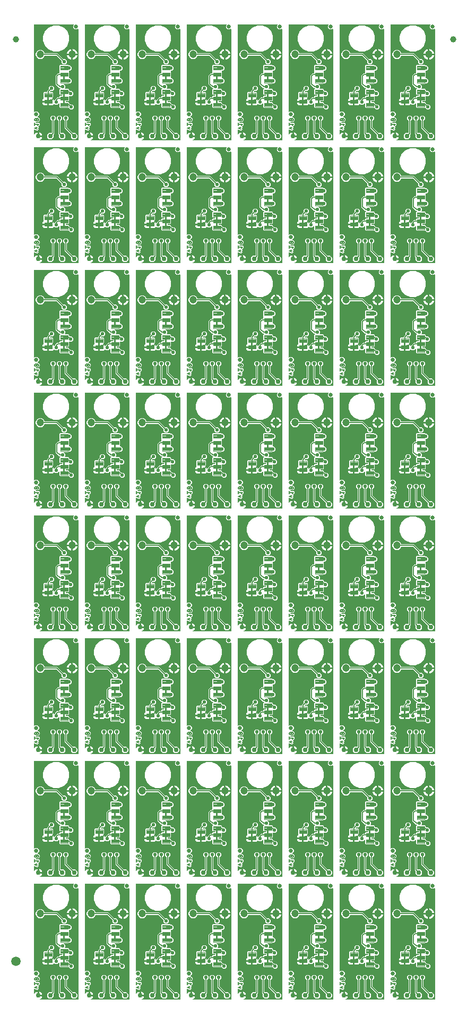
<source format=gbl>
G04 EAGLE Gerber RS-274X export*
G75*
%MOMM*%
%FSLAX34Y34*%
%LPD*%
%INBottom Copper*%
%IPPOS*%
%AMOC8*
5,1,8,0,0,1.08239X$1,22.5*%
G01*
%ADD10C,0.152400*%
%ADD11C,0.099059*%
%ADD12C,0.635000*%
%ADD13C,0.762000*%
%ADD14C,1.200000*%
%ADD15C,1.000000*%
%ADD16C,1.500000*%
%ADD17C,0.558800*%
%ADD18C,0.127000*%

G36*
X641796Y1176286D02*
X641796Y1176286D01*
X641862Y1176288D01*
X641905Y1176306D01*
X641952Y1176314D01*
X642009Y1176348D01*
X642069Y1176373D01*
X642104Y1176404D01*
X642145Y1176429D01*
X642187Y1176480D01*
X642235Y1176524D01*
X642257Y1176566D01*
X642286Y1176603D01*
X642307Y1176665D01*
X642338Y1176724D01*
X642346Y1176778D01*
X642358Y1176815D01*
X642357Y1176855D01*
X642365Y1176909D01*
X642365Y1353367D01*
X642350Y1353455D01*
X642340Y1353543D01*
X642330Y1353564D01*
X642326Y1353588D01*
X642280Y1353665D01*
X642241Y1353744D01*
X642224Y1353760D01*
X642211Y1353781D01*
X642142Y1353837D01*
X642078Y1353898D01*
X642056Y1353907D01*
X642037Y1353922D01*
X641953Y1353951D01*
X641871Y1353985D01*
X641847Y1353987D01*
X641825Y1353994D01*
X641736Y1353992D01*
X641647Y1353995D01*
X641624Y1353988D01*
X641600Y1353988D01*
X641518Y1353954D01*
X641433Y1353927D01*
X641412Y1353911D01*
X641393Y1353903D01*
X641355Y1353869D01*
X641283Y1353815D01*
X640651Y1353184D01*
X636968Y1353184D01*
X634364Y1355788D01*
X634364Y1359471D01*
X634995Y1360103D01*
X635046Y1360176D01*
X635102Y1360245D01*
X635110Y1360267D01*
X635123Y1360287D01*
X635146Y1360373D01*
X635174Y1360457D01*
X635173Y1360481D01*
X635179Y1360504D01*
X635170Y1360593D01*
X635168Y1360682D01*
X635159Y1360704D01*
X635156Y1360727D01*
X635117Y1360807D01*
X635083Y1360889D01*
X635067Y1360907D01*
X635057Y1360928D01*
X634992Y1360989D01*
X634932Y1361055D01*
X634911Y1361066D01*
X634893Y1361082D01*
X634811Y1361117D01*
X634732Y1361158D01*
X634706Y1361161D01*
X634687Y1361170D01*
X634636Y1361172D01*
X634547Y1361185D01*
X572389Y1361185D01*
X572324Y1361174D01*
X572258Y1361172D01*
X572215Y1361154D01*
X572168Y1361146D01*
X572111Y1361112D01*
X572051Y1361087D01*
X572016Y1361056D01*
X571975Y1361031D01*
X571933Y1360980D01*
X571885Y1360936D01*
X571863Y1360894D01*
X571834Y1360857D01*
X571813Y1360795D01*
X571782Y1360736D01*
X571774Y1360682D01*
X571762Y1360645D01*
X571763Y1360605D01*
X571755Y1360551D01*
X571755Y1222193D01*
X571770Y1222105D01*
X571780Y1222017D01*
X571790Y1221996D01*
X571794Y1221972D01*
X571840Y1221895D01*
X571879Y1221816D01*
X571896Y1221800D01*
X571909Y1221779D01*
X571978Y1221723D01*
X572042Y1221662D01*
X572064Y1221653D01*
X572083Y1221638D01*
X572167Y1221609D01*
X572249Y1221575D01*
X572273Y1221573D01*
X572295Y1221566D01*
X572384Y1221568D01*
X572473Y1221565D01*
X572496Y1221572D01*
X572520Y1221572D01*
X572602Y1221606D01*
X572687Y1221633D01*
X572708Y1221649D01*
X572727Y1221657D01*
X572765Y1221691D01*
X572837Y1221745D01*
X573469Y1222376D01*
X577152Y1222376D01*
X579756Y1219772D01*
X579756Y1216089D01*
X577800Y1214133D01*
X577767Y1214085D01*
X577726Y1214044D01*
X577711Y1214010D01*
X577704Y1214002D01*
X577700Y1213989D01*
X577672Y1213949D01*
X577658Y1213892D01*
X577634Y1213839D01*
X577630Y1213785D01*
X577616Y1213732D01*
X577622Y1213674D01*
X577618Y1213615D01*
X577634Y1213563D01*
X577640Y1213508D01*
X577665Y1213456D01*
X577682Y1213400D01*
X577715Y1213357D01*
X577739Y1213307D01*
X577781Y1213267D01*
X577816Y1213221D01*
X577870Y1213184D01*
X577902Y1213153D01*
X577933Y1213140D01*
X577971Y1213115D01*
X578353Y1212928D01*
X578368Y1212924D01*
X578380Y1212916D01*
X578561Y1212868D01*
X578714Y1212851D01*
X578750Y1212806D01*
X578814Y1212750D01*
X578873Y1212688D01*
X578900Y1212674D01*
X578919Y1212658D01*
X578965Y1212641D01*
X579039Y1212602D01*
X579890Y1212311D01*
X581153Y1210542D01*
X581153Y1208370D01*
X579890Y1206601D01*
X579018Y1206302D01*
X578989Y1206286D01*
X578946Y1206273D01*
X577543Y1205589D01*
X575183Y1205589D01*
X575118Y1205577D01*
X575052Y1205575D01*
X575009Y1205558D01*
X574962Y1205549D01*
X574905Y1205516D01*
X574845Y1205491D01*
X574810Y1205459D01*
X574769Y1205435D01*
X574727Y1205384D01*
X574679Y1205340D01*
X574657Y1205297D01*
X574628Y1205261D01*
X574607Y1205199D01*
X574576Y1205140D01*
X574568Y1205086D01*
X574556Y1205048D01*
X574557Y1205009D01*
X574549Y1204955D01*
X574549Y1204808D01*
X574560Y1204743D01*
X574562Y1204677D01*
X574580Y1204634D01*
X574588Y1204587D01*
X574622Y1204530D01*
X574647Y1204469D01*
X574678Y1204434D01*
X574703Y1204394D01*
X574754Y1204352D01*
X574798Y1204304D01*
X574840Y1204282D01*
X574877Y1204252D01*
X574939Y1204231D01*
X574998Y1204201D01*
X575052Y1204193D01*
X575089Y1204181D01*
X575129Y1204182D01*
X575183Y1204174D01*
X578972Y1204174D01*
X579002Y1204179D01*
X579042Y1204177D01*
X579761Y1204257D01*
X579764Y1204256D01*
X579857Y1204206D01*
X579864Y1204205D01*
X579870Y1204201D01*
X579946Y1204190D01*
X580453Y1203683D01*
X580478Y1203665D01*
X580505Y1203636D01*
X581070Y1203184D01*
X581071Y1203181D01*
X581101Y1203080D01*
X581105Y1203074D01*
X581107Y1203067D01*
X581153Y1203006D01*
X581153Y1202289D01*
X581158Y1202259D01*
X581157Y1202218D01*
X581236Y1201500D01*
X581235Y1201497D01*
X581185Y1201404D01*
X581184Y1201397D01*
X581180Y1201391D01*
X581169Y1201315D01*
X580662Y1200808D01*
X580644Y1200783D01*
X580615Y1200756D01*
X578856Y1198557D01*
X578804Y1198462D01*
X578751Y1198366D01*
X578751Y1198363D01*
X578749Y1198360D01*
X578734Y1198254D01*
X578717Y1198145D01*
X578718Y1198141D01*
X578717Y1198138D01*
X578723Y1198114D01*
X578750Y1197960D01*
X579113Y1196869D01*
X578599Y1195841D01*
X578575Y1195757D01*
X578544Y1195676D01*
X578543Y1195650D01*
X578536Y1195626D01*
X578542Y1195539D01*
X578541Y1195452D01*
X578550Y1195424D01*
X578552Y1195402D01*
X578572Y1195356D01*
X578599Y1195273D01*
X579113Y1194246D01*
X578581Y1192648D01*
X577075Y1191895D01*
X572717Y1193348D01*
X572609Y1193363D01*
X572500Y1193380D01*
X572497Y1193379D01*
X572495Y1193380D01*
X572475Y1193376D01*
X572315Y1193348D01*
X572188Y1193305D01*
X572121Y1193269D01*
X572051Y1193240D01*
X572024Y1193215D01*
X571991Y1193198D01*
X571941Y1193140D01*
X571885Y1193089D01*
X571868Y1193056D01*
X571844Y1193028D01*
X571817Y1192957D01*
X571782Y1192889D01*
X571776Y1192848D01*
X571765Y1192818D01*
X571765Y1192772D01*
X571755Y1192704D01*
X571755Y1186454D01*
X571762Y1186416D01*
X571759Y1186377D01*
X571781Y1186306D01*
X571794Y1186233D01*
X571814Y1186200D01*
X571826Y1186163D01*
X571871Y1186104D01*
X571909Y1186040D01*
X571939Y1186016D01*
X571963Y1185985D01*
X572025Y1185946D01*
X572083Y1185899D01*
X572120Y1185886D01*
X572153Y1185866D01*
X572225Y1185851D01*
X572295Y1185827D01*
X572334Y1185828D01*
X572372Y1185820D01*
X572446Y1185831D01*
X572520Y1185834D01*
X572556Y1185848D01*
X572594Y1185854D01*
X572659Y1185890D01*
X572727Y1185918D01*
X572756Y1185944D01*
X572790Y1185963D01*
X572856Y1186035D01*
X572893Y1186069D01*
X572901Y1186085D01*
X572916Y1186102D01*
X573552Y1187053D01*
X574436Y1187938D01*
X575477Y1188633D01*
X576633Y1189112D01*
X577216Y1189228D01*
X577216Y1183640D01*
X577227Y1183575D01*
X577229Y1183510D01*
X577247Y1183466D01*
X577255Y1183419D01*
X577289Y1183363D01*
X577314Y1183302D01*
X577346Y1183267D01*
X577370Y1183226D01*
X577421Y1183185D01*
X577465Y1183136D01*
X577507Y1183114D01*
X577544Y1183085D01*
X577606Y1183064D01*
X577665Y1183034D01*
X577719Y1183025D01*
X577756Y1183013D01*
X577796Y1183014D01*
X577850Y1183006D01*
X578486Y1183006D01*
X578486Y1182370D01*
X578498Y1182305D01*
X578499Y1182240D01*
X578517Y1182196D01*
X578526Y1182149D01*
X578559Y1182092D01*
X578584Y1182032D01*
X578616Y1181997D01*
X578640Y1181956D01*
X578691Y1181915D01*
X578735Y1181866D01*
X578777Y1181844D01*
X578814Y1181815D01*
X578876Y1181794D01*
X578935Y1181763D01*
X578989Y1181755D01*
X579026Y1181743D01*
X579066Y1181744D01*
X579120Y1181736D01*
X584708Y1181736D01*
X584592Y1181153D01*
X584113Y1179997D01*
X583418Y1178956D01*
X582534Y1178072D01*
X581582Y1177436D01*
X581554Y1177409D01*
X581520Y1177389D01*
X581474Y1177332D01*
X581420Y1177281D01*
X581403Y1177245D01*
X581379Y1177215D01*
X581355Y1177145D01*
X581323Y1177078D01*
X581319Y1177040D01*
X581307Y1177003D01*
X581309Y1176929D01*
X581302Y1176855D01*
X581312Y1176817D01*
X581314Y1176778D01*
X581341Y1176710D01*
X581361Y1176638D01*
X581383Y1176607D01*
X581398Y1176571D01*
X581448Y1176516D01*
X581491Y1176456D01*
X581523Y1176434D01*
X581549Y1176405D01*
X581615Y1176371D01*
X581676Y1176330D01*
X581714Y1176320D01*
X581749Y1176302D01*
X581845Y1176288D01*
X581894Y1176276D01*
X581912Y1176278D01*
X581934Y1176275D01*
X641731Y1176275D01*
X641796Y1176286D01*
G37*
G36*
X316676Y393966D02*
X316676Y393966D01*
X316742Y393968D01*
X316785Y393986D01*
X316832Y393994D01*
X316889Y394028D01*
X316949Y394053D01*
X316984Y394084D01*
X317025Y394109D01*
X317067Y394160D01*
X317115Y394204D01*
X317137Y394246D01*
X317166Y394283D01*
X317187Y394345D01*
X317218Y394404D01*
X317226Y394458D01*
X317238Y394495D01*
X317237Y394535D01*
X317245Y394589D01*
X317245Y571047D01*
X317230Y571135D01*
X317220Y571223D01*
X317210Y571244D01*
X317206Y571268D01*
X317160Y571345D01*
X317121Y571424D01*
X317104Y571440D01*
X317091Y571461D01*
X317022Y571517D01*
X316958Y571578D01*
X316936Y571587D01*
X316917Y571602D01*
X316833Y571631D01*
X316751Y571665D01*
X316727Y571667D01*
X316705Y571674D01*
X316616Y571672D01*
X316527Y571675D01*
X316504Y571668D01*
X316480Y571668D01*
X316398Y571634D01*
X316313Y571607D01*
X316292Y571591D01*
X316273Y571583D01*
X316235Y571549D01*
X316163Y571495D01*
X315531Y570864D01*
X311848Y570864D01*
X309244Y573468D01*
X309244Y577151D01*
X309875Y577783D01*
X309926Y577856D01*
X309982Y577925D01*
X309990Y577947D01*
X310003Y577967D01*
X310026Y578053D01*
X310054Y578137D01*
X310053Y578161D01*
X310059Y578184D01*
X310050Y578273D01*
X310048Y578362D01*
X310039Y578384D01*
X310036Y578407D01*
X309997Y578487D01*
X309963Y578569D01*
X309947Y578587D01*
X309937Y578608D01*
X309872Y578669D01*
X309812Y578735D01*
X309791Y578746D01*
X309773Y578762D01*
X309691Y578797D01*
X309612Y578838D01*
X309586Y578841D01*
X309567Y578850D01*
X309516Y578852D01*
X309427Y578865D01*
X247269Y578865D01*
X247204Y578854D01*
X247138Y578852D01*
X247095Y578834D01*
X247048Y578826D01*
X246991Y578792D01*
X246931Y578767D01*
X246896Y578736D01*
X246855Y578711D01*
X246813Y578660D01*
X246765Y578616D01*
X246743Y578574D01*
X246714Y578537D01*
X246693Y578475D01*
X246662Y578416D01*
X246654Y578362D01*
X246642Y578325D01*
X246643Y578285D01*
X246635Y578231D01*
X246635Y439873D01*
X246650Y439785D01*
X246660Y439697D01*
X246670Y439676D01*
X246674Y439652D01*
X246720Y439575D01*
X246759Y439496D01*
X246776Y439480D01*
X246789Y439459D01*
X246858Y439403D01*
X246922Y439342D01*
X246944Y439333D01*
X246963Y439318D01*
X247047Y439289D01*
X247129Y439255D01*
X247153Y439253D01*
X247175Y439246D01*
X247264Y439248D01*
X247353Y439245D01*
X247376Y439252D01*
X247400Y439252D01*
X247482Y439286D01*
X247567Y439313D01*
X247588Y439329D01*
X247607Y439337D01*
X247645Y439371D01*
X247717Y439425D01*
X248349Y440056D01*
X252032Y440056D01*
X254636Y437452D01*
X254636Y433769D01*
X252680Y431813D01*
X252647Y431765D01*
X252606Y431724D01*
X252591Y431690D01*
X252584Y431682D01*
X252580Y431669D01*
X252552Y431629D01*
X252538Y431572D01*
X252514Y431519D01*
X252510Y431465D01*
X252496Y431412D01*
X252502Y431354D01*
X252498Y431295D01*
X252514Y431243D01*
X252520Y431188D01*
X252545Y431136D01*
X252562Y431080D01*
X252595Y431037D01*
X252619Y430987D01*
X252661Y430947D01*
X252696Y430901D01*
X252750Y430864D01*
X252782Y430833D01*
X252813Y430820D01*
X252851Y430795D01*
X253233Y430608D01*
X253248Y430604D01*
X253260Y430596D01*
X253441Y430548D01*
X253594Y430531D01*
X253630Y430486D01*
X253694Y430430D01*
X253753Y430368D01*
X253780Y430354D01*
X253799Y430338D01*
X253845Y430321D01*
X253919Y430282D01*
X254770Y429991D01*
X256033Y428222D01*
X256033Y426050D01*
X254770Y424281D01*
X253898Y423982D01*
X253869Y423966D01*
X253826Y423953D01*
X252423Y423269D01*
X250063Y423269D01*
X249998Y423257D01*
X249932Y423255D01*
X249889Y423238D01*
X249842Y423229D01*
X249785Y423196D01*
X249725Y423171D01*
X249690Y423139D01*
X249649Y423115D01*
X249607Y423064D01*
X249559Y423020D01*
X249537Y422977D01*
X249508Y422941D01*
X249487Y422879D01*
X249456Y422820D01*
X249448Y422766D01*
X249436Y422728D01*
X249437Y422689D01*
X249429Y422635D01*
X249429Y422488D01*
X249440Y422423D01*
X249442Y422357D01*
X249460Y422314D01*
X249468Y422267D01*
X249502Y422210D01*
X249527Y422149D01*
X249558Y422114D01*
X249583Y422074D01*
X249634Y422032D01*
X249678Y421984D01*
X249720Y421962D01*
X249757Y421932D01*
X249819Y421911D01*
X249878Y421881D01*
X249932Y421873D01*
X249969Y421861D01*
X250009Y421862D01*
X250063Y421854D01*
X253852Y421854D01*
X253882Y421859D01*
X253922Y421857D01*
X254641Y421937D01*
X254644Y421936D01*
X254737Y421886D01*
X254744Y421885D01*
X254750Y421881D01*
X254826Y421870D01*
X255333Y421363D01*
X255358Y421345D01*
X255385Y421316D01*
X255950Y420864D01*
X255951Y420861D01*
X255981Y420760D01*
X255985Y420754D01*
X255987Y420747D01*
X256033Y420686D01*
X256033Y419969D01*
X256038Y419939D01*
X256037Y419898D01*
X256116Y419180D01*
X256115Y419177D01*
X256065Y419084D01*
X256064Y419077D01*
X256060Y419071D01*
X256049Y418995D01*
X255542Y418488D01*
X255524Y418463D01*
X255495Y418436D01*
X253736Y416237D01*
X253684Y416142D01*
X253631Y416046D01*
X253631Y416043D01*
X253629Y416040D01*
X253614Y415934D01*
X253597Y415825D01*
X253598Y415821D01*
X253597Y415818D01*
X253603Y415794D01*
X253630Y415640D01*
X253993Y414549D01*
X253479Y413521D01*
X253455Y413437D01*
X253424Y413356D01*
X253423Y413330D01*
X253416Y413306D01*
X253422Y413219D01*
X253421Y413132D01*
X253430Y413104D01*
X253432Y413082D01*
X253452Y413036D01*
X253479Y412953D01*
X253993Y411926D01*
X253461Y410328D01*
X251955Y409575D01*
X247597Y411028D01*
X247489Y411043D01*
X247380Y411060D01*
X247377Y411059D01*
X247375Y411060D01*
X247355Y411056D01*
X247195Y411028D01*
X247068Y410985D01*
X247001Y410949D01*
X246931Y410920D01*
X246904Y410895D01*
X246871Y410878D01*
X246821Y410820D01*
X246765Y410769D01*
X246748Y410736D01*
X246724Y410708D01*
X246697Y410637D01*
X246662Y410569D01*
X246656Y410528D01*
X246645Y410498D01*
X246645Y410452D01*
X246635Y410384D01*
X246635Y404134D01*
X246642Y404096D01*
X246639Y404057D01*
X246661Y403986D01*
X246674Y403913D01*
X246694Y403880D01*
X246706Y403843D01*
X246751Y403784D01*
X246789Y403720D01*
X246819Y403696D01*
X246843Y403665D01*
X246905Y403626D01*
X246963Y403579D01*
X247000Y403566D01*
X247033Y403546D01*
X247105Y403531D01*
X247175Y403507D01*
X247214Y403508D01*
X247252Y403500D01*
X247326Y403511D01*
X247400Y403514D01*
X247436Y403528D01*
X247474Y403534D01*
X247539Y403570D01*
X247607Y403598D01*
X247636Y403624D01*
X247670Y403643D01*
X247736Y403715D01*
X247773Y403749D01*
X247781Y403765D01*
X247796Y403782D01*
X248432Y404733D01*
X249316Y405618D01*
X250357Y406313D01*
X251513Y406792D01*
X252096Y406908D01*
X252096Y401320D01*
X252107Y401255D01*
X252109Y401190D01*
X252127Y401146D01*
X252135Y401099D01*
X252169Y401043D01*
X252194Y400982D01*
X252226Y400947D01*
X252250Y400906D01*
X252301Y400865D01*
X252345Y400816D01*
X252387Y400794D01*
X252424Y400765D01*
X252486Y400744D01*
X252545Y400714D01*
X252599Y400705D01*
X252636Y400693D01*
X252676Y400694D01*
X252730Y400686D01*
X253366Y400686D01*
X253366Y400050D01*
X253378Y399985D01*
X253379Y399920D01*
X253397Y399876D01*
X253406Y399829D01*
X253439Y399772D01*
X253464Y399712D01*
X253496Y399677D01*
X253520Y399636D01*
X253571Y399595D01*
X253615Y399546D01*
X253657Y399524D01*
X253694Y399495D01*
X253756Y399474D01*
X253815Y399443D01*
X253869Y399435D01*
X253906Y399423D01*
X253946Y399424D01*
X254000Y399416D01*
X259588Y399416D01*
X259472Y398833D01*
X258993Y397677D01*
X258298Y396636D01*
X257414Y395752D01*
X256462Y395116D01*
X256434Y395089D01*
X256400Y395069D01*
X256354Y395012D01*
X256300Y394961D01*
X256283Y394925D01*
X256259Y394895D01*
X256235Y394825D01*
X256203Y394758D01*
X256199Y394720D01*
X256187Y394683D01*
X256189Y394609D01*
X256182Y394535D01*
X256192Y394497D01*
X256194Y394458D01*
X256221Y394390D01*
X256241Y394318D01*
X256263Y394287D01*
X256278Y394251D01*
X256328Y394196D01*
X256371Y394136D01*
X256403Y394114D01*
X256429Y394085D01*
X256495Y394051D01*
X256556Y394010D01*
X256594Y394000D01*
X256629Y393982D01*
X256725Y393968D01*
X256774Y393956D01*
X256792Y393958D01*
X256814Y393955D01*
X316611Y393955D01*
X316676Y393966D01*
G37*
G36*
X154116Y1176286D02*
X154116Y1176286D01*
X154182Y1176288D01*
X154225Y1176306D01*
X154272Y1176314D01*
X154329Y1176348D01*
X154389Y1176373D01*
X154424Y1176404D01*
X154465Y1176429D01*
X154507Y1176480D01*
X154555Y1176524D01*
X154577Y1176566D01*
X154606Y1176603D01*
X154627Y1176665D01*
X154658Y1176724D01*
X154666Y1176778D01*
X154678Y1176815D01*
X154677Y1176855D01*
X154685Y1176909D01*
X154685Y1353367D01*
X154670Y1353455D01*
X154660Y1353543D01*
X154650Y1353564D01*
X154646Y1353588D01*
X154600Y1353665D01*
X154561Y1353744D01*
X154544Y1353760D01*
X154531Y1353781D01*
X154462Y1353837D01*
X154398Y1353898D01*
X154376Y1353907D01*
X154357Y1353922D01*
X154273Y1353951D01*
X154191Y1353985D01*
X154167Y1353987D01*
X154145Y1353994D01*
X154056Y1353992D01*
X153967Y1353995D01*
X153944Y1353988D01*
X153920Y1353988D01*
X153838Y1353954D01*
X153753Y1353927D01*
X153732Y1353911D01*
X153713Y1353903D01*
X153675Y1353869D01*
X153603Y1353815D01*
X152971Y1353184D01*
X149288Y1353184D01*
X146684Y1355788D01*
X146684Y1359471D01*
X147315Y1360103D01*
X147366Y1360176D01*
X147422Y1360245D01*
X147430Y1360267D01*
X147443Y1360287D01*
X147466Y1360373D01*
X147494Y1360457D01*
X147493Y1360481D01*
X147499Y1360504D01*
X147490Y1360593D01*
X147488Y1360682D01*
X147479Y1360704D01*
X147476Y1360727D01*
X147437Y1360807D01*
X147403Y1360889D01*
X147387Y1360907D01*
X147377Y1360928D01*
X147312Y1360989D01*
X147252Y1361055D01*
X147231Y1361066D01*
X147213Y1361082D01*
X147131Y1361117D01*
X147052Y1361158D01*
X147026Y1361161D01*
X147007Y1361170D01*
X146956Y1361172D01*
X146867Y1361185D01*
X84709Y1361185D01*
X84644Y1361174D01*
X84578Y1361172D01*
X84535Y1361154D01*
X84488Y1361146D01*
X84431Y1361112D01*
X84371Y1361087D01*
X84336Y1361056D01*
X84295Y1361031D01*
X84253Y1360980D01*
X84205Y1360936D01*
X84183Y1360894D01*
X84154Y1360857D01*
X84133Y1360795D01*
X84102Y1360736D01*
X84094Y1360682D01*
X84082Y1360645D01*
X84083Y1360605D01*
X84075Y1360551D01*
X84075Y1222193D01*
X84090Y1222105D01*
X84100Y1222017D01*
X84110Y1221996D01*
X84114Y1221972D01*
X84160Y1221895D01*
X84199Y1221816D01*
X84216Y1221800D01*
X84229Y1221779D01*
X84298Y1221723D01*
X84362Y1221662D01*
X84384Y1221653D01*
X84403Y1221638D01*
X84487Y1221609D01*
X84569Y1221575D01*
X84593Y1221573D01*
X84615Y1221566D01*
X84704Y1221568D01*
X84793Y1221565D01*
X84816Y1221572D01*
X84840Y1221572D01*
X84922Y1221606D01*
X85007Y1221633D01*
X85028Y1221649D01*
X85047Y1221657D01*
X85085Y1221691D01*
X85157Y1221745D01*
X85789Y1222376D01*
X89472Y1222376D01*
X92076Y1219772D01*
X92076Y1216089D01*
X90120Y1214133D01*
X90087Y1214085D01*
X90046Y1214044D01*
X90031Y1214010D01*
X90024Y1214002D01*
X90020Y1213989D01*
X89992Y1213949D01*
X89978Y1213892D01*
X89954Y1213839D01*
X89950Y1213785D01*
X89936Y1213732D01*
X89942Y1213674D01*
X89938Y1213615D01*
X89954Y1213563D01*
X89960Y1213508D01*
X89985Y1213456D01*
X90002Y1213400D01*
X90035Y1213357D01*
X90059Y1213307D01*
X90101Y1213267D01*
X90136Y1213221D01*
X90190Y1213184D01*
X90222Y1213153D01*
X90253Y1213140D01*
X90291Y1213115D01*
X90673Y1212928D01*
X90688Y1212924D01*
X90700Y1212916D01*
X90881Y1212868D01*
X91034Y1212851D01*
X91070Y1212806D01*
X91134Y1212750D01*
X91193Y1212688D01*
X91220Y1212674D01*
X91239Y1212658D01*
X91285Y1212641D01*
X91359Y1212602D01*
X92210Y1212311D01*
X93473Y1210542D01*
X93473Y1208370D01*
X92210Y1206601D01*
X91338Y1206302D01*
X91309Y1206286D01*
X91266Y1206273D01*
X89863Y1205589D01*
X87503Y1205589D01*
X87438Y1205577D01*
X87372Y1205575D01*
X87329Y1205558D01*
X87282Y1205549D01*
X87225Y1205516D01*
X87165Y1205491D01*
X87130Y1205459D01*
X87089Y1205435D01*
X87047Y1205384D01*
X86999Y1205340D01*
X86977Y1205297D01*
X86948Y1205261D01*
X86927Y1205199D01*
X86896Y1205140D01*
X86888Y1205086D01*
X86876Y1205048D01*
X86877Y1205009D01*
X86869Y1204955D01*
X86869Y1204808D01*
X86880Y1204743D01*
X86882Y1204677D01*
X86900Y1204634D01*
X86908Y1204587D01*
X86942Y1204530D01*
X86967Y1204469D01*
X86998Y1204434D01*
X87023Y1204394D01*
X87074Y1204352D01*
X87118Y1204304D01*
X87160Y1204282D01*
X87197Y1204252D01*
X87259Y1204231D01*
X87318Y1204201D01*
X87372Y1204193D01*
X87409Y1204181D01*
X87449Y1204182D01*
X87503Y1204174D01*
X91292Y1204174D01*
X91322Y1204179D01*
X91362Y1204177D01*
X92081Y1204257D01*
X92084Y1204256D01*
X92177Y1204206D01*
X92184Y1204205D01*
X92190Y1204201D01*
X92266Y1204190D01*
X92773Y1203683D01*
X92798Y1203665D01*
X92825Y1203636D01*
X93390Y1203184D01*
X93391Y1203181D01*
X93421Y1203080D01*
X93425Y1203074D01*
X93427Y1203067D01*
X93473Y1203006D01*
X93473Y1202289D01*
X93478Y1202259D01*
X93477Y1202218D01*
X93556Y1201500D01*
X93555Y1201497D01*
X93505Y1201404D01*
X93504Y1201397D01*
X93500Y1201391D01*
X93489Y1201315D01*
X92982Y1200808D01*
X92964Y1200783D01*
X92935Y1200756D01*
X91176Y1198557D01*
X91124Y1198462D01*
X91071Y1198366D01*
X91071Y1198363D01*
X91069Y1198360D01*
X91054Y1198254D01*
X91037Y1198145D01*
X91038Y1198141D01*
X91037Y1198138D01*
X91043Y1198114D01*
X91070Y1197960D01*
X91433Y1196869D01*
X90919Y1195841D01*
X90895Y1195757D01*
X90864Y1195676D01*
X90863Y1195650D01*
X90856Y1195626D01*
X90862Y1195539D01*
X90861Y1195452D01*
X90870Y1195424D01*
X90872Y1195402D01*
X90892Y1195356D01*
X90919Y1195273D01*
X91433Y1194246D01*
X90901Y1192648D01*
X89395Y1191895D01*
X85037Y1193348D01*
X84929Y1193363D01*
X84820Y1193380D01*
X84817Y1193379D01*
X84815Y1193380D01*
X84795Y1193376D01*
X84635Y1193348D01*
X84508Y1193305D01*
X84441Y1193269D01*
X84371Y1193240D01*
X84344Y1193215D01*
X84311Y1193198D01*
X84261Y1193140D01*
X84205Y1193089D01*
X84188Y1193056D01*
X84164Y1193028D01*
X84137Y1192957D01*
X84102Y1192889D01*
X84096Y1192848D01*
X84085Y1192818D01*
X84085Y1192772D01*
X84075Y1192704D01*
X84075Y1186454D01*
X84082Y1186416D01*
X84079Y1186377D01*
X84101Y1186306D01*
X84114Y1186233D01*
X84134Y1186200D01*
X84146Y1186163D01*
X84191Y1186104D01*
X84229Y1186040D01*
X84259Y1186016D01*
X84283Y1185985D01*
X84345Y1185946D01*
X84403Y1185899D01*
X84440Y1185886D01*
X84473Y1185866D01*
X84545Y1185851D01*
X84615Y1185827D01*
X84654Y1185828D01*
X84692Y1185820D01*
X84766Y1185831D01*
X84840Y1185834D01*
X84876Y1185848D01*
X84914Y1185854D01*
X84979Y1185890D01*
X85047Y1185918D01*
X85076Y1185944D01*
X85110Y1185963D01*
X85176Y1186035D01*
X85213Y1186069D01*
X85221Y1186085D01*
X85236Y1186102D01*
X85872Y1187054D01*
X86756Y1187938D01*
X87797Y1188633D01*
X88953Y1189112D01*
X89536Y1189228D01*
X89536Y1183640D01*
X89547Y1183575D01*
X89549Y1183510D01*
X89567Y1183466D01*
X89575Y1183419D01*
X89609Y1183363D01*
X89634Y1183302D01*
X89666Y1183267D01*
X89690Y1183226D01*
X89741Y1183185D01*
X89785Y1183136D01*
X89827Y1183114D01*
X89864Y1183085D01*
X89926Y1183064D01*
X89985Y1183034D01*
X90039Y1183025D01*
X90076Y1183013D01*
X90116Y1183014D01*
X90170Y1183006D01*
X90806Y1183006D01*
X90806Y1182370D01*
X90818Y1182305D01*
X90819Y1182240D01*
X90837Y1182196D01*
X90846Y1182149D01*
X90879Y1182092D01*
X90904Y1182032D01*
X90936Y1181997D01*
X90960Y1181956D01*
X91011Y1181915D01*
X91055Y1181866D01*
X91097Y1181844D01*
X91134Y1181815D01*
X91196Y1181794D01*
X91255Y1181763D01*
X91309Y1181755D01*
X91346Y1181743D01*
X91386Y1181744D01*
X91440Y1181736D01*
X97028Y1181736D01*
X96912Y1181153D01*
X96433Y1179997D01*
X95738Y1178956D01*
X94854Y1178072D01*
X93902Y1177436D01*
X93874Y1177409D01*
X93840Y1177389D01*
X93794Y1177332D01*
X93740Y1177281D01*
X93723Y1177245D01*
X93699Y1177215D01*
X93675Y1177145D01*
X93643Y1177078D01*
X93639Y1177040D01*
X93627Y1177003D01*
X93629Y1176929D01*
X93622Y1176855D01*
X93632Y1176817D01*
X93634Y1176778D01*
X93661Y1176710D01*
X93681Y1176638D01*
X93703Y1176607D01*
X93718Y1176571D01*
X93768Y1176516D01*
X93811Y1176456D01*
X93843Y1176434D01*
X93869Y1176405D01*
X93935Y1176371D01*
X93996Y1176330D01*
X94034Y1176320D01*
X94069Y1176302D01*
X94165Y1176288D01*
X94214Y1176276D01*
X94232Y1176278D01*
X94254Y1176275D01*
X154051Y1176275D01*
X154116Y1176286D01*
G37*
G36*
X235396Y785126D02*
X235396Y785126D01*
X235462Y785128D01*
X235505Y785146D01*
X235552Y785154D01*
X235609Y785188D01*
X235669Y785213D01*
X235704Y785244D01*
X235745Y785269D01*
X235787Y785320D01*
X235835Y785364D01*
X235857Y785406D01*
X235886Y785443D01*
X235907Y785505D01*
X235938Y785564D01*
X235946Y785618D01*
X235958Y785655D01*
X235957Y785695D01*
X235965Y785749D01*
X235965Y962207D01*
X235950Y962295D01*
X235940Y962383D01*
X235930Y962404D01*
X235926Y962428D01*
X235880Y962505D01*
X235841Y962584D01*
X235824Y962600D01*
X235811Y962621D01*
X235742Y962677D01*
X235678Y962738D01*
X235656Y962747D01*
X235637Y962762D01*
X235553Y962791D01*
X235471Y962825D01*
X235447Y962827D01*
X235425Y962834D01*
X235336Y962832D01*
X235247Y962835D01*
X235224Y962828D01*
X235200Y962828D01*
X235118Y962794D01*
X235033Y962767D01*
X235012Y962751D01*
X234993Y962743D01*
X234955Y962709D01*
X234883Y962655D01*
X234251Y962024D01*
X230568Y962024D01*
X227964Y964628D01*
X227964Y968311D01*
X228595Y968943D01*
X228646Y969016D01*
X228702Y969085D01*
X228710Y969107D01*
X228723Y969127D01*
X228746Y969213D01*
X228774Y969297D01*
X228773Y969321D01*
X228779Y969344D01*
X228770Y969433D01*
X228768Y969522D01*
X228759Y969544D01*
X228756Y969567D01*
X228717Y969647D01*
X228683Y969729D01*
X228667Y969747D01*
X228657Y969768D01*
X228592Y969829D01*
X228532Y969895D01*
X228511Y969906D01*
X228493Y969922D01*
X228411Y969957D01*
X228332Y969998D01*
X228306Y970001D01*
X228287Y970010D01*
X228236Y970012D01*
X228147Y970025D01*
X165989Y970025D01*
X165924Y970014D01*
X165858Y970012D01*
X165815Y969994D01*
X165768Y969986D01*
X165711Y969952D01*
X165651Y969927D01*
X165616Y969896D01*
X165575Y969871D01*
X165533Y969820D01*
X165485Y969776D01*
X165463Y969734D01*
X165434Y969697D01*
X165413Y969635D01*
X165382Y969576D01*
X165374Y969522D01*
X165362Y969485D01*
X165363Y969445D01*
X165355Y969391D01*
X165355Y831033D01*
X165370Y830945D01*
X165380Y830857D01*
X165390Y830836D01*
X165394Y830812D01*
X165440Y830735D01*
X165479Y830656D01*
X165496Y830640D01*
X165509Y830619D01*
X165578Y830563D01*
X165642Y830502D01*
X165664Y830493D01*
X165683Y830478D01*
X165767Y830449D01*
X165849Y830415D01*
X165873Y830413D01*
X165895Y830406D01*
X165984Y830408D01*
X166073Y830405D01*
X166096Y830412D01*
X166120Y830412D01*
X166202Y830446D01*
X166287Y830473D01*
X166308Y830489D01*
X166327Y830497D01*
X166365Y830531D01*
X166437Y830585D01*
X167069Y831216D01*
X170752Y831216D01*
X173356Y828612D01*
X173356Y824929D01*
X171400Y822973D01*
X171367Y822925D01*
X171326Y822884D01*
X171311Y822850D01*
X171304Y822842D01*
X171300Y822829D01*
X171272Y822789D01*
X171258Y822732D01*
X171234Y822679D01*
X171230Y822625D01*
X171216Y822572D01*
X171222Y822514D01*
X171218Y822455D01*
X171234Y822403D01*
X171240Y822348D01*
X171265Y822296D01*
X171282Y822240D01*
X171315Y822197D01*
X171339Y822147D01*
X171381Y822107D01*
X171416Y822061D01*
X171470Y822024D01*
X171502Y821993D01*
X171533Y821980D01*
X171571Y821955D01*
X171953Y821768D01*
X171968Y821764D01*
X171980Y821756D01*
X172161Y821708D01*
X172314Y821691D01*
X172350Y821646D01*
X172414Y821590D01*
X172473Y821528D01*
X172500Y821514D01*
X172519Y821498D01*
X172565Y821481D01*
X172639Y821442D01*
X173490Y821151D01*
X174753Y819382D01*
X174753Y817210D01*
X173490Y815441D01*
X172618Y815142D01*
X172589Y815126D01*
X172546Y815113D01*
X171143Y814429D01*
X168783Y814429D01*
X168718Y814417D01*
X168652Y814415D01*
X168609Y814398D01*
X168562Y814389D01*
X168505Y814356D01*
X168445Y814331D01*
X168410Y814299D01*
X168369Y814275D01*
X168327Y814224D01*
X168279Y814180D01*
X168257Y814137D01*
X168228Y814101D01*
X168207Y814039D01*
X168176Y813980D01*
X168168Y813926D01*
X168156Y813888D01*
X168157Y813849D01*
X168149Y813795D01*
X168149Y813648D01*
X168160Y813583D01*
X168162Y813517D01*
X168180Y813474D01*
X168188Y813427D01*
X168222Y813370D01*
X168247Y813309D01*
X168278Y813274D01*
X168303Y813234D01*
X168354Y813192D01*
X168398Y813144D01*
X168440Y813122D01*
X168477Y813092D01*
X168539Y813071D01*
X168598Y813041D01*
X168652Y813033D01*
X168689Y813021D01*
X168729Y813022D01*
X168783Y813014D01*
X172572Y813014D01*
X172602Y813019D01*
X172642Y813017D01*
X173361Y813097D01*
X173364Y813096D01*
X173457Y813046D01*
X173464Y813045D01*
X173470Y813041D01*
X173546Y813030D01*
X174053Y812523D01*
X174078Y812505D01*
X174105Y812476D01*
X174670Y812024D01*
X174671Y812021D01*
X174701Y811920D01*
X174705Y811914D01*
X174707Y811907D01*
X174753Y811846D01*
X174753Y811129D01*
X174758Y811099D01*
X174757Y811058D01*
X174836Y810340D01*
X174835Y810337D01*
X174785Y810244D01*
X174784Y810237D01*
X174780Y810231D01*
X174769Y810155D01*
X174262Y809648D01*
X174244Y809623D01*
X174215Y809596D01*
X172456Y807397D01*
X172404Y807302D01*
X172351Y807206D01*
X172351Y807203D01*
X172349Y807200D01*
X172334Y807094D01*
X172317Y806985D01*
X172318Y806981D01*
X172317Y806978D01*
X172323Y806954D01*
X172350Y806800D01*
X172713Y805709D01*
X172199Y804681D01*
X172175Y804597D01*
X172144Y804516D01*
X172143Y804490D01*
X172136Y804466D01*
X172142Y804379D01*
X172141Y804292D01*
X172150Y804264D01*
X172152Y804242D01*
X172172Y804196D01*
X172199Y804113D01*
X172713Y803086D01*
X172181Y801488D01*
X170675Y800735D01*
X166317Y802188D01*
X166209Y802203D01*
X166100Y802220D01*
X166097Y802219D01*
X166095Y802220D01*
X166075Y802216D01*
X165915Y802188D01*
X165788Y802145D01*
X165721Y802109D01*
X165651Y802080D01*
X165624Y802055D01*
X165591Y802038D01*
X165541Y801980D01*
X165485Y801929D01*
X165468Y801896D01*
X165444Y801868D01*
X165417Y801797D01*
X165382Y801729D01*
X165376Y801688D01*
X165365Y801658D01*
X165365Y801612D01*
X165355Y801544D01*
X165355Y795294D01*
X165362Y795256D01*
X165359Y795217D01*
X165381Y795146D01*
X165394Y795073D01*
X165414Y795040D01*
X165426Y795003D01*
X165471Y794944D01*
X165509Y794880D01*
X165539Y794856D01*
X165563Y794825D01*
X165625Y794786D01*
X165683Y794739D01*
X165720Y794726D01*
X165753Y794706D01*
X165825Y794691D01*
X165895Y794667D01*
X165934Y794668D01*
X165972Y794660D01*
X166046Y794671D01*
X166120Y794674D01*
X166156Y794688D01*
X166194Y794694D01*
X166259Y794730D01*
X166327Y794758D01*
X166356Y794784D01*
X166390Y794803D01*
X166456Y794875D01*
X166493Y794909D01*
X166501Y794925D01*
X166516Y794942D01*
X167152Y795894D01*
X168036Y796778D01*
X169077Y797473D01*
X170233Y797952D01*
X170816Y798068D01*
X170816Y792480D01*
X170827Y792415D01*
X170829Y792350D01*
X170847Y792306D01*
X170855Y792259D01*
X170889Y792203D01*
X170914Y792142D01*
X170946Y792107D01*
X170970Y792066D01*
X171021Y792025D01*
X171065Y791976D01*
X171107Y791954D01*
X171144Y791925D01*
X171206Y791904D01*
X171265Y791874D01*
X171319Y791865D01*
X171356Y791853D01*
X171396Y791854D01*
X171450Y791846D01*
X172086Y791846D01*
X172086Y791210D01*
X172098Y791145D01*
X172099Y791080D01*
X172117Y791036D01*
X172126Y790989D01*
X172159Y790932D01*
X172184Y790872D01*
X172216Y790837D01*
X172240Y790796D01*
X172291Y790755D01*
X172335Y790706D01*
X172377Y790684D01*
X172414Y790655D01*
X172476Y790634D01*
X172535Y790603D01*
X172589Y790595D01*
X172626Y790583D01*
X172666Y790584D01*
X172720Y790576D01*
X178308Y790576D01*
X178192Y789993D01*
X177713Y788837D01*
X177018Y787796D01*
X176134Y786912D01*
X175182Y786276D01*
X175154Y786249D01*
X175120Y786229D01*
X175074Y786172D01*
X175020Y786121D01*
X175003Y786085D01*
X174979Y786055D01*
X174955Y785985D01*
X174923Y785918D01*
X174919Y785880D01*
X174907Y785843D01*
X174909Y785769D01*
X174902Y785695D01*
X174912Y785657D01*
X174914Y785618D01*
X174941Y785550D01*
X174961Y785478D01*
X174983Y785447D01*
X174998Y785411D01*
X175048Y785356D01*
X175091Y785296D01*
X175123Y785274D01*
X175149Y785245D01*
X175215Y785211D01*
X175276Y785170D01*
X175314Y785160D01*
X175349Y785142D01*
X175445Y785128D01*
X175494Y785116D01*
X175512Y785118D01*
X175534Y785115D01*
X235331Y785115D01*
X235396Y785126D01*
G37*
G36*
X479236Y198386D02*
X479236Y198386D01*
X479302Y198388D01*
X479345Y198406D01*
X479392Y198414D01*
X479449Y198448D01*
X479509Y198473D01*
X479544Y198504D01*
X479585Y198529D01*
X479627Y198580D01*
X479675Y198624D01*
X479697Y198666D01*
X479726Y198703D01*
X479747Y198765D01*
X479778Y198824D01*
X479786Y198878D01*
X479798Y198915D01*
X479797Y198955D01*
X479805Y199009D01*
X479805Y375467D01*
X479790Y375555D01*
X479780Y375643D01*
X479770Y375664D01*
X479766Y375688D01*
X479720Y375765D01*
X479681Y375844D01*
X479664Y375860D01*
X479651Y375881D01*
X479582Y375937D01*
X479518Y375998D01*
X479496Y376007D01*
X479477Y376022D01*
X479393Y376051D01*
X479311Y376085D01*
X479287Y376087D01*
X479265Y376094D01*
X479176Y376092D01*
X479087Y376095D01*
X479064Y376088D01*
X479040Y376088D01*
X478958Y376054D01*
X478873Y376027D01*
X478852Y376011D01*
X478833Y376003D01*
X478795Y375969D01*
X478723Y375915D01*
X478091Y375284D01*
X474408Y375284D01*
X471804Y377888D01*
X471804Y381571D01*
X472435Y382203D01*
X472486Y382276D01*
X472542Y382345D01*
X472550Y382367D01*
X472563Y382387D01*
X472586Y382473D01*
X472614Y382557D01*
X472613Y382581D01*
X472619Y382604D01*
X472610Y382693D01*
X472608Y382782D01*
X472599Y382804D01*
X472596Y382827D01*
X472557Y382907D01*
X472523Y382989D01*
X472507Y383007D01*
X472497Y383028D01*
X472432Y383089D01*
X472372Y383155D01*
X472351Y383166D01*
X472333Y383182D01*
X472251Y383217D01*
X472172Y383258D01*
X472146Y383261D01*
X472127Y383270D01*
X472076Y383272D01*
X471987Y383285D01*
X409829Y383285D01*
X409764Y383274D01*
X409698Y383272D01*
X409655Y383254D01*
X409608Y383246D01*
X409551Y383212D01*
X409491Y383187D01*
X409456Y383156D01*
X409415Y383131D01*
X409373Y383080D01*
X409325Y383036D01*
X409303Y382994D01*
X409274Y382957D01*
X409253Y382895D01*
X409222Y382836D01*
X409214Y382782D01*
X409202Y382745D01*
X409203Y382705D01*
X409195Y382651D01*
X409195Y244293D01*
X409210Y244205D01*
X409220Y244117D01*
X409230Y244096D01*
X409234Y244072D01*
X409280Y243995D01*
X409319Y243916D01*
X409336Y243900D01*
X409349Y243879D01*
X409418Y243823D01*
X409482Y243762D01*
X409504Y243753D01*
X409523Y243738D01*
X409607Y243709D01*
X409689Y243675D01*
X409713Y243673D01*
X409735Y243666D01*
X409824Y243668D01*
X409913Y243665D01*
X409936Y243672D01*
X409960Y243672D01*
X410042Y243706D01*
X410127Y243733D01*
X410148Y243749D01*
X410167Y243757D01*
X410205Y243791D01*
X410277Y243845D01*
X410909Y244476D01*
X414592Y244476D01*
X417196Y241872D01*
X417196Y238189D01*
X415240Y236233D01*
X415207Y236185D01*
X415166Y236144D01*
X415151Y236110D01*
X415144Y236102D01*
X415140Y236089D01*
X415112Y236049D01*
X415098Y235992D01*
X415074Y235939D01*
X415070Y235885D01*
X415056Y235832D01*
X415062Y235774D01*
X415058Y235715D01*
X415074Y235663D01*
X415080Y235608D01*
X415105Y235556D01*
X415122Y235500D01*
X415155Y235457D01*
X415179Y235407D01*
X415221Y235367D01*
X415256Y235321D01*
X415310Y235284D01*
X415342Y235253D01*
X415373Y235240D01*
X415411Y235215D01*
X415793Y235028D01*
X415808Y235024D01*
X415820Y235016D01*
X416001Y234968D01*
X416154Y234951D01*
X416190Y234906D01*
X416254Y234850D01*
X416313Y234788D01*
X416340Y234774D01*
X416359Y234758D01*
X416405Y234741D01*
X416479Y234702D01*
X417330Y234411D01*
X418593Y232642D01*
X418593Y230470D01*
X417330Y228701D01*
X416458Y228402D01*
X416429Y228386D01*
X416386Y228373D01*
X414983Y227689D01*
X412623Y227689D01*
X412558Y227677D01*
X412492Y227675D01*
X412449Y227658D01*
X412402Y227649D01*
X412345Y227616D01*
X412285Y227591D01*
X412250Y227559D01*
X412209Y227535D01*
X412167Y227484D01*
X412119Y227440D01*
X412097Y227397D01*
X412068Y227361D01*
X412047Y227299D01*
X412016Y227240D01*
X412008Y227186D01*
X411996Y227148D01*
X411997Y227109D01*
X411989Y227055D01*
X411989Y226908D01*
X412000Y226843D01*
X412002Y226777D01*
X412020Y226734D01*
X412028Y226687D01*
X412062Y226630D01*
X412087Y226569D01*
X412118Y226534D01*
X412143Y226494D01*
X412194Y226452D01*
X412238Y226404D01*
X412280Y226382D01*
X412317Y226352D01*
X412379Y226331D01*
X412438Y226301D01*
X412492Y226293D01*
X412529Y226281D01*
X412569Y226282D01*
X412623Y226274D01*
X416412Y226274D01*
X416442Y226279D01*
X416482Y226277D01*
X417201Y226357D01*
X417204Y226356D01*
X417297Y226306D01*
X417304Y226305D01*
X417310Y226301D01*
X417386Y226290D01*
X417893Y225783D01*
X417918Y225765D01*
X417945Y225736D01*
X418510Y225284D01*
X418511Y225281D01*
X418541Y225180D01*
X418545Y225174D01*
X418547Y225167D01*
X418593Y225106D01*
X418593Y224389D01*
X418598Y224359D01*
X418597Y224318D01*
X418676Y223600D01*
X418675Y223597D01*
X418625Y223504D01*
X418624Y223497D01*
X418620Y223491D01*
X418609Y223415D01*
X418102Y222908D01*
X418084Y222883D01*
X418055Y222856D01*
X416296Y220657D01*
X416244Y220562D01*
X416191Y220466D01*
X416191Y220463D01*
X416189Y220460D01*
X416174Y220354D01*
X416157Y220245D01*
X416158Y220241D01*
X416157Y220238D01*
X416163Y220214D01*
X416190Y220060D01*
X416553Y218969D01*
X416039Y217941D01*
X416015Y217857D01*
X415984Y217776D01*
X415983Y217750D01*
X415976Y217726D01*
X415982Y217639D01*
X415981Y217552D01*
X415990Y217524D01*
X415992Y217502D01*
X416012Y217456D01*
X416039Y217373D01*
X416553Y216346D01*
X416021Y214748D01*
X414515Y213995D01*
X410157Y215448D01*
X410049Y215463D01*
X409940Y215480D01*
X409937Y215479D01*
X409935Y215480D01*
X409915Y215476D01*
X409755Y215448D01*
X409628Y215405D01*
X409561Y215369D01*
X409491Y215340D01*
X409464Y215315D01*
X409431Y215298D01*
X409381Y215240D01*
X409325Y215189D01*
X409308Y215156D01*
X409284Y215128D01*
X409257Y215057D01*
X409222Y214989D01*
X409216Y214948D01*
X409205Y214918D01*
X409205Y214872D01*
X409195Y214804D01*
X409195Y208554D01*
X409202Y208516D01*
X409199Y208477D01*
X409221Y208406D01*
X409234Y208333D01*
X409254Y208300D01*
X409266Y208263D01*
X409311Y208204D01*
X409349Y208140D01*
X409379Y208116D01*
X409403Y208085D01*
X409465Y208046D01*
X409523Y207999D01*
X409560Y207986D01*
X409593Y207966D01*
X409665Y207951D01*
X409735Y207927D01*
X409774Y207928D01*
X409812Y207920D01*
X409886Y207931D01*
X409960Y207934D01*
X409996Y207948D01*
X410034Y207954D01*
X410099Y207990D01*
X410167Y208018D01*
X410196Y208044D01*
X410230Y208063D01*
X410296Y208135D01*
X410333Y208169D01*
X410341Y208185D01*
X410356Y208202D01*
X410992Y209154D01*
X411876Y210038D01*
X412917Y210733D01*
X414073Y211212D01*
X414656Y211328D01*
X414656Y205740D01*
X414667Y205675D01*
X414669Y205610D01*
X414687Y205566D01*
X414695Y205519D01*
X414729Y205463D01*
X414754Y205402D01*
X414786Y205367D01*
X414810Y205326D01*
X414861Y205285D01*
X414905Y205236D01*
X414947Y205214D01*
X414984Y205185D01*
X415046Y205164D01*
X415105Y205134D01*
X415159Y205125D01*
X415196Y205113D01*
X415236Y205114D01*
X415290Y205106D01*
X415926Y205106D01*
X415926Y204470D01*
X415938Y204405D01*
X415939Y204340D01*
X415957Y204296D01*
X415966Y204249D01*
X415999Y204192D01*
X416024Y204132D01*
X416056Y204097D01*
X416080Y204056D01*
X416131Y204015D01*
X416175Y203966D01*
X416217Y203944D01*
X416254Y203915D01*
X416316Y203894D01*
X416375Y203863D01*
X416429Y203855D01*
X416466Y203843D01*
X416506Y203844D01*
X416560Y203836D01*
X422148Y203836D01*
X422032Y203253D01*
X421553Y202097D01*
X420858Y201056D01*
X419974Y200172D01*
X419022Y199536D01*
X418994Y199509D01*
X418960Y199489D01*
X418914Y199432D01*
X418860Y199381D01*
X418843Y199345D01*
X418819Y199315D01*
X418795Y199245D01*
X418763Y199178D01*
X418759Y199140D01*
X418747Y199103D01*
X418749Y199029D01*
X418742Y198955D01*
X418752Y198917D01*
X418754Y198878D01*
X418781Y198810D01*
X418801Y198738D01*
X418823Y198707D01*
X418838Y198671D01*
X418888Y198616D01*
X418931Y198556D01*
X418963Y198534D01*
X418989Y198505D01*
X419055Y198471D01*
X419116Y198430D01*
X419154Y198420D01*
X419189Y198402D01*
X419285Y198388D01*
X419334Y198376D01*
X419352Y198378D01*
X419374Y198375D01*
X479171Y198375D01*
X479236Y198386D01*
G37*
G36*
X235396Y980706D02*
X235396Y980706D01*
X235462Y980708D01*
X235505Y980726D01*
X235552Y980734D01*
X235609Y980768D01*
X235669Y980793D01*
X235704Y980824D01*
X235745Y980849D01*
X235787Y980900D01*
X235835Y980944D01*
X235857Y980986D01*
X235886Y981023D01*
X235907Y981085D01*
X235938Y981144D01*
X235946Y981198D01*
X235958Y981235D01*
X235957Y981275D01*
X235965Y981329D01*
X235965Y1157787D01*
X235950Y1157875D01*
X235940Y1157963D01*
X235930Y1157984D01*
X235926Y1158008D01*
X235880Y1158085D01*
X235841Y1158164D01*
X235824Y1158180D01*
X235811Y1158201D01*
X235742Y1158257D01*
X235678Y1158318D01*
X235656Y1158327D01*
X235637Y1158342D01*
X235553Y1158371D01*
X235471Y1158405D01*
X235447Y1158407D01*
X235425Y1158414D01*
X235336Y1158412D01*
X235247Y1158415D01*
X235224Y1158408D01*
X235200Y1158408D01*
X235118Y1158374D01*
X235033Y1158347D01*
X235012Y1158331D01*
X234993Y1158323D01*
X234955Y1158289D01*
X234883Y1158235D01*
X234251Y1157604D01*
X230568Y1157604D01*
X227964Y1160208D01*
X227964Y1163891D01*
X228595Y1164523D01*
X228646Y1164596D01*
X228702Y1164665D01*
X228710Y1164687D01*
X228723Y1164707D01*
X228746Y1164793D01*
X228774Y1164877D01*
X228773Y1164901D01*
X228779Y1164924D01*
X228770Y1165013D01*
X228768Y1165102D01*
X228759Y1165124D01*
X228756Y1165147D01*
X228717Y1165227D01*
X228683Y1165309D01*
X228667Y1165327D01*
X228657Y1165348D01*
X228592Y1165409D01*
X228532Y1165475D01*
X228511Y1165486D01*
X228493Y1165502D01*
X228411Y1165537D01*
X228332Y1165578D01*
X228306Y1165581D01*
X228287Y1165590D01*
X228236Y1165592D01*
X228147Y1165605D01*
X165989Y1165605D01*
X165924Y1165594D01*
X165858Y1165592D01*
X165815Y1165574D01*
X165768Y1165566D01*
X165711Y1165532D01*
X165651Y1165507D01*
X165616Y1165476D01*
X165575Y1165451D01*
X165533Y1165400D01*
X165485Y1165356D01*
X165463Y1165314D01*
X165434Y1165277D01*
X165413Y1165215D01*
X165382Y1165156D01*
X165374Y1165102D01*
X165362Y1165065D01*
X165363Y1165025D01*
X165355Y1164971D01*
X165355Y1026613D01*
X165370Y1026525D01*
X165380Y1026437D01*
X165390Y1026416D01*
X165394Y1026392D01*
X165440Y1026315D01*
X165479Y1026236D01*
X165496Y1026220D01*
X165509Y1026199D01*
X165578Y1026143D01*
X165642Y1026082D01*
X165664Y1026073D01*
X165683Y1026058D01*
X165767Y1026029D01*
X165849Y1025995D01*
X165873Y1025993D01*
X165895Y1025986D01*
X165984Y1025988D01*
X166073Y1025985D01*
X166096Y1025992D01*
X166120Y1025992D01*
X166202Y1026026D01*
X166287Y1026053D01*
X166308Y1026069D01*
X166327Y1026077D01*
X166365Y1026111D01*
X166437Y1026165D01*
X167069Y1026796D01*
X170752Y1026796D01*
X173356Y1024192D01*
X173356Y1020509D01*
X171400Y1018553D01*
X171367Y1018505D01*
X171326Y1018464D01*
X171311Y1018430D01*
X171304Y1018422D01*
X171300Y1018408D01*
X171272Y1018369D01*
X171258Y1018312D01*
X171234Y1018259D01*
X171230Y1018205D01*
X171216Y1018152D01*
X171222Y1018094D01*
X171218Y1018036D01*
X171234Y1017983D01*
X171240Y1017929D01*
X171265Y1017876D01*
X171282Y1017820D01*
X171315Y1017777D01*
X171339Y1017727D01*
X171381Y1017687D01*
X171416Y1017641D01*
X171470Y1017604D01*
X171502Y1017573D01*
X171533Y1017560D01*
X171571Y1017535D01*
X171953Y1017348D01*
X171968Y1017344D01*
X171980Y1017336D01*
X172161Y1017288D01*
X172314Y1017271D01*
X172350Y1017226D01*
X172414Y1017170D01*
X172473Y1017108D01*
X172500Y1017094D01*
X172519Y1017078D01*
X172565Y1017061D01*
X172639Y1017022D01*
X173490Y1016731D01*
X174753Y1014962D01*
X174753Y1012790D01*
X173490Y1011021D01*
X172618Y1010722D01*
X172589Y1010706D01*
X172546Y1010693D01*
X171143Y1010009D01*
X168783Y1010009D01*
X168718Y1009997D01*
X168652Y1009995D01*
X168609Y1009978D01*
X168562Y1009969D01*
X168505Y1009936D01*
X168445Y1009911D01*
X168410Y1009879D01*
X168369Y1009855D01*
X168327Y1009804D01*
X168279Y1009760D01*
X168257Y1009717D01*
X168228Y1009681D01*
X168207Y1009619D01*
X168176Y1009560D01*
X168168Y1009506D01*
X168156Y1009468D01*
X168157Y1009429D01*
X168149Y1009375D01*
X168149Y1009228D01*
X168160Y1009163D01*
X168162Y1009097D01*
X168180Y1009054D01*
X168188Y1009007D01*
X168222Y1008950D01*
X168247Y1008889D01*
X168278Y1008854D01*
X168303Y1008814D01*
X168354Y1008772D01*
X168398Y1008724D01*
X168440Y1008702D01*
X168477Y1008672D01*
X168539Y1008651D01*
X168598Y1008621D01*
X168652Y1008613D01*
X168689Y1008601D01*
X168729Y1008602D01*
X168783Y1008594D01*
X172572Y1008594D01*
X172602Y1008599D01*
X172642Y1008597D01*
X173361Y1008677D01*
X173364Y1008676D01*
X173457Y1008626D01*
X173464Y1008625D01*
X173470Y1008621D01*
X173546Y1008610D01*
X174053Y1008103D01*
X174078Y1008085D01*
X174105Y1008056D01*
X174670Y1007604D01*
X174671Y1007601D01*
X174701Y1007500D01*
X174705Y1007494D01*
X174707Y1007487D01*
X174753Y1007426D01*
X174753Y1006709D01*
X174758Y1006679D01*
X174757Y1006638D01*
X174836Y1005920D01*
X174835Y1005917D01*
X174785Y1005824D01*
X174784Y1005817D01*
X174780Y1005811D01*
X174769Y1005735D01*
X174262Y1005228D01*
X174244Y1005203D01*
X174215Y1005176D01*
X172456Y1002977D01*
X172404Y1002882D01*
X172351Y1002786D01*
X172351Y1002783D01*
X172349Y1002780D01*
X172334Y1002674D01*
X172317Y1002565D01*
X172318Y1002561D01*
X172317Y1002558D01*
X172323Y1002534D01*
X172350Y1002380D01*
X172713Y1001289D01*
X172199Y1000261D01*
X172175Y1000177D01*
X172144Y1000096D01*
X172143Y1000070D01*
X172136Y1000046D01*
X172142Y999959D01*
X172141Y999872D01*
X172150Y999844D01*
X172152Y999822D01*
X172172Y999776D01*
X172199Y999693D01*
X172713Y998666D01*
X172181Y997068D01*
X170675Y996315D01*
X166317Y997768D01*
X166209Y997783D01*
X166100Y997800D01*
X166097Y997799D01*
X166095Y997800D01*
X166075Y997796D01*
X165915Y997768D01*
X165788Y997725D01*
X165721Y997689D01*
X165651Y997660D01*
X165624Y997635D01*
X165591Y997618D01*
X165541Y997560D01*
X165485Y997509D01*
X165468Y997476D01*
X165444Y997448D01*
X165417Y997377D01*
X165382Y997309D01*
X165376Y997268D01*
X165365Y997238D01*
X165365Y997192D01*
X165355Y997124D01*
X165355Y990874D01*
X165362Y990836D01*
X165359Y990797D01*
X165381Y990726D01*
X165394Y990653D01*
X165414Y990620D01*
X165426Y990583D01*
X165471Y990524D01*
X165509Y990460D01*
X165539Y990436D01*
X165563Y990405D01*
X165625Y990366D01*
X165683Y990319D01*
X165720Y990306D01*
X165753Y990286D01*
X165825Y990271D01*
X165895Y990247D01*
X165934Y990248D01*
X165972Y990240D01*
X166046Y990251D01*
X166120Y990254D01*
X166156Y990268D01*
X166194Y990274D01*
X166259Y990310D01*
X166327Y990338D01*
X166356Y990364D01*
X166390Y990383D01*
X166456Y990455D01*
X166493Y990489D01*
X166501Y990505D01*
X166516Y990522D01*
X167152Y991473D01*
X168036Y992358D01*
X169077Y993053D01*
X170233Y993532D01*
X170816Y993648D01*
X170816Y988060D01*
X170827Y987995D01*
X170829Y987930D01*
X170847Y987886D01*
X170855Y987839D01*
X170889Y987783D01*
X170914Y987722D01*
X170946Y987687D01*
X170970Y987646D01*
X171021Y987605D01*
X171065Y987556D01*
X171107Y987534D01*
X171144Y987505D01*
X171206Y987484D01*
X171265Y987454D01*
X171319Y987445D01*
X171356Y987433D01*
X171396Y987434D01*
X171450Y987426D01*
X172086Y987426D01*
X172086Y986790D01*
X172098Y986725D01*
X172099Y986660D01*
X172117Y986616D01*
X172126Y986569D01*
X172159Y986512D01*
X172184Y986452D01*
X172216Y986417D01*
X172240Y986376D01*
X172291Y986335D01*
X172335Y986286D01*
X172377Y986264D01*
X172414Y986235D01*
X172476Y986214D01*
X172535Y986183D01*
X172589Y986175D01*
X172626Y986163D01*
X172666Y986164D01*
X172720Y986156D01*
X178308Y986156D01*
X178192Y985573D01*
X177713Y984417D01*
X177018Y983376D01*
X176134Y982492D01*
X175182Y981856D01*
X175154Y981829D01*
X175120Y981809D01*
X175074Y981752D01*
X175020Y981701D01*
X175003Y981665D01*
X174979Y981635D01*
X174955Y981565D01*
X174923Y981498D01*
X174919Y981460D01*
X174907Y981423D01*
X174909Y981349D01*
X174902Y981275D01*
X174912Y981237D01*
X174914Y981198D01*
X174941Y981130D01*
X174961Y981058D01*
X174983Y981027D01*
X174998Y980991D01*
X175048Y980936D01*
X175091Y980876D01*
X175123Y980854D01*
X175149Y980825D01*
X175215Y980791D01*
X175276Y980750D01*
X175314Y980740D01*
X175349Y980722D01*
X175445Y980708D01*
X175494Y980696D01*
X175512Y980698D01*
X175534Y980695D01*
X235331Y980695D01*
X235396Y980706D01*
G37*
G36*
X560516Y2806D02*
X560516Y2806D01*
X560582Y2808D01*
X560625Y2826D01*
X560672Y2834D01*
X560729Y2868D01*
X560789Y2893D01*
X560824Y2924D01*
X560865Y2949D01*
X560907Y3000D01*
X560955Y3044D01*
X560977Y3086D01*
X561006Y3123D01*
X561027Y3185D01*
X561058Y3244D01*
X561066Y3298D01*
X561078Y3335D01*
X561077Y3375D01*
X561085Y3429D01*
X561085Y179887D01*
X561070Y179975D01*
X561060Y180063D01*
X561050Y180084D01*
X561046Y180108D01*
X561000Y180185D01*
X560961Y180264D01*
X560944Y180280D01*
X560931Y180301D01*
X560862Y180357D01*
X560798Y180418D01*
X560776Y180427D01*
X560757Y180442D01*
X560673Y180471D01*
X560591Y180505D01*
X560567Y180507D01*
X560545Y180514D01*
X560456Y180512D01*
X560367Y180515D01*
X560344Y180508D01*
X560320Y180508D01*
X560238Y180474D01*
X560153Y180447D01*
X560132Y180431D01*
X560113Y180423D01*
X560075Y180389D01*
X560003Y180335D01*
X559371Y179704D01*
X555688Y179704D01*
X553084Y182308D01*
X553084Y185991D01*
X553715Y186623D01*
X553766Y186696D01*
X553822Y186765D01*
X553830Y186787D01*
X553843Y186807D01*
X553866Y186893D01*
X553894Y186977D01*
X553893Y187001D01*
X553899Y187024D01*
X553890Y187113D01*
X553888Y187202D01*
X553879Y187224D01*
X553876Y187247D01*
X553837Y187327D01*
X553803Y187409D01*
X553787Y187427D01*
X553777Y187448D01*
X553712Y187509D01*
X553652Y187575D01*
X553631Y187586D01*
X553613Y187602D01*
X553531Y187637D01*
X553452Y187678D01*
X553426Y187681D01*
X553407Y187690D01*
X553356Y187692D01*
X553267Y187705D01*
X491109Y187705D01*
X491044Y187694D01*
X490978Y187692D01*
X490935Y187674D01*
X490888Y187666D01*
X490831Y187632D01*
X490771Y187607D01*
X490736Y187576D01*
X490695Y187551D01*
X490653Y187500D01*
X490605Y187456D01*
X490583Y187414D01*
X490554Y187377D01*
X490533Y187315D01*
X490502Y187256D01*
X490494Y187202D01*
X490482Y187165D01*
X490483Y187125D01*
X490475Y187071D01*
X490475Y48713D01*
X490490Y48625D01*
X490500Y48537D01*
X490510Y48516D01*
X490514Y48492D01*
X490560Y48415D01*
X490599Y48336D01*
X490616Y48320D01*
X490629Y48299D01*
X490698Y48243D01*
X490762Y48182D01*
X490784Y48173D01*
X490803Y48158D01*
X490887Y48129D01*
X490969Y48095D01*
X490993Y48093D01*
X491015Y48086D01*
X491104Y48088D01*
X491193Y48085D01*
X491216Y48092D01*
X491240Y48092D01*
X491322Y48126D01*
X491407Y48153D01*
X491428Y48169D01*
X491447Y48177D01*
X491485Y48211D01*
X491557Y48265D01*
X492189Y48896D01*
X495872Y48896D01*
X498476Y46292D01*
X498476Y42609D01*
X496520Y40653D01*
X496487Y40605D01*
X496446Y40564D01*
X496431Y40530D01*
X496424Y40522D01*
X496420Y40508D01*
X496392Y40469D01*
X496378Y40412D01*
X496354Y40359D01*
X496350Y40305D01*
X496336Y40252D01*
X496342Y40194D01*
X496338Y40136D01*
X496354Y40083D01*
X496360Y40029D01*
X496385Y39976D01*
X496402Y39920D01*
X496435Y39877D01*
X496459Y39827D01*
X496501Y39787D01*
X496536Y39741D01*
X496590Y39704D01*
X496622Y39673D01*
X496653Y39660D01*
X496691Y39635D01*
X497073Y39448D01*
X497088Y39444D01*
X497100Y39436D01*
X497281Y39388D01*
X497434Y39371D01*
X497470Y39326D01*
X497534Y39270D01*
X497593Y39208D01*
X497620Y39194D01*
X497639Y39178D01*
X497685Y39161D01*
X497759Y39122D01*
X498610Y38831D01*
X499873Y37062D01*
X499873Y34890D01*
X498610Y33121D01*
X497738Y32822D01*
X497709Y32806D01*
X497666Y32793D01*
X496263Y32109D01*
X493903Y32109D01*
X493838Y32097D01*
X493772Y32095D01*
X493729Y32078D01*
X493682Y32069D01*
X493625Y32036D01*
X493565Y32011D01*
X493530Y31979D01*
X493489Y31955D01*
X493447Y31904D01*
X493399Y31860D01*
X493377Y31817D01*
X493348Y31781D01*
X493327Y31719D01*
X493296Y31660D01*
X493288Y31606D01*
X493276Y31568D01*
X493277Y31529D01*
X493269Y31475D01*
X493269Y31328D01*
X493280Y31263D01*
X493282Y31197D01*
X493300Y31154D01*
X493308Y31107D01*
X493342Y31050D01*
X493367Y30989D01*
X493398Y30954D01*
X493423Y30914D01*
X493474Y30872D01*
X493518Y30824D01*
X493560Y30802D01*
X493597Y30772D01*
X493659Y30751D01*
X493718Y30721D01*
X493772Y30713D01*
X493809Y30701D01*
X493849Y30702D01*
X493903Y30694D01*
X497692Y30694D01*
X497722Y30699D01*
X497762Y30697D01*
X498481Y30777D01*
X498484Y30776D01*
X498577Y30726D01*
X498584Y30725D01*
X498590Y30721D01*
X498666Y30710D01*
X499173Y30203D01*
X499198Y30185D01*
X499225Y30156D01*
X499790Y29704D01*
X499791Y29701D01*
X499821Y29600D01*
X499825Y29594D01*
X499827Y29587D01*
X499873Y29526D01*
X499873Y28809D01*
X499878Y28779D01*
X499877Y28738D01*
X499956Y28020D01*
X499955Y28017D01*
X499905Y27924D01*
X499904Y27917D01*
X499900Y27911D01*
X499889Y27835D01*
X499382Y27328D01*
X499364Y27303D01*
X499335Y27276D01*
X497576Y25077D01*
X497524Y24982D01*
X497471Y24886D01*
X497471Y24883D01*
X497469Y24880D01*
X497454Y24774D01*
X497437Y24665D01*
X497438Y24661D01*
X497437Y24658D01*
X497443Y24634D01*
X497470Y24480D01*
X497833Y23389D01*
X497319Y22361D01*
X497295Y22277D01*
X497264Y22196D01*
X497263Y22170D01*
X497256Y22146D01*
X497262Y22059D01*
X497261Y21972D01*
X497270Y21944D01*
X497272Y21922D01*
X497292Y21876D01*
X497319Y21793D01*
X497833Y20766D01*
X497301Y19168D01*
X495795Y18415D01*
X491437Y19868D01*
X491329Y19883D01*
X491220Y19900D01*
X491217Y19899D01*
X491215Y19900D01*
X491195Y19896D01*
X491035Y19868D01*
X490908Y19825D01*
X490841Y19789D01*
X490771Y19760D01*
X490744Y19735D01*
X490711Y19718D01*
X490661Y19660D01*
X490605Y19609D01*
X490588Y19576D01*
X490564Y19548D01*
X490537Y19477D01*
X490502Y19409D01*
X490496Y19368D01*
X490485Y19338D01*
X490485Y19292D01*
X490475Y19224D01*
X490475Y12974D01*
X490482Y12936D01*
X490479Y12897D01*
X490501Y12826D01*
X490514Y12753D01*
X490534Y12720D01*
X490546Y12683D01*
X490591Y12624D01*
X490629Y12560D01*
X490659Y12536D01*
X490683Y12505D01*
X490745Y12466D01*
X490803Y12419D01*
X490840Y12406D01*
X490873Y12386D01*
X490945Y12371D01*
X491015Y12347D01*
X491054Y12348D01*
X491092Y12340D01*
X491166Y12351D01*
X491240Y12354D01*
X491276Y12368D01*
X491314Y12374D01*
X491379Y12410D01*
X491447Y12438D01*
X491476Y12464D01*
X491510Y12483D01*
X491576Y12555D01*
X491613Y12589D01*
X491621Y12605D01*
X491636Y12622D01*
X492272Y13573D01*
X493156Y14458D01*
X494197Y15153D01*
X495353Y15632D01*
X495936Y15748D01*
X495936Y10160D01*
X495947Y10095D01*
X495949Y10030D01*
X495967Y9986D01*
X495975Y9939D01*
X496009Y9883D01*
X496034Y9822D01*
X496066Y9787D01*
X496090Y9746D01*
X496141Y9705D01*
X496185Y9656D01*
X496227Y9634D01*
X496264Y9605D01*
X496326Y9584D01*
X496385Y9554D01*
X496439Y9545D01*
X496476Y9533D01*
X496516Y9534D01*
X496570Y9526D01*
X497206Y9526D01*
X497206Y8890D01*
X497218Y8825D01*
X497219Y8760D01*
X497237Y8716D01*
X497246Y8669D01*
X497279Y8612D01*
X497304Y8552D01*
X497336Y8517D01*
X497360Y8476D01*
X497411Y8435D01*
X497455Y8386D01*
X497497Y8364D01*
X497534Y8335D01*
X497596Y8314D01*
X497655Y8283D01*
X497709Y8275D01*
X497746Y8263D01*
X497786Y8264D01*
X497840Y8256D01*
X503428Y8256D01*
X503312Y7673D01*
X502833Y6517D01*
X502138Y5476D01*
X501254Y4592D01*
X500302Y3956D01*
X500274Y3929D01*
X500240Y3909D01*
X500194Y3852D01*
X500140Y3801D01*
X500123Y3765D01*
X500099Y3735D01*
X500075Y3665D01*
X500043Y3598D01*
X500039Y3560D01*
X500027Y3523D01*
X500029Y3449D01*
X500022Y3375D01*
X500032Y3337D01*
X500034Y3298D01*
X500061Y3230D01*
X500081Y3158D01*
X500103Y3127D01*
X500118Y3091D01*
X500168Y3036D01*
X500211Y2976D01*
X500243Y2954D01*
X500269Y2925D01*
X500335Y2891D01*
X500396Y2850D01*
X500434Y2840D01*
X500469Y2822D01*
X500565Y2808D01*
X500614Y2796D01*
X500632Y2798D01*
X500654Y2795D01*
X560451Y2795D01*
X560516Y2806D01*
G37*
G36*
X641796Y1371866D02*
X641796Y1371866D01*
X641862Y1371868D01*
X641905Y1371886D01*
X641952Y1371894D01*
X642009Y1371928D01*
X642069Y1371953D01*
X642104Y1371984D01*
X642145Y1372009D01*
X642187Y1372060D01*
X642235Y1372104D01*
X642257Y1372146D01*
X642286Y1372183D01*
X642307Y1372245D01*
X642338Y1372304D01*
X642346Y1372358D01*
X642358Y1372395D01*
X642357Y1372435D01*
X642365Y1372489D01*
X642365Y1548947D01*
X642350Y1549035D01*
X642340Y1549123D01*
X642330Y1549144D01*
X642326Y1549168D01*
X642280Y1549245D01*
X642241Y1549324D01*
X642224Y1549340D01*
X642211Y1549361D01*
X642142Y1549417D01*
X642078Y1549478D01*
X642056Y1549487D01*
X642037Y1549502D01*
X641953Y1549531D01*
X641871Y1549565D01*
X641847Y1549567D01*
X641825Y1549574D01*
X641736Y1549572D01*
X641647Y1549575D01*
X641624Y1549568D01*
X641600Y1549568D01*
X641518Y1549534D01*
X641433Y1549507D01*
X641412Y1549491D01*
X641393Y1549483D01*
X641355Y1549449D01*
X641283Y1549395D01*
X640651Y1548764D01*
X636968Y1548764D01*
X634364Y1551368D01*
X634364Y1555051D01*
X634995Y1555683D01*
X635046Y1555756D01*
X635102Y1555825D01*
X635110Y1555847D01*
X635123Y1555867D01*
X635146Y1555953D01*
X635174Y1556037D01*
X635173Y1556061D01*
X635179Y1556084D01*
X635170Y1556173D01*
X635168Y1556262D01*
X635159Y1556284D01*
X635156Y1556307D01*
X635117Y1556387D01*
X635083Y1556469D01*
X635067Y1556487D01*
X635057Y1556508D01*
X634992Y1556569D01*
X634932Y1556635D01*
X634911Y1556646D01*
X634893Y1556662D01*
X634811Y1556697D01*
X634732Y1556738D01*
X634706Y1556741D01*
X634687Y1556750D01*
X634636Y1556752D01*
X634547Y1556765D01*
X572389Y1556765D01*
X572324Y1556754D01*
X572258Y1556752D01*
X572215Y1556734D01*
X572168Y1556726D01*
X572111Y1556692D01*
X572051Y1556667D01*
X572016Y1556636D01*
X571975Y1556611D01*
X571933Y1556560D01*
X571885Y1556516D01*
X571863Y1556474D01*
X571834Y1556437D01*
X571813Y1556375D01*
X571782Y1556316D01*
X571774Y1556262D01*
X571762Y1556225D01*
X571763Y1556185D01*
X571755Y1556131D01*
X571755Y1417773D01*
X571770Y1417685D01*
X571780Y1417597D01*
X571790Y1417576D01*
X571794Y1417552D01*
X571840Y1417475D01*
X571879Y1417396D01*
X571896Y1417380D01*
X571909Y1417359D01*
X571978Y1417303D01*
X572042Y1417242D01*
X572064Y1417233D01*
X572083Y1417218D01*
X572167Y1417189D01*
X572249Y1417155D01*
X572273Y1417153D01*
X572295Y1417146D01*
X572384Y1417148D01*
X572473Y1417145D01*
X572496Y1417152D01*
X572520Y1417152D01*
X572602Y1417186D01*
X572687Y1417213D01*
X572708Y1417229D01*
X572727Y1417237D01*
X572765Y1417271D01*
X572837Y1417325D01*
X573469Y1417956D01*
X577152Y1417956D01*
X579756Y1415352D01*
X579756Y1411669D01*
X577800Y1409713D01*
X577767Y1409665D01*
X577726Y1409624D01*
X577711Y1409590D01*
X577704Y1409582D01*
X577700Y1409568D01*
X577672Y1409529D01*
X577658Y1409472D01*
X577634Y1409419D01*
X577630Y1409365D01*
X577616Y1409312D01*
X577622Y1409254D01*
X577618Y1409196D01*
X577634Y1409143D01*
X577640Y1409089D01*
X577665Y1409036D01*
X577682Y1408980D01*
X577715Y1408937D01*
X577739Y1408887D01*
X577781Y1408847D01*
X577816Y1408801D01*
X577870Y1408764D01*
X577902Y1408733D01*
X577933Y1408720D01*
X577971Y1408695D01*
X578353Y1408508D01*
X578368Y1408504D01*
X578380Y1408496D01*
X578561Y1408448D01*
X578714Y1408431D01*
X578750Y1408386D01*
X578814Y1408330D01*
X578873Y1408268D01*
X578900Y1408254D01*
X578919Y1408238D01*
X578965Y1408221D01*
X579039Y1408182D01*
X579890Y1407891D01*
X581153Y1406122D01*
X581153Y1403950D01*
X579890Y1402181D01*
X579018Y1401882D01*
X578989Y1401866D01*
X578946Y1401853D01*
X577543Y1401169D01*
X575183Y1401169D01*
X575118Y1401157D01*
X575052Y1401155D01*
X575009Y1401138D01*
X574962Y1401129D01*
X574905Y1401096D01*
X574845Y1401071D01*
X574810Y1401039D01*
X574769Y1401015D01*
X574727Y1400964D01*
X574679Y1400920D01*
X574657Y1400877D01*
X574628Y1400841D01*
X574607Y1400779D01*
X574576Y1400720D01*
X574568Y1400666D01*
X574556Y1400628D01*
X574557Y1400589D01*
X574549Y1400535D01*
X574549Y1400388D01*
X574560Y1400323D01*
X574562Y1400257D01*
X574580Y1400214D01*
X574588Y1400167D01*
X574622Y1400110D01*
X574647Y1400049D01*
X574678Y1400014D01*
X574703Y1399974D01*
X574754Y1399932D01*
X574798Y1399884D01*
X574840Y1399862D01*
X574877Y1399832D01*
X574939Y1399811D01*
X574998Y1399781D01*
X575052Y1399773D01*
X575089Y1399761D01*
X575129Y1399762D01*
X575183Y1399754D01*
X578972Y1399754D01*
X579002Y1399759D01*
X579042Y1399757D01*
X579761Y1399837D01*
X579764Y1399836D01*
X579857Y1399786D01*
X579864Y1399785D01*
X579870Y1399781D01*
X579946Y1399770D01*
X580453Y1399263D01*
X580478Y1399245D01*
X580505Y1399216D01*
X581070Y1398764D01*
X581071Y1398761D01*
X581101Y1398660D01*
X581105Y1398654D01*
X581107Y1398647D01*
X581153Y1398586D01*
X581153Y1397869D01*
X581158Y1397839D01*
X581157Y1397798D01*
X581236Y1397080D01*
X581235Y1397077D01*
X581185Y1396984D01*
X581184Y1396977D01*
X581180Y1396971D01*
X581169Y1396895D01*
X580662Y1396388D01*
X580644Y1396363D01*
X580615Y1396336D01*
X578856Y1394137D01*
X578804Y1394042D01*
X578751Y1393946D01*
X578751Y1393943D01*
X578749Y1393940D01*
X578734Y1393834D01*
X578717Y1393725D01*
X578718Y1393721D01*
X578717Y1393718D01*
X578723Y1393694D01*
X578750Y1393540D01*
X579113Y1392449D01*
X578599Y1391421D01*
X578575Y1391337D01*
X578544Y1391256D01*
X578543Y1391230D01*
X578536Y1391206D01*
X578542Y1391119D01*
X578541Y1391032D01*
X578550Y1391004D01*
X578552Y1390982D01*
X578572Y1390936D01*
X578599Y1390853D01*
X579113Y1389826D01*
X578581Y1388228D01*
X577075Y1387475D01*
X572717Y1388928D01*
X572609Y1388943D01*
X572500Y1388960D01*
X572497Y1388959D01*
X572495Y1388960D01*
X572475Y1388956D01*
X572315Y1388928D01*
X572188Y1388885D01*
X572121Y1388849D01*
X572051Y1388820D01*
X572024Y1388795D01*
X571991Y1388778D01*
X571941Y1388720D01*
X571885Y1388669D01*
X571868Y1388636D01*
X571844Y1388608D01*
X571817Y1388537D01*
X571782Y1388469D01*
X571776Y1388428D01*
X571765Y1388398D01*
X571765Y1388352D01*
X571755Y1388284D01*
X571755Y1382034D01*
X571762Y1381996D01*
X571759Y1381957D01*
X571781Y1381886D01*
X571794Y1381813D01*
X571814Y1381780D01*
X571826Y1381743D01*
X571871Y1381684D01*
X571909Y1381620D01*
X571939Y1381596D01*
X571963Y1381565D01*
X572025Y1381526D01*
X572083Y1381479D01*
X572120Y1381466D01*
X572153Y1381446D01*
X572225Y1381431D01*
X572295Y1381407D01*
X572334Y1381408D01*
X572372Y1381400D01*
X572446Y1381411D01*
X572520Y1381414D01*
X572556Y1381428D01*
X572594Y1381434D01*
X572659Y1381470D01*
X572727Y1381498D01*
X572756Y1381524D01*
X572790Y1381543D01*
X572856Y1381615D01*
X572893Y1381649D01*
X572901Y1381665D01*
X572916Y1381682D01*
X573552Y1382634D01*
X574436Y1383518D01*
X575477Y1384213D01*
X576633Y1384692D01*
X577216Y1384808D01*
X577216Y1379220D01*
X577227Y1379155D01*
X577229Y1379090D01*
X577247Y1379046D01*
X577255Y1378999D01*
X577289Y1378943D01*
X577314Y1378882D01*
X577346Y1378847D01*
X577370Y1378806D01*
X577421Y1378765D01*
X577465Y1378716D01*
X577507Y1378694D01*
X577544Y1378665D01*
X577606Y1378644D01*
X577665Y1378614D01*
X577719Y1378605D01*
X577756Y1378593D01*
X577796Y1378594D01*
X577850Y1378586D01*
X578486Y1378586D01*
X578486Y1377950D01*
X578498Y1377885D01*
X578499Y1377820D01*
X578517Y1377776D01*
X578526Y1377729D01*
X578559Y1377672D01*
X578584Y1377612D01*
X578616Y1377577D01*
X578640Y1377536D01*
X578691Y1377495D01*
X578735Y1377446D01*
X578777Y1377424D01*
X578814Y1377395D01*
X578876Y1377374D01*
X578935Y1377343D01*
X578989Y1377335D01*
X579026Y1377323D01*
X579066Y1377324D01*
X579120Y1377316D01*
X584708Y1377316D01*
X584592Y1376733D01*
X584113Y1375577D01*
X583418Y1374536D01*
X582534Y1373652D01*
X581582Y1373016D01*
X581554Y1372989D01*
X581520Y1372969D01*
X581474Y1372912D01*
X581420Y1372861D01*
X581403Y1372825D01*
X581379Y1372795D01*
X581355Y1372725D01*
X581323Y1372658D01*
X581319Y1372620D01*
X581307Y1372583D01*
X581309Y1372509D01*
X581302Y1372435D01*
X581312Y1372397D01*
X581314Y1372358D01*
X581341Y1372290D01*
X581361Y1372218D01*
X581383Y1372187D01*
X581398Y1372151D01*
X581448Y1372096D01*
X581491Y1372036D01*
X581523Y1372014D01*
X581549Y1371985D01*
X581615Y1371951D01*
X581676Y1371910D01*
X581714Y1371900D01*
X581749Y1371882D01*
X581845Y1371868D01*
X581894Y1371856D01*
X581912Y1371858D01*
X581934Y1371855D01*
X641731Y1371855D01*
X641796Y1371866D01*
G37*
G36*
X397956Y198386D02*
X397956Y198386D01*
X398022Y198388D01*
X398065Y198406D01*
X398112Y198414D01*
X398169Y198448D01*
X398229Y198473D01*
X398264Y198504D01*
X398305Y198529D01*
X398347Y198580D01*
X398395Y198624D01*
X398417Y198666D01*
X398446Y198703D01*
X398467Y198765D01*
X398498Y198824D01*
X398506Y198878D01*
X398518Y198915D01*
X398517Y198955D01*
X398525Y199009D01*
X398525Y375467D01*
X398510Y375555D01*
X398500Y375643D01*
X398490Y375664D01*
X398486Y375688D01*
X398440Y375765D01*
X398401Y375844D01*
X398384Y375860D01*
X398371Y375881D01*
X398302Y375937D01*
X398238Y375998D01*
X398216Y376007D01*
X398197Y376022D01*
X398113Y376051D01*
X398031Y376085D01*
X398007Y376087D01*
X397985Y376094D01*
X397896Y376092D01*
X397807Y376095D01*
X397784Y376088D01*
X397760Y376088D01*
X397678Y376054D01*
X397593Y376027D01*
X397572Y376011D01*
X397553Y376003D01*
X397515Y375969D01*
X397443Y375915D01*
X396811Y375284D01*
X393128Y375284D01*
X390524Y377888D01*
X390524Y381571D01*
X391155Y382203D01*
X391206Y382276D01*
X391262Y382345D01*
X391270Y382367D01*
X391283Y382387D01*
X391306Y382473D01*
X391334Y382557D01*
X391333Y382581D01*
X391339Y382604D01*
X391330Y382693D01*
X391328Y382782D01*
X391319Y382804D01*
X391316Y382827D01*
X391277Y382907D01*
X391243Y382989D01*
X391227Y383007D01*
X391217Y383028D01*
X391152Y383089D01*
X391092Y383155D01*
X391071Y383166D01*
X391053Y383182D01*
X390971Y383217D01*
X390892Y383258D01*
X390866Y383261D01*
X390847Y383270D01*
X390796Y383272D01*
X390707Y383285D01*
X328549Y383285D01*
X328484Y383274D01*
X328418Y383272D01*
X328375Y383254D01*
X328328Y383246D01*
X328271Y383212D01*
X328211Y383187D01*
X328176Y383156D01*
X328135Y383131D01*
X328093Y383080D01*
X328045Y383036D01*
X328023Y382994D01*
X327994Y382957D01*
X327973Y382895D01*
X327942Y382836D01*
X327934Y382782D01*
X327922Y382745D01*
X327923Y382705D01*
X327915Y382651D01*
X327915Y244293D01*
X327930Y244205D01*
X327940Y244117D01*
X327950Y244096D01*
X327954Y244072D01*
X328000Y243995D01*
X328039Y243916D01*
X328056Y243900D01*
X328069Y243879D01*
X328138Y243823D01*
X328202Y243762D01*
X328224Y243753D01*
X328243Y243738D01*
X328327Y243709D01*
X328409Y243675D01*
X328433Y243673D01*
X328455Y243666D01*
X328544Y243668D01*
X328633Y243665D01*
X328656Y243672D01*
X328680Y243672D01*
X328762Y243706D01*
X328847Y243733D01*
X328868Y243749D01*
X328887Y243757D01*
X328925Y243791D01*
X328997Y243845D01*
X329629Y244476D01*
X333312Y244476D01*
X335916Y241872D01*
X335916Y238189D01*
X333960Y236233D01*
X333927Y236185D01*
X333886Y236144D01*
X333871Y236110D01*
X333864Y236102D01*
X333860Y236088D01*
X333832Y236049D01*
X333818Y235992D01*
X333794Y235939D01*
X333790Y235885D01*
X333776Y235832D01*
X333782Y235774D01*
X333778Y235716D01*
X333794Y235663D01*
X333800Y235609D01*
X333825Y235556D01*
X333842Y235500D01*
X333875Y235457D01*
X333899Y235407D01*
X333941Y235367D01*
X333976Y235321D01*
X334030Y235284D01*
X334062Y235253D01*
X334093Y235240D01*
X334131Y235215D01*
X334513Y235028D01*
X334528Y235024D01*
X334540Y235016D01*
X334721Y234968D01*
X334874Y234951D01*
X334910Y234906D01*
X334974Y234850D01*
X335033Y234788D01*
X335060Y234774D01*
X335079Y234758D01*
X335125Y234741D01*
X335199Y234702D01*
X336050Y234411D01*
X337313Y232642D01*
X337313Y230470D01*
X336050Y228701D01*
X335178Y228402D01*
X335149Y228386D01*
X335106Y228373D01*
X333703Y227689D01*
X331343Y227689D01*
X331278Y227677D01*
X331212Y227675D01*
X331169Y227658D01*
X331122Y227649D01*
X331065Y227616D01*
X331005Y227591D01*
X330970Y227559D01*
X330929Y227535D01*
X330887Y227484D01*
X330839Y227440D01*
X330817Y227397D01*
X330788Y227361D01*
X330767Y227299D01*
X330736Y227240D01*
X330728Y227186D01*
X330716Y227148D01*
X330717Y227109D01*
X330709Y227055D01*
X330709Y226908D01*
X330720Y226843D01*
X330722Y226777D01*
X330740Y226734D01*
X330748Y226687D01*
X330782Y226630D01*
X330807Y226569D01*
X330838Y226534D01*
X330863Y226494D01*
X330914Y226452D01*
X330958Y226404D01*
X331000Y226382D01*
X331037Y226352D01*
X331099Y226331D01*
X331158Y226301D01*
X331212Y226293D01*
X331249Y226281D01*
X331289Y226282D01*
X331343Y226274D01*
X335132Y226274D01*
X335162Y226279D01*
X335202Y226277D01*
X335921Y226357D01*
X335924Y226356D01*
X336017Y226306D01*
X336024Y226305D01*
X336030Y226301D01*
X336106Y226290D01*
X336613Y225783D01*
X336638Y225765D01*
X336665Y225736D01*
X337230Y225284D01*
X337231Y225281D01*
X337261Y225180D01*
X337265Y225174D01*
X337267Y225167D01*
X337313Y225106D01*
X337313Y224389D01*
X337318Y224359D01*
X337317Y224318D01*
X337396Y223600D01*
X337395Y223597D01*
X337345Y223504D01*
X337344Y223497D01*
X337340Y223491D01*
X337329Y223415D01*
X336822Y222908D01*
X336804Y222883D01*
X336775Y222856D01*
X335016Y220657D01*
X334964Y220562D01*
X334911Y220466D01*
X334911Y220463D01*
X334909Y220460D01*
X334894Y220354D01*
X334877Y220245D01*
X334878Y220241D01*
X334877Y220238D01*
X334883Y220214D01*
X334910Y220060D01*
X335273Y218969D01*
X334759Y217941D01*
X334735Y217857D01*
X334704Y217776D01*
X334703Y217750D01*
X334696Y217726D01*
X334702Y217639D01*
X334701Y217552D01*
X334710Y217524D01*
X334712Y217502D01*
X334732Y217456D01*
X334759Y217373D01*
X335273Y216346D01*
X334741Y214748D01*
X333235Y213995D01*
X328877Y215448D01*
X328769Y215463D01*
X328660Y215480D01*
X328657Y215479D01*
X328655Y215480D01*
X328635Y215476D01*
X328475Y215448D01*
X328348Y215405D01*
X328281Y215369D01*
X328211Y215340D01*
X328184Y215315D01*
X328151Y215298D01*
X328101Y215240D01*
X328045Y215189D01*
X328028Y215156D01*
X328004Y215128D01*
X327977Y215057D01*
X327942Y214989D01*
X327936Y214948D01*
X327925Y214918D01*
X327925Y214872D01*
X327915Y214804D01*
X327915Y208554D01*
X327922Y208516D01*
X327919Y208477D01*
X327941Y208406D01*
X327954Y208333D01*
X327974Y208300D01*
X327986Y208263D01*
X328031Y208204D01*
X328069Y208140D01*
X328099Y208116D01*
X328123Y208085D01*
X328185Y208046D01*
X328243Y207999D01*
X328280Y207986D01*
X328313Y207966D01*
X328385Y207951D01*
X328455Y207927D01*
X328494Y207928D01*
X328532Y207920D01*
X328606Y207931D01*
X328680Y207934D01*
X328716Y207948D01*
X328754Y207954D01*
X328819Y207990D01*
X328887Y208018D01*
X328916Y208044D01*
X328950Y208063D01*
X329016Y208135D01*
X329053Y208169D01*
X329061Y208185D01*
X329076Y208202D01*
X329712Y209154D01*
X330596Y210038D01*
X331637Y210733D01*
X332793Y211212D01*
X333376Y211328D01*
X333376Y205740D01*
X333387Y205675D01*
X333389Y205610D01*
X333407Y205566D01*
X333415Y205519D01*
X333449Y205463D01*
X333474Y205402D01*
X333506Y205367D01*
X333530Y205326D01*
X333581Y205285D01*
X333625Y205236D01*
X333667Y205214D01*
X333704Y205185D01*
X333766Y205164D01*
X333825Y205134D01*
X333879Y205125D01*
X333916Y205113D01*
X333956Y205114D01*
X334010Y205106D01*
X334646Y205106D01*
X334646Y204470D01*
X334658Y204405D01*
X334659Y204340D01*
X334677Y204296D01*
X334686Y204249D01*
X334719Y204192D01*
X334744Y204132D01*
X334776Y204097D01*
X334800Y204056D01*
X334851Y204015D01*
X334895Y203966D01*
X334937Y203944D01*
X334974Y203915D01*
X335036Y203894D01*
X335095Y203863D01*
X335149Y203855D01*
X335186Y203843D01*
X335226Y203844D01*
X335280Y203836D01*
X340868Y203836D01*
X340752Y203253D01*
X340273Y202097D01*
X339578Y201056D01*
X338694Y200172D01*
X337742Y199536D01*
X337714Y199509D01*
X337680Y199489D01*
X337634Y199432D01*
X337580Y199381D01*
X337563Y199345D01*
X337539Y199315D01*
X337515Y199245D01*
X337483Y199178D01*
X337479Y199140D01*
X337467Y199103D01*
X337469Y199029D01*
X337462Y198955D01*
X337472Y198917D01*
X337474Y198878D01*
X337501Y198810D01*
X337521Y198738D01*
X337543Y198707D01*
X337558Y198671D01*
X337608Y198616D01*
X337651Y198556D01*
X337683Y198534D01*
X337709Y198505D01*
X337775Y198471D01*
X337836Y198430D01*
X337874Y198420D01*
X337909Y198402D01*
X338005Y198388D01*
X338054Y198376D01*
X338072Y198378D01*
X338094Y198375D01*
X397891Y198375D01*
X397956Y198386D01*
G37*
G36*
X72836Y1176286D02*
X72836Y1176286D01*
X72902Y1176288D01*
X72945Y1176306D01*
X72992Y1176314D01*
X73049Y1176348D01*
X73109Y1176373D01*
X73144Y1176404D01*
X73185Y1176429D01*
X73227Y1176480D01*
X73275Y1176524D01*
X73297Y1176566D01*
X73326Y1176603D01*
X73347Y1176665D01*
X73378Y1176724D01*
X73386Y1176778D01*
X73398Y1176815D01*
X73397Y1176855D01*
X73405Y1176909D01*
X73405Y1353367D01*
X73390Y1353455D01*
X73380Y1353543D01*
X73370Y1353564D01*
X73366Y1353588D01*
X73320Y1353665D01*
X73281Y1353744D01*
X73264Y1353760D01*
X73251Y1353781D01*
X73182Y1353837D01*
X73118Y1353898D01*
X73096Y1353907D01*
X73077Y1353922D01*
X72993Y1353951D01*
X72911Y1353985D01*
X72887Y1353987D01*
X72865Y1353994D01*
X72776Y1353992D01*
X72687Y1353995D01*
X72664Y1353988D01*
X72640Y1353988D01*
X72558Y1353954D01*
X72473Y1353927D01*
X72452Y1353911D01*
X72433Y1353903D01*
X72395Y1353869D01*
X72323Y1353815D01*
X71691Y1353184D01*
X68008Y1353184D01*
X65404Y1355788D01*
X65404Y1359471D01*
X66035Y1360103D01*
X66086Y1360176D01*
X66142Y1360245D01*
X66150Y1360267D01*
X66163Y1360287D01*
X66186Y1360373D01*
X66214Y1360457D01*
X66213Y1360481D01*
X66219Y1360504D01*
X66210Y1360593D01*
X66208Y1360682D01*
X66199Y1360704D01*
X66196Y1360727D01*
X66157Y1360807D01*
X66123Y1360889D01*
X66107Y1360907D01*
X66097Y1360928D01*
X66032Y1360989D01*
X65972Y1361055D01*
X65951Y1361066D01*
X65933Y1361082D01*
X65851Y1361117D01*
X65772Y1361158D01*
X65746Y1361161D01*
X65727Y1361170D01*
X65676Y1361172D01*
X65587Y1361185D01*
X3429Y1361185D01*
X3364Y1361174D01*
X3298Y1361172D01*
X3255Y1361154D01*
X3208Y1361146D01*
X3151Y1361112D01*
X3091Y1361087D01*
X3056Y1361056D01*
X3015Y1361031D01*
X2973Y1360980D01*
X2925Y1360936D01*
X2903Y1360894D01*
X2874Y1360857D01*
X2853Y1360795D01*
X2822Y1360736D01*
X2814Y1360682D01*
X2802Y1360645D01*
X2803Y1360605D01*
X2795Y1360551D01*
X2795Y1222193D01*
X2810Y1222105D01*
X2820Y1222017D01*
X2830Y1221996D01*
X2834Y1221972D01*
X2880Y1221895D01*
X2919Y1221816D01*
X2936Y1221800D01*
X2949Y1221779D01*
X3018Y1221723D01*
X3082Y1221662D01*
X3104Y1221653D01*
X3123Y1221638D01*
X3207Y1221609D01*
X3289Y1221575D01*
X3313Y1221573D01*
X3335Y1221566D01*
X3424Y1221568D01*
X3513Y1221565D01*
X3536Y1221572D01*
X3560Y1221572D01*
X3642Y1221606D01*
X3727Y1221633D01*
X3748Y1221649D01*
X3767Y1221657D01*
X3805Y1221691D01*
X3877Y1221745D01*
X4509Y1222376D01*
X8192Y1222376D01*
X10796Y1219772D01*
X10796Y1216089D01*
X8840Y1214133D01*
X8807Y1214085D01*
X8766Y1214044D01*
X8751Y1214010D01*
X8744Y1214002D01*
X8740Y1213988D01*
X8712Y1213949D01*
X8698Y1213892D01*
X8674Y1213839D01*
X8670Y1213785D01*
X8656Y1213732D01*
X8662Y1213674D01*
X8658Y1213616D01*
X8674Y1213563D01*
X8680Y1213509D01*
X8705Y1213456D01*
X8722Y1213400D01*
X8755Y1213357D01*
X8779Y1213307D01*
X8821Y1213267D01*
X8856Y1213221D01*
X8910Y1213184D01*
X8942Y1213153D01*
X8973Y1213140D01*
X9011Y1213115D01*
X9393Y1212928D01*
X9408Y1212924D01*
X9420Y1212916D01*
X9601Y1212868D01*
X9754Y1212851D01*
X9790Y1212806D01*
X9854Y1212750D01*
X9913Y1212688D01*
X9940Y1212674D01*
X9959Y1212658D01*
X10005Y1212641D01*
X10079Y1212602D01*
X10930Y1212311D01*
X12193Y1210542D01*
X12193Y1208370D01*
X10930Y1206601D01*
X10058Y1206302D01*
X10029Y1206286D01*
X9986Y1206273D01*
X8583Y1205589D01*
X6223Y1205589D01*
X6158Y1205577D01*
X6092Y1205575D01*
X6049Y1205558D01*
X6002Y1205549D01*
X5945Y1205516D01*
X5885Y1205491D01*
X5850Y1205459D01*
X5809Y1205435D01*
X5767Y1205384D01*
X5719Y1205340D01*
X5697Y1205297D01*
X5668Y1205261D01*
X5647Y1205199D01*
X5616Y1205140D01*
X5608Y1205086D01*
X5596Y1205048D01*
X5597Y1205009D01*
X5589Y1204955D01*
X5589Y1204808D01*
X5600Y1204743D01*
X5602Y1204677D01*
X5620Y1204634D01*
X5628Y1204587D01*
X5662Y1204530D01*
X5687Y1204469D01*
X5718Y1204434D01*
X5743Y1204394D01*
X5794Y1204352D01*
X5838Y1204304D01*
X5880Y1204282D01*
X5917Y1204252D01*
X5979Y1204231D01*
X6038Y1204201D01*
X6092Y1204193D01*
X6129Y1204181D01*
X6169Y1204182D01*
X6223Y1204174D01*
X10012Y1204174D01*
X10042Y1204179D01*
X10082Y1204177D01*
X10801Y1204257D01*
X10804Y1204256D01*
X10897Y1204206D01*
X10904Y1204205D01*
X10910Y1204201D01*
X10986Y1204190D01*
X11493Y1203683D01*
X11518Y1203665D01*
X11545Y1203636D01*
X12110Y1203184D01*
X12111Y1203181D01*
X12141Y1203080D01*
X12145Y1203074D01*
X12147Y1203067D01*
X12193Y1203006D01*
X12193Y1202289D01*
X12198Y1202259D01*
X12197Y1202218D01*
X12276Y1201500D01*
X12275Y1201497D01*
X12225Y1201404D01*
X12224Y1201397D01*
X12220Y1201391D01*
X12209Y1201315D01*
X11702Y1200808D01*
X11684Y1200783D01*
X11655Y1200756D01*
X9896Y1198557D01*
X9844Y1198462D01*
X9791Y1198366D01*
X9791Y1198363D01*
X9789Y1198360D01*
X9774Y1198254D01*
X9757Y1198145D01*
X9758Y1198141D01*
X9757Y1198138D01*
X9763Y1198114D01*
X9790Y1197960D01*
X10153Y1196869D01*
X9639Y1195841D01*
X9615Y1195757D01*
X9584Y1195676D01*
X9583Y1195650D01*
X9576Y1195626D01*
X9582Y1195539D01*
X9581Y1195452D01*
X9590Y1195424D01*
X9592Y1195402D01*
X9612Y1195356D01*
X9639Y1195273D01*
X10153Y1194246D01*
X9621Y1192648D01*
X8115Y1191895D01*
X3757Y1193348D01*
X3649Y1193363D01*
X3540Y1193380D01*
X3537Y1193379D01*
X3535Y1193380D01*
X3515Y1193376D01*
X3355Y1193348D01*
X3228Y1193305D01*
X3161Y1193269D01*
X3091Y1193240D01*
X3064Y1193215D01*
X3031Y1193198D01*
X2981Y1193140D01*
X2925Y1193089D01*
X2908Y1193056D01*
X2884Y1193028D01*
X2857Y1192957D01*
X2822Y1192889D01*
X2816Y1192848D01*
X2805Y1192818D01*
X2805Y1192772D01*
X2795Y1192704D01*
X2795Y1186454D01*
X2802Y1186416D01*
X2799Y1186377D01*
X2821Y1186306D01*
X2834Y1186233D01*
X2854Y1186200D01*
X2866Y1186163D01*
X2911Y1186104D01*
X2949Y1186040D01*
X2979Y1186016D01*
X3003Y1185985D01*
X3065Y1185946D01*
X3123Y1185899D01*
X3160Y1185886D01*
X3193Y1185866D01*
X3265Y1185851D01*
X3335Y1185827D01*
X3374Y1185828D01*
X3412Y1185820D01*
X3486Y1185831D01*
X3560Y1185834D01*
X3596Y1185848D01*
X3634Y1185854D01*
X3699Y1185890D01*
X3767Y1185918D01*
X3796Y1185944D01*
X3830Y1185963D01*
X3896Y1186035D01*
X3933Y1186069D01*
X3941Y1186085D01*
X3956Y1186102D01*
X4592Y1187054D01*
X5476Y1187938D01*
X6517Y1188633D01*
X7673Y1189112D01*
X8256Y1189228D01*
X8256Y1183640D01*
X8267Y1183575D01*
X8269Y1183510D01*
X8287Y1183466D01*
X8295Y1183419D01*
X8329Y1183363D01*
X8354Y1183302D01*
X8386Y1183267D01*
X8410Y1183226D01*
X8461Y1183185D01*
X8505Y1183136D01*
X8547Y1183114D01*
X8584Y1183085D01*
X8646Y1183064D01*
X8705Y1183034D01*
X8759Y1183025D01*
X8796Y1183013D01*
X8836Y1183014D01*
X8890Y1183006D01*
X9526Y1183006D01*
X9526Y1182370D01*
X9538Y1182305D01*
X9539Y1182240D01*
X9557Y1182196D01*
X9566Y1182149D01*
X9599Y1182092D01*
X9624Y1182032D01*
X9656Y1181997D01*
X9680Y1181956D01*
X9731Y1181915D01*
X9775Y1181866D01*
X9817Y1181844D01*
X9854Y1181815D01*
X9916Y1181794D01*
X9975Y1181763D01*
X10029Y1181755D01*
X10066Y1181743D01*
X10106Y1181744D01*
X10160Y1181736D01*
X15748Y1181736D01*
X15632Y1181153D01*
X15153Y1179997D01*
X14458Y1178956D01*
X13574Y1178072D01*
X12622Y1177436D01*
X12594Y1177409D01*
X12560Y1177389D01*
X12514Y1177332D01*
X12460Y1177281D01*
X12443Y1177245D01*
X12419Y1177215D01*
X12395Y1177145D01*
X12363Y1177078D01*
X12359Y1177040D01*
X12347Y1177003D01*
X12349Y1176929D01*
X12342Y1176855D01*
X12352Y1176817D01*
X12354Y1176778D01*
X12381Y1176710D01*
X12401Y1176638D01*
X12423Y1176607D01*
X12438Y1176571D01*
X12488Y1176516D01*
X12531Y1176456D01*
X12563Y1176434D01*
X12589Y1176405D01*
X12655Y1176371D01*
X12716Y1176330D01*
X12754Y1176320D01*
X12789Y1176302D01*
X12885Y1176288D01*
X12934Y1176276D01*
X12952Y1176278D01*
X12974Y1176275D01*
X72771Y1176275D01*
X72836Y1176286D01*
G37*
G36*
X316676Y589546D02*
X316676Y589546D01*
X316742Y589548D01*
X316785Y589566D01*
X316832Y589574D01*
X316889Y589608D01*
X316949Y589633D01*
X316984Y589664D01*
X317025Y589689D01*
X317067Y589740D01*
X317115Y589784D01*
X317137Y589826D01*
X317166Y589863D01*
X317187Y589925D01*
X317218Y589984D01*
X317226Y590038D01*
X317238Y590075D01*
X317237Y590115D01*
X317245Y590169D01*
X317245Y766627D01*
X317230Y766715D01*
X317220Y766803D01*
X317210Y766824D01*
X317206Y766848D01*
X317160Y766925D01*
X317121Y767004D01*
X317104Y767020D01*
X317091Y767041D01*
X317022Y767097D01*
X316958Y767158D01*
X316936Y767167D01*
X316917Y767182D01*
X316833Y767211D01*
X316751Y767245D01*
X316727Y767247D01*
X316705Y767254D01*
X316616Y767252D01*
X316527Y767255D01*
X316504Y767248D01*
X316480Y767248D01*
X316398Y767214D01*
X316313Y767187D01*
X316292Y767171D01*
X316273Y767163D01*
X316235Y767129D01*
X316163Y767075D01*
X315531Y766444D01*
X311848Y766444D01*
X309244Y769048D01*
X309244Y772731D01*
X309875Y773363D01*
X309926Y773436D01*
X309982Y773505D01*
X309990Y773527D01*
X310003Y773547D01*
X310026Y773633D01*
X310054Y773717D01*
X310053Y773741D01*
X310059Y773764D01*
X310050Y773853D01*
X310048Y773942D01*
X310039Y773964D01*
X310036Y773987D01*
X309997Y774067D01*
X309963Y774149D01*
X309947Y774167D01*
X309937Y774188D01*
X309872Y774249D01*
X309812Y774315D01*
X309791Y774326D01*
X309773Y774342D01*
X309691Y774377D01*
X309612Y774418D01*
X309586Y774421D01*
X309567Y774430D01*
X309516Y774432D01*
X309427Y774445D01*
X247269Y774445D01*
X247204Y774434D01*
X247138Y774432D01*
X247095Y774414D01*
X247048Y774406D01*
X246991Y774372D01*
X246931Y774347D01*
X246896Y774316D01*
X246855Y774291D01*
X246813Y774240D01*
X246765Y774196D01*
X246743Y774154D01*
X246714Y774117D01*
X246693Y774055D01*
X246662Y773996D01*
X246654Y773942D01*
X246642Y773905D01*
X246643Y773865D01*
X246635Y773811D01*
X246635Y635453D01*
X246650Y635365D01*
X246660Y635277D01*
X246670Y635256D01*
X246674Y635232D01*
X246720Y635155D01*
X246759Y635076D01*
X246776Y635060D01*
X246789Y635039D01*
X246858Y634983D01*
X246922Y634922D01*
X246944Y634913D01*
X246963Y634898D01*
X247047Y634869D01*
X247129Y634835D01*
X247153Y634833D01*
X247175Y634826D01*
X247264Y634828D01*
X247353Y634825D01*
X247376Y634832D01*
X247400Y634832D01*
X247482Y634866D01*
X247567Y634893D01*
X247588Y634909D01*
X247607Y634917D01*
X247645Y634951D01*
X247717Y635005D01*
X248349Y635636D01*
X252032Y635636D01*
X254636Y633032D01*
X254636Y629349D01*
X252680Y627393D01*
X252647Y627345D01*
X252606Y627304D01*
X252591Y627270D01*
X252584Y627262D01*
X252580Y627248D01*
X252552Y627209D01*
X252538Y627152D01*
X252514Y627099D01*
X252510Y627045D01*
X252496Y626992D01*
X252502Y626934D01*
X252498Y626876D01*
X252514Y626823D01*
X252520Y626769D01*
X252545Y626716D01*
X252562Y626660D01*
X252595Y626617D01*
X252619Y626567D01*
X252661Y626527D01*
X252696Y626481D01*
X252750Y626444D01*
X252782Y626413D01*
X252813Y626400D01*
X252851Y626375D01*
X253233Y626188D01*
X253248Y626184D01*
X253260Y626176D01*
X253441Y626128D01*
X253594Y626111D01*
X253630Y626066D01*
X253694Y626010D01*
X253753Y625948D01*
X253780Y625934D01*
X253799Y625918D01*
X253845Y625901D01*
X253919Y625862D01*
X254770Y625571D01*
X256033Y623802D01*
X256033Y621630D01*
X254770Y619861D01*
X253898Y619562D01*
X253869Y619546D01*
X253826Y619533D01*
X252423Y618849D01*
X250063Y618849D01*
X249998Y618837D01*
X249932Y618835D01*
X249889Y618818D01*
X249842Y618809D01*
X249785Y618776D01*
X249725Y618751D01*
X249690Y618719D01*
X249649Y618695D01*
X249607Y618644D01*
X249559Y618600D01*
X249537Y618557D01*
X249508Y618521D01*
X249487Y618459D01*
X249456Y618400D01*
X249448Y618346D01*
X249436Y618308D01*
X249437Y618269D01*
X249429Y618215D01*
X249429Y618068D01*
X249440Y618003D01*
X249442Y617937D01*
X249460Y617894D01*
X249468Y617847D01*
X249502Y617790D01*
X249527Y617729D01*
X249558Y617694D01*
X249583Y617654D01*
X249634Y617612D01*
X249678Y617564D01*
X249720Y617542D01*
X249757Y617512D01*
X249819Y617491D01*
X249878Y617461D01*
X249932Y617453D01*
X249969Y617441D01*
X250009Y617442D01*
X250063Y617434D01*
X253852Y617434D01*
X253882Y617439D01*
X253922Y617437D01*
X254641Y617517D01*
X254644Y617516D01*
X254737Y617466D01*
X254744Y617465D01*
X254750Y617461D01*
X254826Y617450D01*
X255333Y616943D01*
X255358Y616925D01*
X255385Y616896D01*
X255950Y616444D01*
X255951Y616441D01*
X255981Y616340D01*
X255985Y616334D01*
X255987Y616327D01*
X256033Y616266D01*
X256033Y615549D01*
X256038Y615519D01*
X256037Y615478D01*
X256116Y614760D01*
X256115Y614757D01*
X256065Y614664D01*
X256064Y614657D01*
X256060Y614651D01*
X256049Y614575D01*
X255542Y614068D01*
X255524Y614043D01*
X255495Y614016D01*
X253736Y611817D01*
X253684Y611722D01*
X253631Y611626D01*
X253631Y611623D01*
X253629Y611620D01*
X253614Y611514D01*
X253597Y611405D01*
X253598Y611401D01*
X253597Y611398D01*
X253603Y611374D01*
X253630Y611220D01*
X253993Y610129D01*
X253479Y609101D01*
X253455Y609017D01*
X253424Y608936D01*
X253423Y608910D01*
X253416Y608886D01*
X253422Y608799D01*
X253421Y608712D01*
X253430Y608684D01*
X253432Y608662D01*
X253452Y608616D01*
X253479Y608533D01*
X253993Y607506D01*
X253461Y605908D01*
X251955Y605155D01*
X247597Y606608D01*
X247489Y606623D01*
X247380Y606640D01*
X247377Y606639D01*
X247375Y606640D01*
X247355Y606636D01*
X247195Y606608D01*
X247068Y606565D01*
X247001Y606529D01*
X246931Y606500D01*
X246904Y606475D01*
X246871Y606458D01*
X246821Y606400D01*
X246765Y606349D01*
X246748Y606316D01*
X246724Y606288D01*
X246697Y606217D01*
X246662Y606149D01*
X246656Y606108D01*
X246645Y606078D01*
X246645Y606032D01*
X246635Y605964D01*
X246635Y599714D01*
X246642Y599676D01*
X246639Y599637D01*
X246661Y599566D01*
X246674Y599493D01*
X246694Y599460D01*
X246706Y599423D01*
X246751Y599364D01*
X246789Y599300D01*
X246819Y599276D01*
X246843Y599245D01*
X246905Y599206D01*
X246963Y599159D01*
X247000Y599146D01*
X247033Y599126D01*
X247105Y599111D01*
X247175Y599087D01*
X247214Y599088D01*
X247252Y599080D01*
X247326Y599091D01*
X247400Y599094D01*
X247436Y599108D01*
X247474Y599114D01*
X247539Y599150D01*
X247607Y599178D01*
X247636Y599204D01*
X247670Y599223D01*
X247736Y599295D01*
X247773Y599329D01*
X247781Y599345D01*
X247796Y599362D01*
X248432Y600314D01*
X249316Y601198D01*
X250357Y601893D01*
X251513Y602372D01*
X252096Y602488D01*
X252096Y596900D01*
X252107Y596835D01*
X252109Y596770D01*
X252127Y596726D01*
X252135Y596679D01*
X252169Y596623D01*
X252194Y596562D01*
X252226Y596527D01*
X252250Y596486D01*
X252301Y596445D01*
X252345Y596396D01*
X252387Y596374D01*
X252424Y596345D01*
X252486Y596324D01*
X252545Y596294D01*
X252599Y596285D01*
X252636Y596273D01*
X252676Y596274D01*
X252730Y596266D01*
X253366Y596266D01*
X253366Y595630D01*
X253378Y595565D01*
X253379Y595500D01*
X253397Y595456D01*
X253406Y595409D01*
X253439Y595352D01*
X253464Y595292D01*
X253496Y595257D01*
X253520Y595216D01*
X253571Y595175D01*
X253615Y595126D01*
X253657Y595104D01*
X253694Y595075D01*
X253756Y595054D01*
X253815Y595023D01*
X253869Y595015D01*
X253906Y595003D01*
X253946Y595004D01*
X254000Y594996D01*
X259588Y594996D01*
X259472Y594413D01*
X258993Y593257D01*
X258298Y592216D01*
X257414Y591332D01*
X256462Y590696D01*
X256434Y590669D01*
X256400Y590649D01*
X256354Y590592D01*
X256300Y590541D01*
X256283Y590505D01*
X256259Y590475D01*
X256235Y590405D01*
X256203Y590338D01*
X256199Y590300D01*
X256187Y590263D01*
X256189Y590189D01*
X256182Y590115D01*
X256192Y590077D01*
X256194Y590038D01*
X256221Y589970D01*
X256241Y589898D01*
X256263Y589867D01*
X256278Y589831D01*
X256328Y589776D01*
X256371Y589716D01*
X256403Y589694D01*
X256429Y589665D01*
X256495Y589631D01*
X256556Y589590D01*
X256594Y589580D01*
X256629Y589562D01*
X256725Y589548D01*
X256774Y589536D01*
X256792Y589538D01*
X256814Y589535D01*
X316611Y589535D01*
X316676Y589546D01*
G37*
G36*
X154116Y785126D02*
X154116Y785126D01*
X154182Y785128D01*
X154225Y785146D01*
X154272Y785154D01*
X154329Y785188D01*
X154389Y785213D01*
X154424Y785244D01*
X154465Y785269D01*
X154507Y785320D01*
X154555Y785364D01*
X154577Y785406D01*
X154606Y785443D01*
X154627Y785505D01*
X154658Y785564D01*
X154666Y785618D01*
X154678Y785655D01*
X154677Y785695D01*
X154685Y785749D01*
X154685Y962207D01*
X154670Y962295D01*
X154660Y962383D01*
X154650Y962404D01*
X154646Y962428D01*
X154600Y962505D01*
X154561Y962584D01*
X154544Y962600D01*
X154531Y962621D01*
X154462Y962677D01*
X154398Y962738D01*
X154376Y962747D01*
X154357Y962762D01*
X154273Y962791D01*
X154191Y962825D01*
X154167Y962827D01*
X154145Y962834D01*
X154056Y962832D01*
X153967Y962835D01*
X153944Y962828D01*
X153920Y962828D01*
X153838Y962794D01*
X153753Y962767D01*
X153732Y962751D01*
X153713Y962743D01*
X153675Y962709D01*
X153603Y962655D01*
X152971Y962024D01*
X149288Y962024D01*
X146684Y964628D01*
X146684Y968311D01*
X147315Y968943D01*
X147366Y969016D01*
X147422Y969085D01*
X147430Y969107D01*
X147443Y969127D01*
X147466Y969213D01*
X147494Y969297D01*
X147493Y969321D01*
X147499Y969344D01*
X147490Y969433D01*
X147488Y969522D01*
X147479Y969544D01*
X147476Y969567D01*
X147437Y969647D01*
X147403Y969729D01*
X147387Y969747D01*
X147377Y969768D01*
X147312Y969829D01*
X147252Y969895D01*
X147231Y969906D01*
X147213Y969922D01*
X147131Y969957D01*
X147052Y969998D01*
X147026Y970001D01*
X147007Y970010D01*
X146956Y970012D01*
X146867Y970025D01*
X84709Y970025D01*
X84644Y970014D01*
X84578Y970012D01*
X84535Y969994D01*
X84488Y969986D01*
X84431Y969952D01*
X84371Y969927D01*
X84336Y969896D01*
X84295Y969871D01*
X84253Y969820D01*
X84205Y969776D01*
X84183Y969734D01*
X84154Y969697D01*
X84133Y969635D01*
X84102Y969576D01*
X84094Y969522D01*
X84082Y969485D01*
X84083Y969445D01*
X84075Y969391D01*
X84075Y831033D01*
X84090Y830945D01*
X84100Y830857D01*
X84110Y830836D01*
X84114Y830812D01*
X84160Y830735D01*
X84199Y830656D01*
X84216Y830640D01*
X84229Y830619D01*
X84298Y830563D01*
X84362Y830502D01*
X84384Y830493D01*
X84403Y830478D01*
X84487Y830449D01*
X84569Y830415D01*
X84593Y830413D01*
X84615Y830406D01*
X84704Y830408D01*
X84793Y830405D01*
X84816Y830412D01*
X84840Y830412D01*
X84922Y830446D01*
X85007Y830473D01*
X85028Y830489D01*
X85047Y830497D01*
X85085Y830531D01*
X85157Y830585D01*
X85789Y831216D01*
X89472Y831216D01*
X92076Y828612D01*
X92076Y824928D01*
X90120Y822973D01*
X90087Y822925D01*
X90046Y822884D01*
X90031Y822850D01*
X90024Y822842D01*
X90020Y822828D01*
X89992Y822789D01*
X89978Y822732D01*
X89954Y822679D01*
X89950Y822625D01*
X89936Y822572D01*
X89942Y822514D01*
X89938Y822455D01*
X89954Y822403D01*
X89960Y822348D01*
X89985Y822296D01*
X90002Y822240D01*
X90035Y822197D01*
X90059Y822147D01*
X90101Y822107D01*
X90136Y822061D01*
X90190Y822024D01*
X90222Y821993D01*
X90253Y821980D01*
X90291Y821955D01*
X90673Y821768D01*
X90688Y821764D01*
X90700Y821756D01*
X90881Y821708D01*
X91034Y821691D01*
X91070Y821646D01*
X91134Y821590D01*
X91193Y821528D01*
X91220Y821514D01*
X91239Y821498D01*
X91285Y821481D01*
X91359Y821442D01*
X92210Y821151D01*
X93473Y819382D01*
X93473Y817210D01*
X92210Y815441D01*
X91338Y815142D01*
X91309Y815126D01*
X91266Y815113D01*
X89863Y814429D01*
X87503Y814429D01*
X87438Y814417D01*
X87372Y814415D01*
X87329Y814398D01*
X87282Y814389D01*
X87225Y814356D01*
X87165Y814331D01*
X87130Y814299D01*
X87089Y814275D01*
X87047Y814224D01*
X86999Y814180D01*
X86977Y814137D01*
X86948Y814101D01*
X86927Y814039D01*
X86896Y813980D01*
X86888Y813926D01*
X86876Y813888D01*
X86877Y813849D01*
X86869Y813795D01*
X86869Y813648D01*
X86880Y813583D01*
X86882Y813517D01*
X86900Y813474D01*
X86908Y813427D01*
X86942Y813370D01*
X86967Y813309D01*
X86998Y813274D01*
X87023Y813234D01*
X87074Y813192D01*
X87118Y813144D01*
X87160Y813122D01*
X87197Y813092D01*
X87259Y813071D01*
X87318Y813041D01*
X87372Y813033D01*
X87409Y813021D01*
X87449Y813022D01*
X87503Y813014D01*
X91292Y813014D01*
X91322Y813019D01*
X91362Y813017D01*
X92081Y813097D01*
X92084Y813096D01*
X92177Y813046D01*
X92184Y813045D01*
X92190Y813041D01*
X92266Y813030D01*
X92773Y812523D01*
X92798Y812505D01*
X92825Y812476D01*
X93390Y812024D01*
X93391Y812021D01*
X93421Y811920D01*
X93425Y811914D01*
X93427Y811907D01*
X93473Y811846D01*
X93473Y811129D01*
X93478Y811099D01*
X93477Y811058D01*
X93556Y810340D01*
X93555Y810337D01*
X93505Y810244D01*
X93504Y810237D01*
X93500Y810231D01*
X93489Y810155D01*
X92982Y809648D01*
X92964Y809623D01*
X92935Y809596D01*
X91176Y807397D01*
X91124Y807302D01*
X91071Y807206D01*
X91071Y807203D01*
X91069Y807200D01*
X91054Y807094D01*
X91037Y806985D01*
X91038Y806981D01*
X91037Y806978D01*
X91043Y806954D01*
X91070Y806800D01*
X91433Y805709D01*
X90919Y804681D01*
X90895Y804597D01*
X90864Y804516D01*
X90863Y804490D01*
X90856Y804466D01*
X90862Y804379D01*
X90861Y804292D01*
X90870Y804264D01*
X90872Y804242D01*
X90892Y804196D01*
X90919Y804113D01*
X91433Y803086D01*
X90901Y801488D01*
X89395Y800735D01*
X85037Y802188D01*
X84929Y802203D01*
X84820Y802220D01*
X84817Y802219D01*
X84815Y802220D01*
X84795Y802216D01*
X84635Y802188D01*
X84508Y802145D01*
X84441Y802109D01*
X84371Y802080D01*
X84344Y802055D01*
X84311Y802038D01*
X84261Y801980D01*
X84205Y801929D01*
X84188Y801896D01*
X84164Y801868D01*
X84137Y801797D01*
X84102Y801729D01*
X84096Y801688D01*
X84085Y801658D01*
X84085Y801612D01*
X84075Y801544D01*
X84075Y795294D01*
X84082Y795256D01*
X84079Y795217D01*
X84101Y795146D01*
X84114Y795073D01*
X84134Y795040D01*
X84146Y795003D01*
X84191Y794944D01*
X84229Y794880D01*
X84259Y794856D01*
X84283Y794825D01*
X84345Y794786D01*
X84403Y794739D01*
X84440Y794726D01*
X84473Y794706D01*
X84545Y794691D01*
X84615Y794667D01*
X84654Y794668D01*
X84692Y794660D01*
X84766Y794671D01*
X84840Y794674D01*
X84876Y794688D01*
X84914Y794694D01*
X84979Y794730D01*
X85047Y794758D01*
X85076Y794784D01*
X85110Y794803D01*
X85176Y794875D01*
X85213Y794909D01*
X85221Y794925D01*
X85236Y794942D01*
X85872Y795893D01*
X86756Y796778D01*
X87797Y797473D01*
X88953Y797952D01*
X89536Y798068D01*
X89536Y792480D01*
X89547Y792415D01*
X89549Y792350D01*
X89567Y792306D01*
X89575Y792259D01*
X89609Y792203D01*
X89634Y792142D01*
X89666Y792107D01*
X89690Y792066D01*
X89741Y792025D01*
X89785Y791976D01*
X89827Y791954D01*
X89864Y791925D01*
X89926Y791904D01*
X89985Y791874D01*
X90039Y791865D01*
X90076Y791853D01*
X90116Y791854D01*
X90170Y791846D01*
X90806Y791846D01*
X90806Y791210D01*
X90818Y791145D01*
X90819Y791080D01*
X90837Y791036D01*
X90846Y790989D01*
X90879Y790932D01*
X90904Y790872D01*
X90936Y790837D01*
X90960Y790796D01*
X91011Y790755D01*
X91055Y790706D01*
X91097Y790684D01*
X91134Y790655D01*
X91196Y790634D01*
X91255Y790603D01*
X91309Y790595D01*
X91346Y790583D01*
X91386Y790584D01*
X91440Y790576D01*
X97028Y790576D01*
X96912Y789993D01*
X96433Y788837D01*
X95738Y787796D01*
X94853Y786912D01*
X93902Y786276D01*
X93874Y786249D01*
X93840Y786229D01*
X93794Y786172D01*
X93740Y786121D01*
X93723Y786085D01*
X93699Y786055D01*
X93675Y785985D01*
X93643Y785918D01*
X93639Y785880D01*
X93627Y785843D01*
X93629Y785769D01*
X93622Y785695D01*
X93632Y785657D01*
X93634Y785618D01*
X93661Y785550D01*
X93681Y785478D01*
X93703Y785447D01*
X93718Y785411D01*
X93768Y785356D01*
X93811Y785296D01*
X93843Y785274D01*
X93869Y785245D01*
X93935Y785211D01*
X93996Y785170D01*
X94034Y785160D01*
X94069Y785142D01*
X94165Y785128D01*
X94214Y785116D01*
X94232Y785118D01*
X94254Y785115D01*
X154051Y785115D01*
X154116Y785126D01*
G37*
G36*
X72836Y2806D02*
X72836Y2806D01*
X72902Y2808D01*
X72945Y2826D01*
X72992Y2834D01*
X73049Y2868D01*
X73109Y2893D01*
X73144Y2924D01*
X73185Y2949D01*
X73227Y3000D01*
X73275Y3044D01*
X73297Y3086D01*
X73326Y3123D01*
X73347Y3185D01*
X73378Y3244D01*
X73386Y3298D01*
X73398Y3335D01*
X73397Y3375D01*
X73405Y3429D01*
X73405Y179887D01*
X73390Y179975D01*
X73380Y180063D01*
X73370Y180084D01*
X73366Y180108D01*
X73320Y180185D01*
X73281Y180264D01*
X73264Y180280D01*
X73251Y180301D01*
X73182Y180357D01*
X73118Y180418D01*
X73096Y180427D01*
X73077Y180442D01*
X72993Y180471D01*
X72911Y180505D01*
X72887Y180507D01*
X72865Y180514D01*
X72776Y180512D01*
X72687Y180515D01*
X72664Y180508D01*
X72640Y180508D01*
X72558Y180474D01*
X72473Y180447D01*
X72452Y180431D01*
X72433Y180423D01*
X72395Y180389D01*
X72323Y180335D01*
X71691Y179704D01*
X68008Y179704D01*
X65404Y182308D01*
X65404Y185991D01*
X66035Y186623D01*
X66086Y186696D01*
X66142Y186765D01*
X66150Y186787D01*
X66163Y186807D01*
X66186Y186893D01*
X66214Y186977D01*
X66213Y187001D01*
X66219Y187024D01*
X66210Y187113D01*
X66208Y187202D01*
X66199Y187224D01*
X66196Y187247D01*
X66157Y187327D01*
X66123Y187409D01*
X66107Y187427D01*
X66097Y187448D01*
X66032Y187509D01*
X65972Y187575D01*
X65951Y187586D01*
X65933Y187602D01*
X65851Y187637D01*
X65772Y187678D01*
X65746Y187681D01*
X65727Y187690D01*
X65676Y187692D01*
X65587Y187705D01*
X3429Y187705D01*
X3364Y187694D01*
X3298Y187692D01*
X3255Y187674D01*
X3208Y187666D01*
X3151Y187632D01*
X3091Y187607D01*
X3056Y187576D01*
X3015Y187551D01*
X2973Y187500D01*
X2925Y187456D01*
X2903Y187414D01*
X2874Y187377D01*
X2853Y187315D01*
X2822Y187256D01*
X2814Y187202D01*
X2802Y187165D01*
X2803Y187125D01*
X2795Y187071D01*
X2795Y48713D01*
X2810Y48625D01*
X2820Y48537D01*
X2830Y48516D01*
X2834Y48492D01*
X2880Y48415D01*
X2919Y48336D01*
X2936Y48320D01*
X2949Y48299D01*
X3018Y48243D01*
X3082Y48182D01*
X3104Y48173D01*
X3123Y48158D01*
X3207Y48129D01*
X3289Y48095D01*
X3313Y48093D01*
X3335Y48086D01*
X3424Y48088D01*
X3513Y48085D01*
X3536Y48092D01*
X3560Y48092D01*
X3642Y48126D01*
X3727Y48153D01*
X3748Y48169D01*
X3767Y48177D01*
X3805Y48211D01*
X3877Y48265D01*
X4509Y48896D01*
X8192Y48896D01*
X10796Y46292D01*
X10796Y42608D01*
X8840Y40653D01*
X8807Y40605D01*
X8766Y40564D01*
X8751Y40530D01*
X8744Y40522D01*
X8740Y40508D01*
X8712Y40469D01*
X8698Y40412D01*
X8674Y40359D01*
X8670Y40305D01*
X8656Y40252D01*
X8662Y40194D01*
X8658Y40135D01*
X8674Y40083D01*
X8680Y40028D01*
X8705Y39976D01*
X8722Y39920D01*
X8755Y39877D01*
X8779Y39827D01*
X8821Y39787D01*
X8856Y39741D01*
X8910Y39704D01*
X8942Y39673D01*
X8973Y39660D01*
X9011Y39635D01*
X9393Y39448D01*
X9408Y39444D01*
X9420Y39436D01*
X9601Y39388D01*
X9754Y39371D01*
X9790Y39326D01*
X9854Y39270D01*
X9913Y39208D01*
X9940Y39194D01*
X9959Y39178D01*
X10005Y39161D01*
X10079Y39122D01*
X10930Y38831D01*
X12193Y37062D01*
X12193Y34890D01*
X10930Y33121D01*
X10058Y32822D01*
X10029Y32806D01*
X9986Y32793D01*
X8583Y32109D01*
X6223Y32109D01*
X6158Y32097D01*
X6092Y32095D01*
X6049Y32078D01*
X6002Y32069D01*
X5945Y32036D01*
X5885Y32011D01*
X5850Y31979D01*
X5809Y31955D01*
X5767Y31904D01*
X5719Y31860D01*
X5697Y31817D01*
X5668Y31781D01*
X5647Y31719D01*
X5616Y31660D01*
X5608Y31606D01*
X5596Y31568D01*
X5597Y31529D01*
X5589Y31475D01*
X5589Y31328D01*
X5600Y31263D01*
X5602Y31197D01*
X5620Y31154D01*
X5628Y31107D01*
X5662Y31050D01*
X5687Y30989D01*
X5718Y30954D01*
X5743Y30914D01*
X5794Y30872D01*
X5838Y30824D01*
X5880Y30802D01*
X5917Y30772D01*
X5979Y30751D01*
X6038Y30721D01*
X6092Y30713D01*
X6129Y30701D01*
X6169Y30702D01*
X6223Y30694D01*
X10012Y30694D01*
X10042Y30699D01*
X10082Y30697D01*
X10801Y30777D01*
X10804Y30776D01*
X10897Y30726D01*
X10904Y30725D01*
X10910Y30721D01*
X10986Y30710D01*
X11493Y30203D01*
X11518Y30185D01*
X11545Y30156D01*
X12110Y29704D01*
X12111Y29701D01*
X12141Y29600D01*
X12145Y29594D01*
X12147Y29587D01*
X12193Y29526D01*
X12193Y28809D01*
X12198Y28779D01*
X12197Y28738D01*
X12276Y28020D01*
X12275Y28017D01*
X12225Y27924D01*
X12224Y27917D01*
X12220Y27911D01*
X12209Y27835D01*
X11702Y27328D01*
X11684Y27303D01*
X11655Y27276D01*
X9896Y25077D01*
X9844Y24982D01*
X9791Y24886D01*
X9791Y24883D01*
X9789Y24880D01*
X9774Y24774D01*
X9757Y24665D01*
X9758Y24661D01*
X9757Y24658D01*
X9763Y24634D01*
X9790Y24480D01*
X10153Y23389D01*
X9639Y22361D01*
X9615Y22277D01*
X9584Y22196D01*
X9583Y22170D01*
X9576Y22146D01*
X9582Y22059D01*
X9581Y21972D01*
X9590Y21944D01*
X9592Y21922D01*
X9612Y21876D01*
X9639Y21793D01*
X10153Y20766D01*
X9621Y19168D01*
X8115Y18415D01*
X3757Y19868D01*
X3649Y19883D01*
X3540Y19900D01*
X3537Y19899D01*
X3535Y19900D01*
X3515Y19896D01*
X3355Y19868D01*
X3228Y19825D01*
X3161Y19789D01*
X3091Y19760D01*
X3064Y19735D01*
X3031Y19718D01*
X2981Y19660D01*
X2925Y19609D01*
X2908Y19576D01*
X2884Y19548D01*
X2857Y19477D01*
X2822Y19409D01*
X2816Y19368D01*
X2805Y19338D01*
X2805Y19292D01*
X2795Y19224D01*
X2795Y12974D01*
X2802Y12936D01*
X2799Y12897D01*
X2821Y12826D01*
X2834Y12753D01*
X2854Y12720D01*
X2866Y12683D01*
X2911Y12624D01*
X2949Y12560D01*
X2979Y12536D01*
X3003Y12505D01*
X3065Y12466D01*
X3123Y12419D01*
X3160Y12406D01*
X3193Y12386D01*
X3265Y12371D01*
X3335Y12347D01*
X3374Y12348D01*
X3412Y12340D01*
X3486Y12351D01*
X3560Y12354D01*
X3596Y12368D01*
X3634Y12374D01*
X3699Y12410D01*
X3767Y12438D01*
X3796Y12464D01*
X3830Y12483D01*
X3896Y12555D01*
X3933Y12589D01*
X3941Y12605D01*
X3956Y12622D01*
X4592Y13573D01*
X5476Y14458D01*
X6517Y15153D01*
X7673Y15632D01*
X8256Y15748D01*
X8256Y10160D01*
X8267Y10095D01*
X8269Y10030D01*
X8287Y9986D01*
X8295Y9939D01*
X8329Y9883D01*
X8354Y9822D01*
X8386Y9787D01*
X8410Y9746D01*
X8461Y9705D01*
X8505Y9656D01*
X8547Y9634D01*
X8584Y9605D01*
X8646Y9584D01*
X8705Y9554D01*
X8759Y9545D01*
X8796Y9533D01*
X8836Y9534D01*
X8890Y9526D01*
X9526Y9526D01*
X9526Y8890D01*
X9538Y8825D01*
X9539Y8760D01*
X9557Y8716D01*
X9566Y8669D01*
X9599Y8612D01*
X9624Y8552D01*
X9656Y8517D01*
X9680Y8476D01*
X9731Y8435D01*
X9775Y8386D01*
X9817Y8364D01*
X9854Y8335D01*
X9916Y8314D01*
X9975Y8283D01*
X10029Y8275D01*
X10066Y8263D01*
X10106Y8264D01*
X10160Y8256D01*
X15748Y8256D01*
X15632Y7673D01*
X15153Y6517D01*
X14458Y5476D01*
X13573Y4592D01*
X12622Y3956D01*
X12594Y3929D01*
X12560Y3909D01*
X12514Y3852D01*
X12460Y3801D01*
X12443Y3765D01*
X12419Y3735D01*
X12395Y3665D01*
X12363Y3598D01*
X12359Y3560D01*
X12347Y3523D01*
X12349Y3449D01*
X12342Y3375D01*
X12352Y3337D01*
X12354Y3298D01*
X12381Y3230D01*
X12401Y3158D01*
X12423Y3127D01*
X12438Y3091D01*
X12488Y3036D01*
X12531Y2976D01*
X12563Y2954D01*
X12589Y2925D01*
X12655Y2891D01*
X12716Y2850D01*
X12754Y2840D01*
X12789Y2822D01*
X12885Y2808D01*
X12934Y2796D01*
X12952Y2798D01*
X12974Y2795D01*
X72771Y2795D01*
X72836Y2806D01*
G37*
G36*
X560516Y1176286D02*
X560516Y1176286D01*
X560582Y1176288D01*
X560625Y1176306D01*
X560672Y1176314D01*
X560729Y1176348D01*
X560789Y1176373D01*
X560824Y1176404D01*
X560865Y1176429D01*
X560907Y1176480D01*
X560955Y1176524D01*
X560977Y1176566D01*
X561006Y1176603D01*
X561027Y1176665D01*
X561058Y1176724D01*
X561066Y1176778D01*
X561078Y1176815D01*
X561077Y1176855D01*
X561085Y1176909D01*
X561085Y1353367D01*
X561070Y1353455D01*
X561060Y1353543D01*
X561050Y1353564D01*
X561046Y1353588D01*
X561000Y1353665D01*
X560961Y1353744D01*
X560944Y1353760D01*
X560931Y1353781D01*
X560862Y1353837D01*
X560798Y1353898D01*
X560776Y1353907D01*
X560757Y1353922D01*
X560673Y1353951D01*
X560591Y1353985D01*
X560567Y1353987D01*
X560545Y1353994D01*
X560456Y1353992D01*
X560367Y1353995D01*
X560344Y1353988D01*
X560320Y1353988D01*
X560238Y1353954D01*
X560153Y1353927D01*
X560132Y1353911D01*
X560113Y1353903D01*
X560075Y1353869D01*
X560003Y1353815D01*
X559371Y1353184D01*
X555688Y1353184D01*
X553084Y1355788D01*
X553084Y1359471D01*
X553715Y1360103D01*
X553766Y1360176D01*
X553822Y1360245D01*
X553830Y1360267D01*
X553843Y1360287D01*
X553866Y1360373D01*
X553894Y1360457D01*
X553893Y1360481D01*
X553899Y1360504D01*
X553890Y1360593D01*
X553888Y1360682D01*
X553879Y1360704D01*
X553876Y1360727D01*
X553837Y1360807D01*
X553803Y1360889D01*
X553787Y1360907D01*
X553777Y1360928D01*
X553712Y1360989D01*
X553652Y1361055D01*
X553631Y1361066D01*
X553613Y1361082D01*
X553531Y1361117D01*
X553452Y1361158D01*
X553426Y1361161D01*
X553407Y1361170D01*
X553356Y1361172D01*
X553267Y1361185D01*
X491109Y1361185D01*
X491044Y1361174D01*
X490978Y1361172D01*
X490935Y1361154D01*
X490888Y1361146D01*
X490831Y1361112D01*
X490771Y1361087D01*
X490736Y1361056D01*
X490695Y1361031D01*
X490653Y1360980D01*
X490605Y1360936D01*
X490583Y1360894D01*
X490554Y1360857D01*
X490533Y1360795D01*
X490502Y1360736D01*
X490494Y1360682D01*
X490482Y1360645D01*
X490483Y1360605D01*
X490475Y1360551D01*
X490475Y1222193D01*
X490490Y1222105D01*
X490500Y1222017D01*
X490510Y1221996D01*
X490514Y1221972D01*
X490560Y1221895D01*
X490599Y1221816D01*
X490616Y1221800D01*
X490629Y1221779D01*
X490698Y1221723D01*
X490762Y1221662D01*
X490784Y1221653D01*
X490803Y1221638D01*
X490887Y1221609D01*
X490969Y1221575D01*
X490993Y1221573D01*
X491015Y1221566D01*
X491104Y1221568D01*
X491193Y1221565D01*
X491216Y1221572D01*
X491240Y1221572D01*
X491322Y1221606D01*
X491407Y1221633D01*
X491428Y1221649D01*
X491447Y1221657D01*
X491485Y1221691D01*
X491557Y1221745D01*
X492189Y1222376D01*
X495872Y1222376D01*
X498476Y1219772D01*
X498476Y1216088D01*
X496520Y1214133D01*
X496487Y1214085D01*
X496446Y1214044D01*
X496431Y1214010D01*
X496424Y1214002D01*
X496420Y1213988D01*
X496392Y1213949D01*
X496378Y1213892D01*
X496354Y1213839D01*
X496350Y1213785D01*
X496336Y1213732D01*
X496342Y1213674D01*
X496338Y1213615D01*
X496354Y1213563D01*
X496360Y1213508D01*
X496385Y1213456D01*
X496402Y1213400D01*
X496435Y1213357D01*
X496459Y1213307D01*
X496501Y1213267D01*
X496536Y1213221D01*
X496590Y1213184D01*
X496622Y1213153D01*
X496653Y1213140D01*
X496691Y1213115D01*
X497073Y1212928D01*
X497088Y1212924D01*
X497100Y1212916D01*
X497281Y1212868D01*
X497434Y1212851D01*
X497470Y1212806D01*
X497534Y1212750D01*
X497593Y1212688D01*
X497620Y1212674D01*
X497639Y1212658D01*
X497685Y1212641D01*
X497759Y1212602D01*
X498610Y1212311D01*
X499873Y1210542D01*
X499873Y1208370D01*
X498610Y1206601D01*
X497738Y1206302D01*
X497709Y1206286D01*
X497666Y1206273D01*
X496263Y1205589D01*
X493903Y1205589D01*
X493838Y1205577D01*
X493772Y1205575D01*
X493729Y1205558D01*
X493682Y1205549D01*
X493625Y1205516D01*
X493565Y1205491D01*
X493530Y1205459D01*
X493489Y1205435D01*
X493447Y1205384D01*
X493399Y1205340D01*
X493377Y1205297D01*
X493348Y1205261D01*
X493327Y1205199D01*
X493296Y1205140D01*
X493288Y1205086D01*
X493276Y1205048D01*
X493277Y1205009D01*
X493269Y1204955D01*
X493269Y1204808D01*
X493280Y1204743D01*
X493282Y1204677D01*
X493300Y1204634D01*
X493308Y1204587D01*
X493342Y1204530D01*
X493367Y1204469D01*
X493398Y1204434D01*
X493423Y1204394D01*
X493474Y1204352D01*
X493518Y1204304D01*
X493560Y1204282D01*
X493597Y1204252D01*
X493659Y1204231D01*
X493718Y1204201D01*
X493772Y1204193D01*
X493809Y1204181D01*
X493849Y1204182D01*
X493903Y1204174D01*
X497692Y1204174D01*
X497722Y1204179D01*
X497762Y1204177D01*
X498481Y1204257D01*
X498484Y1204256D01*
X498577Y1204206D01*
X498584Y1204205D01*
X498590Y1204201D01*
X498666Y1204190D01*
X499173Y1203683D01*
X499198Y1203665D01*
X499225Y1203636D01*
X499790Y1203184D01*
X499791Y1203181D01*
X499821Y1203080D01*
X499825Y1203074D01*
X499827Y1203067D01*
X499873Y1203006D01*
X499873Y1202289D01*
X499878Y1202259D01*
X499877Y1202218D01*
X499956Y1201500D01*
X499955Y1201497D01*
X499905Y1201404D01*
X499904Y1201397D01*
X499900Y1201391D01*
X499889Y1201315D01*
X499382Y1200808D01*
X499364Y1200783D01*
X499335Y1200756D01*
X497576Y1198557D01*
X497524Y1198462D01*
X497471Y1198366D01*
X497471Y1198363D01*
X497469Y1198360D01*
X497454Y1198254D01*
X497437Y1198145D01*
X497438Y1198141D01*
X497437Y1198138D01*
X497443Y1198114D01*
X497470Y1197960D01*
X497833Y1196869D01*
X497319Y1195841D01*
X497295Y1195757D01*
X497264Y1195676D01*
X497263Y1195650D01*
X497256Y1195626D01*
X497262Y1195539D01*
X497261Y1195452D01*
X497270Y1195424D01*
X497272Y1195402D01*
X497292Y1195356D01*
X497319Y1195273D01*
X497833Y1194246D01*
X497301Y1192648D01*
X495795Y1191895D01*
X491437Y1193348D01*
X491329Y1193363D01*
X491220Y1193380D01*
X491217Y1193379D01*
X491215Y1193380D01*
X491195Y1193376D01*
X491035Y1193348D01*
X490908Y1193305D01*
X490841Y1193269D01*
X490771Y1193240D01*
X490744Y1193215D01*
X490711Y1193198D01*
X490661Y1193140D01*
X490605Y1193089D01*
X490588Y1193056D01*
X490564Y1193028D01*
X490537Y1192957D01*
X490502Y1192889D01*
X490496Y1192848D01*
X490485Y1192818D01*
X490485Y1192772D01*
X490475Y1192704D01*
X490475Y1186454D01*
X490482Y1186416D01*
X490479Y1186377D01*
X490501Y1186306D01*
X490514Y1186233D01*
X490534Y1186200D01*
X490546Y1186163D01*
X490591Y1186104D01*
X490629Y1186040D01*
X490659Y1186016D01*
X490683Y1185985D01*
X490745Y1185946D01*
X490803Y1185899D01*
X490840Y1185886D01*
X490873Y1185866D01*
X490945Y1185851D01*
X491015Y1185827D01*
X491054Y1185828D01*
X491092Y1185820D01*
X491166Y1185831D01*
X491240Y1185834D01*
X491276Y1185848D01*
X491314Y1185854D01*
X491379Y1185890D01*
X491447Y1185918D01*
X491476Y1185944D01*
X491510Y1185963D01*
X491576Y1186035D01*
X491613Y1186069D01*
X491621Y1186085D01*
X491636Y1186102D01*
X492272Y1187053D01*
X493156Y1187938D01*
X494197Y1188633D01*
X495353Y1189112D01*
X495936Y1189228D01*
X495936Y1183640D01*
X495947Y1183575D01*
X495949Y1183510D01*
X495967Y1183466D01*
X495975Y1183419D01*
X496009Y1183363D01*
X496034Y1183302D01*
X496066Y1183267D01*
X496090Y1183226D01*
X496141Y1183185D01*
X496185Y1183136D01*
X496227Y1183114D01*
X496264Y1183085D01*
X496326Y1183064D01*
X496385Y1183034D01*
X496439Y1183025D01*
X496476Y1183013D01*
X496516Y1183014D01*
X496570Y1183006D01*
X497206Y1183006D01*
X497206Y1182370D01*
X497218Y1182305D01*
X497219Y1182240D01*
X497237Y1182196D01*
X497246Y1182149D01*
X497279Y1182092D01*
X497304Y1182032D01*
X497336Y1181997D01*
X497360Y1181956D01*
X497411Y1181915D01*
X497455Y1181866D01*
X497497Y1181844D01*
X497534Y1181815D01*
X497596Y1181794D01*
X497655Y1181763D01*
X497709Y1181755D01*
X497746Y1181743D01*
X497786Y1181744D01*
X497840Y1181736D01*
X503428Y1181736D01*
X503312Y1181153D01*
X502833Y1179997D01*
X502138Y1178956D01*
X501253Y1178072D01*
X500302Y1177436D01*
X500274Y1177409D01*
X500240Y1177389D01*
X500194Y1177332D01*
X500140Y1177281D01*
X500123Y1177245D01*
X500099Y1177215D01*
X500075Y1177145D01*
X500043Y1177078D01*
X500039Y1177040D01*
X500027Y1177003D01*
X500029Y1176929D01*
X500022Y1176855D01*
X500032Y1176817D01*
X500034Y1176778D01*
X500061Y1176710D01*
X500081Y1176638D01*
X500103Y1176607D01*
X500118Y1176571D01*
X500168Y1176516D01*
X500211Y1176456D01*
X500243Y1176434D01*
X500269Y1176405D01*
X500335Y1176371D01*
X500396Y1176330D01*
X500434Y1176320D01*
X500469Y1176302D01*
X500565Y1176288D01*
X500614Y1176276D01*
X500632Y1176278D01*
X500654Y1176275D01*
X560451Y1176275D01*
X560516Y1176286D01*
G37*
G36*
X479236Y1371866D02*
X479236Y1371866D01*
X479302Y1371868D01*
X479345Y1371886D01*
X479392Y1371894D01*
X479449Y1371928D01*
X479509Y1371953D01*
X479544Y1371984D01*
X479585Y1372009D01*
X479627Y1372060D01*
X479675Y1372104D01*
X479697Y1372146D01*
X479726Y1372183D01*
X479747Y1372245D01*
X479778Y1372304D01*
X479786Y1372358D01*
X479798Y1372395D01*
X479797Y1372435D01*
X479805Y1372489D01*
X479805Y1548947D01*
X479790Y1549035D01*
X479780Y1549123D01*
X479770Y1549144D01*
X479766Y1549168D01*
X479720Y1549245D01*
X479681Y1549324D01*
X479664Y1549340D01*
X479651Y1549361D01*
X479582Y1549417D01*
X479518Y1549478D01*
X479496Y1549487D01*
X479477Y1549502D01*
X479393Y1549531D01*
X479311Y1549565D01*
X479287Y1549567D01*
X479265Y1549574D01*
X479176Y1549572D01*
X479087Y1549575D01*
X479064Y1549568D01*
X479040Y1549568D01*
X478958Y1549534D01*
X478873Y1549507D01*
X478852Y1549491D01*
X478833Y1549483D01*
X478795Y1549449D01*
X478723Y1549395D01*
X478091Y1548764D01*
X474408Y1548764D01*
X471804Y1551368D01*
X471804Y1555051D01*
X472435Y1555683D01*
X472486Y1555756D01*
X472542Y1555825D01*
X472550Y1555847D01*
X472563Y1555867D01*
X472586Y1555953D01*
X472614Y1556037D01*
X472613Y1556061D01*
X472619Y1556084D01*
X472610Y1556173D01*
X472608Y1556262D01*
X472599Y1556284D01*
X472596Y1556307D01*
X472557Y1556387D01*
X472523Y1556469D01*
X472507Y1556487D01*
X472497Y1556508D01*
X472432Y1556569D01*
X472372Y1556635D01*
X472351Y1556646D01*
X472333Y1556662D01*
X472251Y1556697D01*
X472172Y1556738D01*
X472146Y1556741D01*
X472127Y1556750D01*
X472076Y1556752D01*
X471987Y1556765D01*
X409829Y1556765D01*
X409764Y1556754D01*
X409698Y1556752D01*
X409655Y1556734D01*
X409608Y1556726D01*
X409551Y1556692D01*
X409491Y1556667D01*
X409456Y1556636D01*
X409415Y1556611D01*
X409373Y1556560D01*
X409325Y1556516D01*
X409303Y1556474D01*
X409274Y1556437D01*
X409253Y1556375D01*
X409222Y1556316D01*
X409214Y1556262D01*
X409202Y1556225D01*
X409203Y1556185D01*
X409195Y1556131D01*
X409195Y1417773D01*
X409210Y1417685D01*
X409220Y1417597D01*
X409230Y1417576D01*
X409234Y1417552D01*
X409280Y1417475D01*
X409319Y1417396D01*
X409336Y1417380D01*
X409349Y1417359D01*
X409418Y1417303D01*
X409482Y1417242D01*
X409504Y1417233D01*
X409523Y1417218D01*
X409607Y1417189D01*
X409689Y1417155D01*
X409713Y1417153D01*
X409735Y1417146D01*
X409824Y1417148D01*
X409913Y1417145D01*
X409936Y1417152D01*
X409960Y1417152D01*
X410042Y1417186D01*
X410127Y1417213D01*
X410148Y1417229D01*
X410167Y1417237D01*
X410205Y1417271D01*
X410277Y1417325D01*
X410909Y1417956D01*
X414592Y1417956D01*
X417196Y1415352D01*
X417196Y1411668D01*
X415240Y1409713D01*
X415207Y1409665D01*
X415166Y1409624D01*
X415151Y1409590D01*
X415144Y1409582D01*
X415140Y1409568D01*
X415112Y1409529D01*
X415098Y1409472D01*
X415074Y1409419D01*
X415070Y1409365D01*
X415056Y1409312D01*
X415062Y1409254D01*
X415058Y1409195D01*
X415074Y1409143D01*
X415080Y1409088D01*
X415105Y1409036D01*
X415122Y1408980D01*
X415155Y1408936D01*
X415179Y1408887D01*
X415221Y1408847D01*
X415256Y1408801D01*
X415310Y1408764D01*
X415342Y1408733D01*
X415373Y1408720D01*
X415411Y1408695D01*
X415793Y1408508D01*
X415808Y1408504D01*
X415820Y1408496D01*
X416001Y1408448D01*
X416154Y1408431D01*
X416190Y1408386D01*
X416254Y1408330D01*
X416313Y1408268D01*
X416340Y1408254D01*
X416359Y1408238D01*
X416405Y1408221D01*
X416479Y1408182D01*
X417330Y1407891D01*
X418593Y1406122D01*
X418593Y1403950D01*
X417330Y1402181D01*
X416458Y1401882D01*
X416429Y1401866D01*
X416386Y1401853D01*
X414983Y1401169D01*
X412623Y1401169D01*
X412558Y1401157D01*
X412492Y1401155D01*
X412449Y1401138D01*
X412402Y1401129D01*
X412345Y1401096D01*
X412285Y1401071D01*
X412250Y1401039D01*
X412209Y1401015D01*
X412167Y1400964D01*
X412119Y1400920D01*
X412097Y1400877D01*
X412068Y1400841D01*
X412047Y1400779D01*
X412016Y1400720D01*
X412008Y1400666D01*
X411996Y1400628D01*
X411997Y1400589D01*
X411989Y1400535D01*
X411989Y1400388D01*
X412000Y1400323D01*
X412002Y1400257D01*
X412020Y1400214D01*
X412028Y1400167D01*
X412062Y1400110D01*
X412087Y1400049D01*
X412118Y1400014D01*
X412143Y1399974D01*
X412194Y1399932D01*
X412238Y1399884D01*
X412280Y1399862D01*
X412317Y1399832D01*
X412379Y1399811D01*
X412438Y1399781D01*
X412492Y1399773D01*
X412529Y1399761D01*
X412569Y1399762D01*
X412623Y1399754D01*
X416412Y1399754D01*
X416442Y1399759D01*
X416482Y1399757D01*
X417201Y1399837D01*
X417204Y1399836D01*
X417297Y1399786D01*
X417304Y1399785D01*
X417310Y1399781D01*
X417386Y1399770D01*
X417893Y1399263D01*
X417918Y1399245D01*
X417945Y1399216D01*
X418510Y1398764D01*
X418511Y1398761D01*
X418541Y1398660D01*
X418545Y1398654D01*
X418547Y1398647D01*
X418593Y1398586D01*
X418593Y1397869D01*
X418598Y1397839D01*
X418597Y1397798D01*
X418676Y1397080D01*
X418675Y1397077D01*
X418625Y1396984D01*
X418624Y1396977D01*
X418620Y1396971D01*
X418609Y1396895D01*
X418102Y1396388D01*
X418084Y1396363D01*
X418055Y1396336D01*
X416296Y1394137D01*
X416244Y1394042D01*
X416191Y1393946D01*
X416191Y1393943D01*
X416189Y1393940D01*
X416174Y1393834D01*
X416157Y1393725D01*
X416158Y1393721D01*
X416157Y1393718D01*
X416163Y1393694D01*
X416190Y1393540D01*
X416553Y1392449D01*
X416039Y1391421D01*
X416015Y1391337D01*
X415984Y1391256D01*
X415983Y1391230D01*
X415976Y1391206D01*
X415982Y1391119D01*
X415981Y1391032D01*
X415990Y1391004D01*
X415992Y1390982D01*
X416012Y1390936D01*
X416039Y1390853D01*
X416553Y1389826D01*
X416021Y1388228D01*
X414515Y1387475D01*
X410157Y1388928D01*
X410049Y1388943D01*
X409940Y1388960D01*
X409937Y1388959D01*
X409935Y1388960D01*
X409915Y1388956D01*
X409755Y1388928D01*
X409628Y1388885D01*
X409561Y1388849D01*
X409491Y1388820D01*
X409464Y1388795D01*
X409431Y1388778D01*
X409381Y1388720D01*
X409325Y1388669D01*
X409308Y1388636D01*
X409284Y1388608D01*
X409257Y1388537D01*
X409222Y1388469D01*
X409216Y1388428D01*
X409205Y1388398D01*
X409205Y1388352D01*
X409195Y1388284D01*
X409195Y1382034D01*
X409202Y1381996D01*
X409199Y1381957D01*
X409221Y1381886D01*
X409234Y1381813D01*
X409254Y1381780D01*
X409266Y1381743D01*
X409311Y1381684D01*
X409349Y1381620D01*
X409379Y1381596D01*
X409403Y1381565D01*
X409465Y1381526D01*
X409523Y1381479D01*
X409560Y1381466D01*
X409593Y1381446D01*
X409665Y1381431D01*
X409735Y1381407D01*
X409774Y1381408D01*
X409812Y1381400D01*
X409886Y1381411D01*
X409960Y1381414D01*
X409996Y1381428D01*
X410034Y1381434D01*
X410099Y1381470D01*
X410167Y1381498D01*
X410196Y1381524D01*
X410230Y1381543D01*
X410296Y1381615D01*
X410333Y1381649D01*
X410341Y1381665D01*
X410356Y1381682D01*
X410992Y1382633D01*
X411876Y1383518D01*
X412917Y1384213D01*
X414073Y1384692D01*
X414656Y1384808D01*
X414656Y1379220D01*
X414667Y1379155D01*
X414669Y1379090D01*
X414687Y1379046D01*
X414695Y1378999D01*
X414729Y1378943D01*
X414754Y1378882D01*
X414786Y1378847D01*
X414810Y1378806D01*
X414861Y1378765D01*
X414905Y1378716D01*
X414947Y1378694D01*
X414984Y1378665D01*
X415046Y1378644D01*
X415105Y1378614D01*
X415159Y1378605D01*
X415196Y1378593D01*
X415236Y1378594D01*
X415290Y1378586D01*
X415926Y1378586D01*
X415926Y1377950D01*
X415938Y1377885D01*
X415939Y1377820D01*
X415957Y1377776D01*
X415966Y1377729D01*
X415999Y1377672D01*
X416024Y1377612D01*
X416056Y1377577D01*
X416080Y1377536D01*
X416131Y1377495D01*
X416175Y1377446D01*
X416217Y1377424D01*
X416254Y1377395D01*
X416316Y1377374D01*
X416375Y1377343D01*
X416429Y1377335D01*
X416466Y1377323D01*
X416506Y1377324D01*
X416560Y1377316D01*
X422148Y1377316D01*
X422032Y1376733D01*
X421553Y1375577D01*
X420858Y1374536D01*
X419973Y1373652D01*
X419022Y1373016D01*
X418994Y1372989D01*
X418960Y1372969D01*
X418914Y1372912D01*
X418860Y1372861D01*
X418843Y1372825D01*
X418819Y1372795D01*
X418795Y1372725D01*
X418763Y1372658D01*
X418759Y1372620D01*
X418747Y1372583D01*
X418749Y1372509D01*
X418742Y1372435D01*
X418752Y1372397D01*
X418754Y1372358D01*
X418781Y1372290D01*
X418801Y1372218D01*
X418823Y1372187D01*
X418838Y1372151D01*
X418888Y1372096D01*
X418931Y1372036D01*
X418963Y1372014D01*
X418989Y1371985D01*
X419055Y1371951D01*
X419116Y1371910D01*
X419154Y1371900D01*
X419189Y1371882D01*
X419285Y1371868D01*
X419334Y1371856D01*
X419352Y1371858D01*
X419374Y1371855D01*
X479171Y1371855D01*
X479236Y1371866D01*
G37*
G36*
X154116Y589546D02*
X154116Y589546D01*
X154182Y589548D01*
X154225Y589566D01*
X154272Y589574D01*
X154329Y589608D01*
X154389Y589633D01*
X154424Y589664D01*
X154465Y589689D01*
X154507Y589740D01*
X154555Y589784D01*
X154577Y589826D01*
X154606Y589863D01*
X154627Y589925D01*
X154658Y589984D01*
X154666Y590038D01*
X154678Y590075D01*
X154677Y590115D01*
X154685Y590169D01*
X154685Y766627D01*
X154670Y766715D01*
X154660Y766803D01*
X154650Y766824D01*
X154646Y766848D01*
X154600Y766925D01*
X154561Y767004D01*
X154544Y767020D01*
X154531Y767041D01*
X154462Y767097D01*
X154398Y767158D01*
X154376Y767167D01*
X154357Y767182D01*
X154273Y767211D01*
X154191Y767245D01*
X154167Y767247D01*
X154145Y767254D01*
X154056Y767252D01*
X153967Y767255D01*
X153944Y767248D01*
X153920Y767248D01*
X153838Y767214D01*
X153753Y767187D01*
X153732Y767171D01*
X153713Y767163D01*
X153675Y767129D01*
X153603Y767075D01*
X152971Y766444D01*
X149288Y766444D01*
X146684Y769048D01*
X146684Y772731D01*
X147315Y773363D01*
X147366Y773436D01*
X147422Y773505D01*
X147430Y773527D01*
X147443Y773547D01*
X147466Y773633D01*
X147494Y773717D01*
X147493Y773741D01*
X147499Y773764D01*
X147490Y773853D01*
X147488Y773942D01*
X147479Y773964D01*
X147476Y773987D01*
X147437Y774067D01*
X147403Y774149D01*
X147387Y774167D01*
X147377Y774188D01*
X147312Y774249D01*
X147252Y774315D01*
X147231Y774326D01*
X147213Y774342D01*
X147131Y774377D01*
X147052Y774418D01*
X147026Y774421D01*
X147007Y774430D01*
X146956Y774432D01*
X146867Y774445D01*
X84709Y774445D01*
X84644Y774434D01*
X84578Y774432D01*
X84535Y774414D01*
X84488Y774406D01*
X84431Y774372D01*
X84371Y774347D01*
X84336Y774316D01*
X84295Y774291D01*
X84253Y774240D01*
X84205Y774196D01*
X84183Y774154D01*
X84154Y774117D01*
X84133Y774055D01*
X84102Y773996D01*
X84094Y773942D01*
X84082Y773905D01*
X84083Y773865D01*
X84075Y773811D01*
X84075Y635453D01*
X84090Y635365D01*
X84100Y635277D01*
X84110Y635256D01*
X84114Y635232D01*
X84160Y635155D01*
X84199Y635076D01*
X84216Y635060D01*
X84229Y635039D01*
X84298Y634983D01*
X84362Y634922D01*
X84384Y634913D01*
X84403Y634898D01*
X84487Y634869D01*
X84569Y634835D01*
X84593Y634833D01*
X84615Y634826D01*
X84704Y634828D01*
X84793Y634825D01*
X84816Y634832D01*
X84840Y634832D01*
X84922Y634866D01*
X85007Y634893D01*
X85028Y634909D01*
X85047Y634917D01*
X85085Y634951D01*
X85157Y635005D01*
X85789Y635636D01*
X89472Y635636D01*
X92076Y633032D01*
X92076Y629348D01*
X90120Y627393D01*
X90087Y627345D01*
X90046Y627304D01*
X90031Y627269D01*
X90024Y627262D01*
X90020Y627248D01*
X89992Y627209D01*
X89978Y627152D01*
X89954Y627099D01*
X89950Y627045D01*
X89936Y626992D01*
X89942Y626934D01*
X89938Y626875D01*
X89954Y626823D01*
X89960Y626768D01*
X89985Y626716D01*
X90002Y626660D01*
X90035Y626616D01*
X90059Y626567D01*
X90101Y626527D01*
X90136Y626481D01*
X90190Y626444D01*
X90222Y626413D01*
X90253Y626400D01*
X90291Y626375D01*
X90673Y626188D01*
X90688Y626184D01*
X90700Y626176D01*
X90881Y626128D01*
X91034Y626111D01*
X91070Y626066D01*
X91134Y626010D01*
X91193Y625948D01*
X91220Y625934D01*
X91239Y625918D01*
X91285Y625901D01*
X91359Y625862D01*
X92210Y625571D01*
X93473Y623802D01*
X93473Y621630D01*
X92210Y619861D01*
X91338Y619562D01*
X91309Y619546D01*
X91266Y619533D01*
X89863Y618849D01*
X87503Y618849D01*
X87438Y618837D01*
X87372Y618835D01*
X87329Y618818D01*
X87282Y618809D01*
X87225Y618776D01*
X87165Y618751D01*
X87130Y618719D01*
X87089Y618695D01*
X87047Y618644D01*
X86999Y618600D01*
X86977Y618557D01*
X86948Y618521D01*
X86927Y618459D01*
X86896Y618400D01*
X86888Y618346D01*
X86876Y618308D01*
X86877Y618269D01*
X86869Y618215D01*
X86869Y618068D01*
X86880Y618003D01*
X86882Y617937D01*
X86900Y617894D01*
X86908Y617847D01*
X86942Y617790D01*
X86967Y617729D01*
X86998Y617694D01*
X87023Y617654D01*
X87074Y617612D01*
X87118Y617564D01*
X87160Y617542D01*
X87197Y617512D01*
X87259Y617491D01*
X87318Y617461D01*
X87372Y617453D01*
X87409Y617441D01*
X87449Y617442D01*
X87503Y617434D01*
X91292Y617434D01*
X91322Y617439D01*
X91362Y617437D01*
X92081Y617517D01*
X92084Y617516D01*
X92177Y617466D01*
X92184Y617465D01*
X92190Y617461D01*
X92266Y617450D01*
X92773Y616943D01*
X92798Y616925D01*
X92825Y616896D01*
X93390Y616444D01*
X93391Y616441D01*
X93421Y616340D01*
X93425Y616334D01*
X93427Y616327D01*
X93473Y616266D01*
X93473Y615549D01*
X93478Y615519D01*
X93477Y615478D01*
X93556Y614760D01*
X93555Y614757D01*
X93505Y614664D01*
X93504Y614657D01*
X93500Y614651D01*
X93489Y614575D01*
X92982Y614068D01*
X92964Y614043D01*
X92935Y614016D01*
X91176Y611817D01*
X91124Y611722D01*
X91071Y611626D01*
X91071Y611623D01*
X91069Y611620D01*
X91054Y611514D01*
X91037Y611405D01*
X91038Y611401D01*
X91037Y611398D01*
X91043Y611374D01*
X91070Y611220D01*
X91433Y610129D01*
X90919Y609101D01*
X90895Y609017D01*
X90864Y608936D01*
X90863Y608910D01*
X90856Y608886D01*
X90862Y608799D01*
X90861Y608712D01*
X90870Y608684D01*
X90872Y608662D01*
X90892Y608616D01*
X90919Y608533D01*
X91433Y607506D01*
X90901Y605908D01*
X89395Y605155D01*
X85037Y606608D01*
X84929Y606623D01*
X84820Y606640D01*
X84817Y606639D01*
X84815Y606640D01*
X84795Y606636D01*
X84635Y606608D01*
X84508Y606565D01*
X84441Y606529D01*
X84371Y606500D01*
X84344Y606475D01*
X84311Y606458D01*
X84261Y606400D01*
X84205Y606349D01*
X84188Y606316D01*
X84164Y606288D01*
X84137Y606217D01*
X84102Y606149D01*
X84096Y606108D01*
X84085Y606078D01*
X84085Y606032D01*
X84075Y605964D01*
X84075Y599714D01*
X84082Y599676D01*
X84079Y599637D01*
X84101Y599566D01*
X84114Y599493D01*
X84134Y599460D01*
X84146Y599423D01*
X84191Y599364D01*
X84229Y599300D01*
X84259Y599276D01*
X84283Y599245D01*
X84345Y599206D01*
X84403Y599159D01*
X84440Y599146D01*
X84473Y599126D01*
X84545Y599111D01*
X84615Y599087D01*
X84654Y599088D01*
X84692Y599080D01*
X84766Y599091D01*
X84840Y599094D01*
X84876Y599108D01*
X84914Y599114D01*
X84979Y599150D01*
X85047Y599178D01*
X85076Y599204D01*
X85110Y599223D01*
X85176Y599295D01*
X85213Y599329D01*
X85221Y599345D01*
X85236Y599362D01*
X85872Y600313D01*
X86756Y601198D01*
X87797Y601893D01*
X88953Y602372D01*
X89536Y602488D01*
X89536Y596900D01*
X89547Y596835D01*
X89549Y596770D01*
X89567Y596726D01*
X89575Y596679D01*
X89609Y596623D01*
X89634Y596562D01*
X89666Y596527D01*
X89690Y596486D01*
X89741Y596445D01*
X89785Y596396D01*
X89827Y596374D01*
X89864Y596345D01*
X89926Y596324D01*
X89985Y596294D01*
X90039Y596285D01*
X90076Y596273D01*
X90116Y596274D01*
X90170Y596266D01*
X90806Y596266D01*
X90806Y595630D01*
X90818Y595565D01*
X90819Y595500D01*
X90837Y595456D01*
X90846Y595409D01*
X90879Y595352D01*
X90904Y595292D01*
X90936Y595257D01*
X90960Y595216D01*
X91011Y595175D01*
X91055Y595126D01*
X91097Y595104D01*
X91134Y595075D01*
X91196Y595054D01*
X91255Y595023D01*
X91309Y595015D01*
X91346Y595003D01*
X91386Y595004D01*
X91440Y594996D01*
X97028Y594996D01*
X96912Y594413D01*
X96433Y593257D01*
X95738Y592216D01*
X94853Y591332D01*
X93902Y590696D01*
X93874Y590669D01*
X93840Y590649D01*
X93794Y590592D01*
X93740Y590541D01*
X93723Y590505D01*
X93699Y590475D01*
X93675Y590405D01*
X93643Y590338D01*
X93639Y590300D01*
X93627Y590263D01*
X93629Y590189D01*
X93622Y590115D01*
X93632Y590077D01*
X93634Y590038D01*
X93661Y589970D01*
X93681Y589898D01*
X93703Y589867D01*
X93718Y589831D01*
X93768Y589776D01*
X93811Y589716D01*
X93843Y589694D01*
X93869Y589665D01*
X93935Y589631D01*
X93996Y589590D01*
X94034Y589580D01*
X94069Y589562D01*
X94165Y589548D01*
X94214Y589536D01*
X94232Y589538D01*
X94254Y589535D01*
X154051Y589535D01*
X154116Y589546D01*
G37*
G36*
X397956Y2806D02*
X397956Y2806D01*
X398022Y2808D01*
X398065Y2826D01*
X398112Y2834D01*
X398169Y2868D01*
X398229Y2893D01*
X398264Y2924D01*
X398305Y2949D01*
X398347Y3000D01*
X398395Y3044D01*
X398417Y3086D01*
X398446Y3123D01*
X398467Y3185D01*
X398498Y3244D01*
X398506Y3298D01*
X398518Y3335D01*
X398517Y3375D01*
X398525Y3429D01*
X398525Y179887D01*
X398510Y179975D01*
X398500Y180063D01*
X398490Y180084D01*
X398486Y180108D01*
X398440Y180185D01*
X398401Y180264D01*
X398384Y180280D01*
X398371Y180301D01*
X398302Y180357D01*
X398238Y180418D01*
X398216Y180427D01*
X398197Y180442D01*
X398113Y180471D01*
X398031Y180505D01*
X398007Y180507D01*
X397985Y180514D01*
X397896Y180512D01*
X397807Y180515D01*
X397784Y180508D01*
X397760Y180508D01*
X397678Y180474D01*
X397593Y180447D01*
X397572Y180431D01*
X397553Y180423D01*
X397515Y180389D01*
X397443Y180335D01*
X396811Y179704D01*
X393128Y179704D01*
X390524Y182308D01*
X390524Y185991D01*
X391155Y186623D01*
X391206Y186696D01*
X391262Y186765D01*
X391270Y186787D01*
X391283Y186807D01*
X391306Y186893D01*
X391334Y186977D01*
X391333Y187001D01*
X391339Y187024D01*
X391330Y187113D01*
X391328Y187202D01*
X391319Y187224D01*
X391316Y187247D01*
X391277Y187327D01*
X391243Y187409D01*
X391227Y187427D01*
X391217Y187448D01*
X391152Y187509D01*
X391092Y187575D01*
X391071Y187586D01*
X391053Y187602D01*
X390971Y187637D01*
X390892Y187678D01*
X390866Y187681D01*
X390847Y187690D01*
X390796Y187692D01*
X390707Y187705D01*
X328549Y187705D01*
X328484Y187694D01*
X328418Y187692D01*
X328375Y187674D01*
X328328Y187666D01*
X328271Y187632D01*
X328211Y187607D01*
X328176Y187576D01*
X328135Y187551D01*
X328093Y187500D01*
X328045Y187456D01*
X328023Y187414D01*
X327994Y187377D01*
X327973Y187315D01*
X327942Y187256D01*
X327934Y187202D01*
X327922Y187165D01*
X327923Y187125D01*
X327915Y187071D01*
X327915Y48713D01*
X327930Y48625D01*
X327940Y48537D01*
X327950Y48516D01*
X327954Y48492D01*
X328000Y48415D01*
X328039Y48336D01*
X328056Y48320D01*
X328069Y48299D01*
X328138Y48243D01*
X328202Y48182D01*
X328224Y48173D01*
X328243Y48158D01*
X328327Y48129D01*
X328409Y48095D01*
X328433Y48093D01*
X328455Y48086D01*
X328544Y48088D01*
X328633Y48085D01*
X328656Y48092D01*
X328680Y48092D01*
X328762Y48126D01*
X328847Y48153D01*
X328868Y48169D01*
X328887Y48177D01*
X328925Y48211D01*
X328997Y48265D01*
X329629Y48896D01*
X333312Y48896D01*
X335916Y46292D01*
X335916Y42608D01*
X333960Y40653D01*
X333927Y40605D01*
X333886Y40564D01*
X333871Y40529D01*
X333864Y40522D01*
X333860Y40508D01*
X333832Y40469D01*
X333818Y40412D01*
X333794Y40359D01*
X333790Y40305D01*
X333776Y40252D01*
X333782Y40194D01*
X333778Y40135D01*
X333794Y40083D01*
X333800Y40028D01*
X333825Y39976D01*
X333842Y39920D01*
X333875Y39876D01*
X333899Y39827D01*
X333941Y39787D01*
X333976Y39741D01*
X334030Y39704D01*
X334062Y39673D01*
X334093Y39660D01*
X334131Y39635D01*
X334513Y39448D01*
X334528Y39444D01*
X334540Y39436D01*
X334721Y39388D01*
X334874Y39371D01*
X334910Y39326D01*
X334974Y39270D01*
X335033Y39208D01*
X335060Y39194D01*
X335079Y39178D01*
X335125Y39161D01*
X335199Y39122D01*
X336050Y38831D01*
X337313Y37062D01*
X337313Y34890D01*
X336050Y33121D01*
X335178Y32822D01*
X335149Y32806D01*
X335106Y32793D01*
X333703Y32109D01*
X331343Y32109D01*
X331278Y32097D01*
X331212Y32095D01*
X331169Y32078D01*
X331122Y32069D01*
X331065Y32036D01*
X331005Y32011D01*
X330970Y31979D01*
X330929Y31955D01*
X330887Y31904D01*
X330839Y31860D01*
X330817Y31817D01*
X330788Y31781D01*
X330767Y31719D01*
X330736Y31660D01*
X330728Y31606D01*
X330716Y31568D01*
X330717Y31529D01*
X330709Y31475D01*
X330709Y31328D01*
X330720Y31263D01*
X330722Y31197D01*
X330740Y31154D01*
X330748Y31107D01*
X330782Y31050D01*
X330807Y30989D01*
X330838Y30954D01*
X330863Y30914D01*
X330914Y30872D01*
X330958Y30824D01*
X331000Y30802D01*
X331037Y30772D01*
X331099Y30751D01*
X331158Y30721D01*
X331212Y30713D01*
X331249Y30701D01*
X331289Y30702D01*
X331343Y30694D01*
X335132Y30694D01*
X335162Y30699D01*
X335202Y30697D01*
X335921Y30777D01*
X335924Y30776D01*
X336017Y30726D01*
X336024Y30725D01*
X336030Y30721D01*
X336106Y30710D01*
X336613Y30203D01*
X336638Y30185D01*
X336665Y30156D01*
X337230Y29704D01*
X337231Y29701D01*
X337261Y29600D01*
X337265Y29594D01*
X337267Y29587D01*
X337313Y29526D01*
X337313Y28809D01*
X337318Y28779D01*
X337317Y28738D01*
X337396Y28020D01*
X337395Y28017D01*
X337345Y27924D01*
X337344Y27917D01*
X337340Y27911D01*
X337329Y27835D01*
X336822Y27328D01*
X336804Y27303D01*
X336775Y27276D01*
X335016Y25077D01*
X334964Y24982D01*
X334911Y24886D01*
X334911Y24883D01*
X334909Y24880D01*
X334894Y24774D01*
X334877Y24665D01*
X334878Y24661D01*
X334877Y24658D01*
X334883Y24634D01*
X334910Y24480D01*
X335273Y23389D01*
X334759Y22361D01*
X334735Y22277D01*
X334704Y22196D01*
X334703Y22170D01*
X334696Y22146D01*
X334702Y22059D01*
X334701Y21972D01*
X334710Y21944D01*
X334712Y21922D01*
X334732Y21876D01*
X334759Y21793D01*
X335273Y20766D01*
X334741Y19168D01*
X333235Y18415D01*
X328877Y19868D01*
X328769Y19883D01*
X328660Y19900D01*
X328657Y19899D01*
X328655Y19900D01*
X328635Y19896D01*
X328475Y19868D01*
X328348Y19825D01*
X328281Y19789D01*
X328211Y19760D01*
X328184Y19735D01*
X328151Y19718D01*
X328101Y19660D01*
X328045Y19609D01*
X328028Y19576D01*
X328004Y19548D01*
X327977Y19477D01*
X327942Y19409D01*
X327936Y19368D01*
X327925Y19338D01*
X327925Y19292D01*
X327915Y19224D01*
X327915Y12974D01*
X327922Y12936D01*
X327919Y12897D01*
X327941Y12826D01*
X327954Y12753D01*
X327974Y12720D01*
X327986Y12683D01*
X328031Y12624D01*
X328069Y12560D01*
X328099Y12536D01*
X328123Y12505D01*
X328185Y12466D01*
X328243Y12419D01*
X328280Y12406D01*
X328313Y12386D01*
X328385Y12371D01*
X328455Y12347D01*
X328494Y12348D01*
X328532Y12340D01*
X328606Y12351D01*
X328680Y12354D01*
X328716Y12368D01*
X328754Y12374D01*
X328819Y12410D01*
X328887Y12438D01*
X328916Y12464D01*
X328950Y12483D01*
X329016Y12555D01*
X329053Y12589D01*
X329061Y12605D01*
X329076Y12622D01*
X329712Y13573D01*
X330596Y14458D01*
X331637Y15153D01*
X332793Y15632D01*
X333376Y15748D01*
X333376Y10160D01*
X333387Y10095D01*
X333389Y10030D01*
X333407Y9986D01*
X333415Y9939D01*
X333449Y9883D01*
X333474Y9822D01*
X333506Y9787D01*
X333530Y9746D01*
X333581Y9705D01*
X333625Y9656D01*
X333667Y9634D01*
X333704Y9605D01*
X333766Y9584D01*
X333825Y9554D01*
X333879Y9545D01*
X333916Y9533D01*
X333956Y9534D01*
X334010Y9526D01*
X334646Y9526D01*
X334646Y8890D01*
X334658Y8825D01*
X334659Y8760D01*
X334677Y8716D01*
X334686Y8669D01*
X334719Y8612D01*
X334744Y8552D01*
X334776Y8517D01*
X334800Y8476D01*
X334851Y8435D01*
X334895Y8386D01*
X334937Y8364D01*
X334974Y8335D01*
X335036Y8314D01*
X335095Y8283D01*
X335149Y8275D01*
X335186Y8263D01*
X335226Y8264D01*
X335280Y8256D01*
X340868Y8256D01*
X340752Y7673D01*
X340273Y6517D01*
X339578Y5476D01*
X338693Y4592D01*
X337742Y3956D01*
X337714Y3929D01*
X337680Y3909D01*
X337634Y3852D01*
X337580Y3801D01*
X337563Y3765D01*
X337539Y3735D01*
X337515Y3665D01*
X337483Y3598D01*
X337479Y3560D01*
X337467Y3523D01*
X337469Y3449D01*
X337462Y3375D01*
X337472Y3337D01*
X337474Y3298D01*
X337501Y3230D01*
X337521Y3158D01*
X337543Y3127D01*
X337558Y3091D01*
X337608Y3036D01*
X337651Y2976D01*
X337683Y2954D01*
X337709Y2925D01*
X337775Y2891D01*
X337836Y2850D01*
X337874Y2840D01*
X337909Y2822D01*
X338005Y2808D01*
X338054Y2796D01*
X338072Y2798D01*
X338094Y2795D01*
X397891Y2795D01*
X397956Y2806D01*
G37*
G36*
X560516Y980706D02*
X560516Y980706D01*
X560582Y980708D01*
X560625Y980726D01*
X560672Y980734D01*
X560729Y980768D01*
X560789Y980793D01*
X560824Y980824D01*
X560865Y980849D01*
X560907Y980900D01*
X560955Y980944D01*
X560977Y980986D01*
X561006Y981023D01*
X561027Y981085D01*
X561058Y981144D01*
X561066Y981198D01*
X561078Y981235D01*
X561077Y981275D01*
X561085Y981329D01*
X561085Y1157787D01*
X561070Y1157875D01*
X561060Y1157963D01*
X561050Y1157984D01*
X561046Y1158008D01*
X561000Y1158085D01*
X560961Y1158164D01*
X560944Y1158180D01*
X560931Y1158201D01*
X560862Y1158257D01*
X560798Y1158318D01*
X560776Y1158327D01*
X560757Y1158342D01*
X560673Y1158371D01*
X560591Y1158405D01*
X560567Y1158407D01*
X560545Y1158414D01*
X560456Y1158412D01*
X560367Y1158415D01*
X560344Y1158408D01*
X560320Y1158408D01*
X560238Y1158374D01*
X560153Y1158347D01*
X560132Y1158331D01*
X560113Y1158323D01*
X560075Y1158289D01*
X560003Y1158235D01*
X559371Y1157604D01*
X555688Y1157604D01*
X553084Y1160208D01*
X553084Y1163891D01*
X553715Y1164523D01*
X553766Y1164596D01*
X553822Y1164665D01*
X553830Y1164687D01*
X553843Y1164707D01*
X553866Y1164793D01*
X553894Y1164877D01*
X553893Y1164901D01*
X553899Y1164924D01*
X553890Y1165013D01*
X553888Y1165102D01*
X553879Y1165124D01*
X553876Y1165147D01*
X553837Y1165227D01*
X553803Y1165309D01*
X553787Y1165327D01*
X553777Y1165348D01*
X553712Y1165409D01*
X553652Y1165475D01*
X553631Y1165486D01*
X553613Y1165502D01*
X553531Y1165537D01*
X553452Y1165578D01*
X553426Y1165581D01*
X553407Y1165590D01*
X553356Y1165592D01*
X553267Y1165605D01*
X491109Y1165605D01*
X491044Y1165594D01*
X490978Y1165592D01*
X490935Y1165574D01*
X490888Y1165566D01*
X490831Y1165532D01*
X490771Y1165507D01*
X490736Y1165476D01*
X490695Y1165451D01*
X490653Y1165400D01*
X490605Y1165356D01*
X490583Y1165314D01*
X490554Y1165277D01*
X490533Y1165215D01*
X490502Y1165156D01*
X490494Y1165102D01*
X490482Y1165065D01*
X490483Y1165025D01*
X490475Y1164971D01*
X490475Y1026613D01*
X490490Y1026525D01*
X490500Y1026437D01*
X490510Y1026416D01*
X490514Y1026392D01*
X490560Y1026315D01*
X490599Y1026236D01*
X490616Y1026220D01*
X490629Y1026199D01*
X490698Y1026143D01*
X490762Y1026082D01*
X490784Y1026073D01*
X490803Y1026058D01*
X490887Y1026029D01*
X490969Y1025995D01*
X490993Y1025993D01*
X491015Y1025986D01*
X491104Y1025988D01*
X491193Y1025985D01*
X491216Y1025992D01*
X491240Y1025992D01*
X491322Y1026026D01*
X491407Y1026053D01*
X491428Y1026069D01*
X491447Y1026077D01*
X491485Y1026111D01*
X491557Y1026165D01*
X492189Y1026796D01*
X495872Y1026796D01*
X498476Y1024192D01*
X498476Y1020508D01*
X496520Y1018553D01*
X496487Y1018505D01*
X496446Y1018464D01*
X496431Y1018429D01*
X496424Y1018422D01*
X496420Y1018408D01*
X496392Y1018369D01*
X496378Y1018312D01*
X496354Y1018259D01*
X496350Y1018205D01*
X496336Y1018152D01*
X496342Y1018094D01*
X496338Y1018035D01*
X496354Y1017983D01*
X496360Y1017928D01*
X496385Y1017876D01*
X496402Y1017820D01*
X496435Y1017776D01*
X496459Y1017727D01*
X496501Y1017687D01*
X496536Y1017641D01*
X496590Y1017604D01*
X496622Y1017573D01*
X496653Y1017560D01*
X496691Y1017535D01*
X497073Y1017348D01*
X497088Y1017344D01*
X497100Y1017336D01*
X497281Y1017288D01*
X497434Y1017271D01*
X497470Y1017226D01*
X497534Y1017170D01*
X497593Y1017108D01*
X497620Y1017094D01*
X497639Y1017078D01*
X497685Y1017061D01*
X497759Y1017022D01*
X498610Y1016731D01*
X499873Y1014962D01*
X499873Y1012790D01*
X498610Y1011021D01*
X497738Y1010722D01*
X497709Y1010706D01*
X497666Y1010693D01*
X496263Y1010009D01*
X493903Y1010009D01*
X493838Y1009997D01*
X493772Y1009995D01*
X493729Y1009978D01*
X493682Y1009969D01*
X493625Y1009936D01*
X493565Y1009911D01*
X493530Y1009879D01*
X493489Y1009855D01*
X493447Y1009804D01*
X493399Y1009760D01*
X493377Y1009717D01*
X493348Y1009681D01*
X493327Y1009619D01*
X493296Y1009560D01*
X493288Y1009506D01*
X493276Y1009468D01*
X493277Y1009429D01*
X493269Y1009375D01*
X493269Y1009228D01*
X493280Y1009163D01*
X493282Y1009097D01*
X493300Y1009054D01*
X493308Y1009007D01*
X493342Y1008950D01*
X493367Y1008889D01*
X493398Y1008854D01*
X493423Y1008814D01*
X493474Y1008772D01*
X493518Y1008724D01*
X493560Y1008702D01*
X493597Y1008672D01*
X493659Y1008651D01*
X493718Y1008621D01*
X493772Y1008613D01*
X493809Y1008601D01*
X493849Y1008602D01*
X493903Y1008594D01*
X497692Y1008594D01*
X497722Y1008599D01*
X497762Y1008597D01*
X498481Y1008677D01*
X498484Y1008676D01*
X498577Y1008626D01*
X498584Y1008625D01*
X498590Y1008621D01*
X498666Y1008610D01*
X499173Y1008103D01*
X499198Y1008085D01*
X499225Y1008056D01*
X499790Y1007604D01*
X499791Y1007601D01*
X499821Y1007500D01*
X499825Y1007494D01*
X499827Y1007487D01*
X499873Y1007426D01*
X499873Y1006709D01*
X499878Y1006679D01*
X499877Y1006638D01*
X499956Y1005920D01*
X499955Y1005917D01*
X499905Y1005824D01*
X499904Y1005817D01*
X499900Y1005811D01*
X499889Y1005735D01*
X499382Y1005228D01*
X499364Y1005203D01*
X499335Y1005176D01*
X497576Y1002977D01*
X497524Y1002882D01*
X497471Y1002786D01*
X497471Y1002783D01*
X497469Y1002780D01*
X497454Y1002674D01*
X497437Y1002565D01*
X497438Y1002561D01*
X497437Y1002558D01*
X497443Y1002534D01*
X497470Y1002380D01*
X497833Y1001289D01*
X497319Y1000261D01*
X497295Y1000177D01*
X497264Y1000096D01*
X497263Y1000070D01*
X497256Y1000046D01*
X497262Y999959D01*
X497261Y999872D01*
X497270Y999844D01*
X497272Y999822D01*
X497292Y999776D01*
X497319Y999693D01*
X497833Y998666D01*
X497301Y997068D01*
X495795Y996315D01*
X491437Y997768D01*
X491329Y997783D01*
X491220Y997800D01*
X491217Y997799D01*
X491215Y997800D01*
X491195Y997796D01*
X491035Y997768D01*
X490908Y997725D01*
X490841Y997689D01*
X490771Y997660D01*
X490744Y997635D01*
X490711Y997618D01*
X490661Y997560D01*
X490605Y997509D01*
X490588Y997476D01*
X490564Y997448D01*
X490537Y997377D01*
X490502Y997309D01*
X490496Y997268D01*
X490485Y997238D01*
X490485Y997192D01*
X490475Y997124D01*
X490475Y990874D01*
X490482Y990836D01*
X490479Y990797D01*
X490501Y990726D01*
X490514Y990653D01*
X490534Y990620D01*
X490546Y990583D01*
X490591Y990524D01*
X490629Y990460D01*
X490659Y990436D01*
X490683Y990405D01*
X490745Y990366D01*
X490803Y990319D01*
X490840Y990306D01*
X490873Y990286D01*
X490945Y990271D01*
X491015Y990247D01*
X491054Y990248D01*
X491092Y990240D01*
X491166Y990251D01*
X491240Y990254D01*
X491276Y990268D01*
X491314Y990274D01*
X491379Y990310D01*
X491447Y990338D01*
X491476Y990364D01*
X491510Y990383D01*
X491576Y990455D01*
X491613Y990489D01*
X491621Y990505D01*
X491636Y990522D01*
X492272Y991473D01*
X493156Y992358D01*
X494197Y993053D01*
X495353Y993532D01*
X495936Y993648D01*
X495936Y988060D01*
X495947Y987995D01*
X495949Y987930D01*
X495967Y987886D01*
X495975Y987839D01*
X496009Y987783D01*
X496034Y987722D01*
X496066Y987687D01*
X496090Y987646D01*
X496141Y987605D01*
X496185Y987556D01*
X496227Y987534D01*
X496264Y987505D01*
X496326Y987484D01*
X496385Y987454D01*
X496439Y987445D01*
X496476Y987433D01*
X496516Y987434D01*
X496570Y987426D01*
X497206Y987426D01*
X497206Y986790D01*
X497218Y986725D01*
X497219Y986660D01*
X497237Y986616D01*
X497246Y986569D01*
X497279Y986512D01*
X497304Y986452D01*
X497336Y986417D01*
X497360Y986376D01*
X497411Y986335D01*
X497455Y986286D01*
X497497Y986264D01*
X497534Y986235D01*
X497596Y986214D01*
X497655Y986183D01*
X497709Y986175D01*
X497746Y986163D01*
X497786Y986164D01*
X497840Y986156D01*
X503428Y986156D01*
X503312Y985573D01*
X502833Y984417D01*
X502138Y983376D01*
X501253Y982492D01*
X500302Y981856D01*
X500274Y981829D01*
X500240Y981809D01*
X500194Y981752D01*
X500140Y981701D01*
X500123Y981665D01*
X500099Y981635D01*
X500075Y981565D01*
X500043Y981498D01*
X500039Y981460D01*
X500027Y981423D01*
X500029Y981349D01*
X500022Y981275D01*
X500032Y981237D01*
X500034Y981198D01*
X500061Y981130D01*
X500081Y981058D01*
X500103Y981027D01*
X500118Y980991D01*
X500168Y980936D01*
X500211Y980876D01*
X500243Y980854D01*
X500269Y980825D01*
X500335Y980791D01*
X500396Y980750D01*
X500434Y980740D01*
X500469Y980722D01*
X500565Y980708D01*
X500614Y980696D01*
X500632Y980698D01*
X500654Y980695D01*
X560451Y980695D01*
X560516Y980706D01*
G37*
G36*
X154116Y2806D02*
X154116Y2806D01*
X154182Y2808D01*
X154225Y2826D01*
X154272Y2834D01*
X154329Y2868D01*
X154389Y2893D01*
X154424Y2924D01*
X154465Y2949D01*
X154507Y3000D01*
X154555Y3044D01*
X154577Y3086D01*
X154606Y3123D01*
X154627Y3185D01*
X154658Y3244D01*
X154666Y3298D01*
X154678Y3335D01*
X154677Y3375D01*
X154685Y3429D01*
X154685Y179887D01*
X154670Y179975D01*
X154660Y180063D01*
X154650Y180084D01*
X154646Y180108D01*
X154600Y180185D01*
X154561Y180264D01*
X154544Y180280D01*
X154531Y180301D01*
X154462Y180357D01*
X154398Y180418D01*
X154376Y180427D01*
X154357Y180442D01*
X154273Y180471D01*
X154191Y180505D01*
X154167Y180507D01*
X154145Y180514D01*
X154056Y180512D01*
X153967Y180515D01*
X153944Y180508D01*
X153920Y180508D01*
X153838Y180474D01*
X153753Y180447D01*
X153732Y180431D01*
X153713Y180423D01*
X153675Y180389D01*
X153603Y180335D01*
X152971Y179704D01*
X149288Y179704D01*
X146684Y182308D01*
X146684Y185991D01*
X147315Y186623D01*
X147366Y186696D01*
X147422Y186765D01*
X147430Y186787D01*
X147443Y186807D01*
X147466Y186893D01*
X147494Y186977D01*
X147493Y187001D01*
X147499Y187024D01*
X147490Y187113D01*
X147488Y187202D01*
X147479Y187224D01*
X147476Y187247D01*
X147437Y187327D01*
X147403Y187409D01*
X147387Y187427D01*
X147377Y187448D01*
X147312Y187509D01*
X147252Y187575D01*
X147231Y187586D01*
X147213Y187602D01*
X147131Y187637D01*
X147052Y187678D01*
X147026Y187681D01*
X147007Y187690D01*
X146956Y187692D01*
X146867Y187705D01*
X84709Y187705D01*
X84644Y187694D01*
X84578Y187692D01*
X84535Y187674D01*
X84488Y187666D01*
X84431Y187632D01*
X84371Y187607D01*
X84336Y187576D01*
X84295Y187551D01*
X84253Y187500D01*
X84205Y187456D01*
X84183Y187414D01*
X84154Y187377D01*
X84133Y187315D01*
X84102Y187256D01*
X84094Y187202D01*
X84082Y187165D01*
X84083Y187125D01*
X84075Y187071D01*
X84075Y48713D01*
X84090Y48625D01*
X84100Y48537D01*
X84110Y48516D01*
X84114Y48492D01*
X84160Y48415D01*
X84199Y48336D01*
X84216Y48320D01*
X84229Y48299D01*
X84298Y48243D01*
X84362Y48182D01*
X84384Y48173D01*
X84403Y48158D01*
X84487Y48129D01*
X84569Y48095D01*
X84593Y48093D01*
X84615Y48086D01*
X84704Y48088D01*
X84793Y48085D01*
X84816Y48092D01*
X84840Y48092D01*
X84922Y48126D01*
X85007Y48153D01*
X85028Y48169D01*
X85047Y48177D01*
X85085Y48211D01*
X85157Y48265D01*
X85789Y48896D01*
X89472Y48896D01*
X92076Y46292D01*
X92076Y42608D01*
X90120Y40653D01*
X90087Y40605D01*
X90046Y40564D01*
X90031Y40529D01*
X90024Y40522D01*
X90020Y40508D01*
X89992Y40469D01*
X89978Y40412D01*
X89954Y40359D01*
X89950Y40305D01*
X89936Y40252D01*
X89942Y40194D01*
X89938Y40135D01*
X89954Y40083D01*
X89960Y40028D01*
X89985Y39976D01*
X90002Y39920D01*
X90035Y39876D01*
X90059Y39827D01*
X90101Y39787D01*
X90136Y39741D01*
X90190Y39704D01*
X90222Y39673D01*
X90253Y39660D01*
X90291Y39635D01*
X90673Y39448D01*
X90688Y39444D01*
X90700Y39436D01*
X90881Y39388D01*
X91034Y39371D01*
X91070Y39326D01*
X91134Y39270D01*
X91193Y39208D01*
X91220Y39194D01*
X91239Y39178D01*
X91285Y39161D01*
X91359Y39122D01*
X92210Y38831D01*
X93473Y37062D01*
X93473Y34890D01*
X92210Y33121D01*
X91338Y32822D01*
X91309Y32806D01*
X91266Y32793D01*
X89863Y32109D01*
X87503Y32109D01*
X87438Y32097D01*
X87372Y32095D01*
X87329Y32078D01*
X87282Y32069D01*
X87225Y32036D01*
X87165Y32011D01*
X87130Y31979D01*
X87089Y31955D01*
X87047Y31904D01*
X86999Y31860D01*
X86977Y31817D01*
X86948Y31781D01*
X86927Y31719D01*
X86896Y31660D01*
X86888Y31606D01*
X86876Y31568D01*
X86877Y31529D01*
X86869Y31475D01*
X86869Y31328D01*
X86880Y31263D01*
X86882Y31197D01*
X86900Y31154D01*
X86908Y31107D01*
X86942Y31050D01*
X86967Y30989D01*
X86998Y30954D01*
X87023Y30914D01*
X87074Y30872D01*
X87118Y30824D01*
X87160Y30802D01*
X87197Y30772D01*
X87259Y30751D01*
X87318Y30721D01*
X87372Y30713D01*
X87409Y30701D01*
X87449Y30702D01*
X87503Y30694D01*
X91292Y30694D01*
X91322Y30699D01*
X91362Y30697D01*
X92081Y30777D01*
X92084Y30776D01*
X92177Y30726D01*
X92184Y30725D01*
X92190Y30721D01*
X92266Y30710D01*
X92773Y30203D01*
X92798Y30185D01*
X92825Y30156D01*
X93390Y29704D01*
X93391Y29701D01*
X93421Y29600D01*
X93425Y29594D01*
X93427Y29587D01*
X93473Y29526D01*
X93473Y28809D01*
X93478Y28779D01*
X93477Y28738D01*
X93556Y28020D01*
X93555Y28017D01*
X93505Y27924D01*
X93504Y27917D01*
X93500Y27911D01*
X93489Y27835D01*
X92982Y27328D01*
X92964Y27303D01*
X92935Y27276D01*
X91176Y25077D01*
X91124Y24982D01*
X91071Y24886D01*
X91071Y24883D01*
X91069Y24880D01*
X91054Y24774D01*
X91037Y24665D01*
X91038Y24661D01*
X91037Y24658D01*
X91043Y24634D01*
X91070Y24480D01*
X91433Y23389D01*
X90919Y22361D01*
X90895Y22277D01*
X90864Y22196D01*
X90863Y22170D01*
X90856Y22146D01*
X90862Y22059D01*
X90861Y21972D01*
X90870Y21944D01*
X90872Y21922D01*
X90892Y21876D01*
X90919Y21793D01*
X91433Y20766D01*
X90901Y19168D01*
X89395Y18415D01*
X85037Y19868D01*
X84929Y19883D01*
X84820Y19900D01*
X84817Y19899D01*
X84815Y19900D01*
X84795Y19896D01*
X84635Y19868D01*
X84508Y19825D01*
X84441Y19789D01*
X84371Y19760D01*
X84344Y19735D01*
X84311Y19718D01*
X84261Y19660D01*
X84205Y19609D01*
X84188Y19576D01*
X84164Y19548D01*
X84137Y19477D01*
X84102Y19409D01*
X84096Y19368D01*
X84085Y19338D01*
X84085Y19292D01*
X84075Y19224D01*
X84075Y12974D01*
X84082Y12936D01*
X84079Y12897D01*
X84101Y12826D01*
X84114Y12753D01*
X84134Y12720D01*
X84146Y12683D01*
X84191Y12624D01*
X84229Y12560D01*
X84259Y12536D01*
X84283Y12505D01*
X84345Y12466D01*
X84403Y12419D01*
X84440Y12406D01*
X84473Y12386D01*
X84545Y12371D01*
X84615Y12347D01*
X84654Y12348D01*
X84692Y12340D01*
X84766Y12351D01*
X84840Y12354D01*
X84876Y12368D01*
X84914Y12374D01*
X84979Y12410D01*
X85047Y12438D01*
X85076Y12464D01*
X85110Y12483D01*
X85176Y12555D01*
X85213Y12589D01*
X85221Y12605D01*
X85236Y12622D01*
X85872Y13573D01*
X86756Y14458D01*
X87797Y15153D01*
X88953Y15632D01*
X89536Y15748D01*
X89536Y10160D01*
X89547Y10095D01*
X89549Y10030D01*
X89567Y9986D01*
X89575Y9939D01*
X89609Y9883D01*
X89634Y9822D01*
X89666Y9787D01*
X89690Y9746D01*
X89741Y9705D01*
X89785Y9656D01*
X89827Y9634D01*
X89864Y9605D01*
X89926Y9584D01*
X89985Y9554D01*
X90039Y9545D01*
X90076Y9533D01*
X90116Y9534D01*
X90170Y9526D01*
X90806Y9526D01*
X90806Y8890D01*
X90818Y8825D01*
X90819Y8760D01*
X90837Y8716D01*
X90846Y8669D01*
X90879Y8612D01*
X90904Y8552D01*
X90936Y8517D01*
X90960Y8476D01*
X91011Y8435D01*
X91055Y8386D01*
X91097Y8364D01*
X91134Y8335D01*
X91196Y8314D01*
X91255Y8283D01*
X91309Y8275D01*
X91346Y8263D01*
X91386Y8264D01*
X91440Y8256D01*
X97028Y8256D01*
X96912Y7673D01*
X96433Y6517D01*
X95738Y5476D01*
X94853Y4592D01*
X93902Y3956D01*
X93874Y3929D01*
X93840Y3909D01*
X93794Y3852D01*
X93740Y3801D01*
X93723Y3765D01*
X93699Y3735D01*
X93675Y3665D01*
X93643Y3598D01*
X93639Y3560D01*
X93627Y3523D01*
X93629Y3449D01*
X93622Y3375D01*
X93632Y3337D01*
X93634Y3298D01*
X93661Y3230D01*
X93681Y3158D01*
X93703Y3127D01*
X93718Y3091D01*
X93768Y3036D01*
X93811Y2976D01*
X93843Y2954D01*
X93869Y2925D01*
X93935Y2891D01*
X93996Y2850D01*
X94034Y2840D01*
X94069Y2822D01*
X94165Y2808D01*
X94214Y2796D01*
X94232Y2798D01*
X94254Y2795D01*
X154051Y2795D01*
X154116Y2806D01*
G37*
G36*
X72836Y980706D02*
X72836Y980706D01*
X72902Y980708D01*
X72945Y980726D01*
X72992Y980734D01*
X73049Y980768D01*
X73109Y980793D01*
X73144Y980824D01*
X73185Y980849D01*
X73227Y980900D01*
X73275Y980944D01*
X73297Y980986D01*
X73326Y981023D01*
X73347Y981085D01*
X73378Y981144D01*
X73386Y981198D01*
X73398Y981235D01*
X73397Y981275D01*
X73405Y981329D01*
X73405Y1157787D01*
X73390Y1157875D01*
X73380Y1157963D01*
X73370Y1157984D01*
X73366Y1158008D01*
X73320Y1158085D01*
X73281Y1158164D01*
X73264Y1158180D01*
X73251Y1158201D01*
X73182Y1158257D01*
X73118Y1158318D01*
X73096Y1158327D01*
X73077Y1158342D01*
X72993Y1158371D01*
X72911Y1158405D01*
X72887Y1158407D01*
X72865Y1158414D01*
X72776Y1158412D01*
X72687Y1158415D01*
X72664Y1158408D01*
X72640Y1158408D01*
X72558Y1158374D01*
X72473Y1158347D01*
X72452Y1158331D01*
X72433Y1158323D01*
X72395Y1158289D01*
X72323Y1158235D01*
X71691Y1157604D01*
X68008Y1157604D01*
X65404Y1160208D01*
X65404Y1163891D01*
X66035Y1164523D01*
X66086Y1164596D01*
X66142Y1164665D01*
X66150Y1164687D01*
X66163Y1164707D01*
X66186Y1164793D01*
X66214Y1164877D01*
X66213Y1164901D01*
X66219Y1164924D01*
X66210Y1165013D01*
X66208Y1165102D01*
X66199Y1165124D01*
X66196Y1165147D01*
X66157Y1165227D01*
X66123Y1165309D01*
X66107Y1165327D01*
X66097Y1165348D01*
X66032Y1165409D01*
X65972Y1165475D01*
X65951Y1165486D01*
X65933Y1165502D01*
X65851Y1165537D01*
X65772Y1165578D01*
X65746Y1165581D01*
X65727Y1165590D01*
X65676Y1165592D01*
X65587Y1165605D01*
X3429Y1165605D01*
X3364Y1165594D01*
X3298Y1165592D01*
X3255Y1165574D01*
X3208Y1165566D01*
X3151Y1165532D01*
X3091Y1165507D01*
X3056Y1165476D01*
X3015Y1165451D01*
X2973Y1165400D01*
X2925Y1165356D01*
X2903Y1165314D01*
X2874Y1165277D01*
X2853Y1165215D01*
X2822Y1165156D01*
X2814Y1165102D01*
X2802Y1165065D01*
X2803Y1165025D01*
X2795Y1164971D01*
X2795Y1026613D01*
X2810Y1026525D01*
X2820Y1026437D01*
X2830Y1026416D01*
X2834Y1026392D01*
X2880Y1026315D01*
X2919Y1026236D01*
X2936Y1026220D01*
X2949Y1026199D01*
X3018Y1026143D01*
X3082Y1026082D01*
X3104Y1026073D01*
X3123Y1026058D01*
X3207Y1026029D01*
X3289Y1025995D01*
X3313Y1025993D01*
X3335Y1025986D01*
X3424Y1025988D01*
X3513Y1025985D01*
X3536Y1025992D01*
X3560Y1025992D01*
X3642Y1026026D01*
X3727Y1026053D01*
X3748Y1026069D01*
X3767Y1026077D01*
X3805Y1026111D01*
X3877Y1026165D01*
X4509Y1026796D01*
X8192Y1026796D01*
X10796Y1024192D01*
X10796Y1020508D01*
X8840Y1018553D01*
X8807Y1018505D01*
X8766Y1018464D01*
X8751Y1018429D01*
X8744Y1018422D01*
X8740Y1018408D01*
X8712Y1018369D01*
X8698Y1018312D01*
X8674Y1018259D01*
X8670Y1018205D01*
X8656Y1018152D01*
X8662Y1018094D01*
X8658Y1018035D01*
X8674Y1017983D01*
X8680Y1017928D01*
X8705Y1017876D01*
X8722Y1017820D01*
X8755Y1017776D01*
X8779Y1017727D01*
X8821Y1017687D01*
X8856Y1017641D01*
X8910Y1017604D01*
X8942Y1017573D01*
X8973Y1017560D01*
X9011Y1017535D01*
X9393Y1017348D01*
X9408Y1017344D01*
X9420Y1017336D01*
X9601Y1017288D01*
X9754Y1017271D01*
X9790Y1017226D01*
X9854Y1017170D01*
X9913Y1017108D01*
X9940Y1017094D01*
X9959Y1017078D01*
X10005Y1017061D01*
X10079Y1017022D01*
X10930Y1016731D01*
X12193Y1014962D01*
X12193Y1012790D01*
X10930Y1011021D01*
X10058Y1010722D01*
X10029Y1010706D01*
X9986Y1010693D01*
X8583Y1010009D01*
X6223Y1010009D01*
X6158Y1009997D01*
X6092Y1009995D01*
X6049Y1009978D01*
X6002Y1009969D01*
X5945Y1009936D01*
X5885Y1009911D01*
X5850Y1009879D01*
X5809Y1009855D01*
X5767Y1009804D01*
X5719Y1009760D01*
X5697Y1009717D01*
X5668Y1009681D01*
X5647Y1009619D01*
X5616Y1009560D01*
X5608Y1009506D01*
X5596Y1009468D01*
X5597Y1009429D01*
X5589Y1009375D01*
X5589Y1009228D01*
X5600Y1009163D01*
X5602Y1009097D01*
X5620Y1009054D01*
X5628Y1009007D01*
X5662Y1008950D01*
X5687Y1008889D01*
X5718Y1008854D01*
X5743Y1008814D01*
X5794Y1008772D01*
X5838Y1008724D01*
X5880Y1008702D01*
X5917Y1008672D01*
X5979Y1008651D01*
X6038Y1008621D01*
X6092Y1008613D01*
X6129Y1008601D01*
X6169Y1008602D01*
X6223Y1008594D01*
X10012Y1008594D01*
X10042Y1008599D01*
X10082Y1008597D01*
X10801Y1008677D01*
X10804Y1008676D01*
X10897Y1008626D01*
X10904Y1008625D01*
X10910Y1008621D01*
X10986Y1008610D01*
X11493Y1008103D01*
X11518Y1008085D01*
X11545Y1008056D01*
X12110Y1007604D01*
X12111Y1007601D01*
X12141Y1007500D01*
X12145Y1007494D01*
X12147Y1007487D01*
X12193Y1007426D01*
X12193Y1006709D01*
X12198Y1006679D01*
X12197Y1006638D01*
X12276Y1005920D01*
X12275Y1005917D01*
X12225Y1005824D01*
X12224Y1005817D01*
X12220Y1005811D01*
X12209Y1005735D01*
X11702Y1005228D01*
X11684Y1005203D01*
X11655Y1005176D01*
X9896Y1002977D01*
X9844Y1002882D01*
X9791Y1002786D01*
X9791Y1002783D01*
X9789Y1002780D01*
X9774Y1002674D01*
X9757Y1002565D01*
X9758Y1002561D01*
X9757Y1002558D01*
X9763Y1002534D01*
X9790Y1002380D01*
X10153Y1001289D01*
X9639Y1000261D01*
X9615Y1000177D01*
X9584Y1000096D01*
X9583Y1000070D01*
X9576Y1000046D01*
X9582Y999959D01*
X9581Y999872D01*
X9590Y999844D01*
X9592Y999822D01*
X9612Y999776D01*
X9639Y999693D01*
X10153Y998666D01*
X9621Y997068D01*
X8115Y996315D01*
X3757Y997768D01*
X3649Y997783D01*
X3540Y997800D01*
X3537Y997799D01*
X3535Y997800D01*
X3515Y997796D01*
X3355Y997768D01*
X3228Y997725D01*
X3161Y997689D01*
X3091Y997660D01*
X3064Y997635D01*
X3031Y997618D01*
X2981Y997560D01*
X2925Y997509D01*
X2908Y997476D01*
X2884Y997448D01*
X2857Y997377D01*
X2822Y997309D01*
X2816Y997268D01*
X2805Y997238D01*
X2805Y997192D01*
X2795Y997124D01*
X2795Y990874D01*
X2802Y990836D01*
X2799Y990797D01*
X2821Y990726D01*
X2834Y990653D01*
X2854Y990620D01*
X2866Y990583D01*
X2911Y990524D01*
X2949Y990460D01*
X2979Y990436D01*
X3003Y990405D01*
X3065Y990366D01*
X3123Y990319D01*
X3160Y990306D01*
X3193Y990286D01*
X3265Y990271D01*
X3335Y990247D01*
X3374Y990248D01*
X3412Y990240D01*
X3486Y990251D01*
X3560Y990254D01*
X3596Y990268D01*
X3634Y990274D01*
X3699Y990310D01*
X3767Y990338D01*
X3796Y990364D01*
X3830Y990383D01*
X3896Y990455D01*
X3933Y990489D01*
X3941Y990505D01*
X3956Y990522D01*
X4592Y991473D01*
X5476Y992358D01*
X6517Y993053D01*
X7673Y993532D01*
X8256Y993648D01*
X8256Y988060D01*
X8267Y987995D01*
X8269Y987930D01*
X8287Y987886D01*
X8295Y987839D01*
X8329Y987783D01*
X8354Y987722D01*
X8386Y987687D01*
X8410Y987646D01*
X8461Y987605D01*
X8505Y987556D01*
X8547Y987534D01*
X8584Y987505D01*
X8646Y987484D01*
X8705Y987454D01*
X8759Y987445D01*
X8796Y987433D01*
X8836Y987434D01*
X8890Y987426D01*
X9526Y987426D01*
X9526Y986790D01*
X9538Y986725D01*
X9539Y986660D01*
X9557Y986616D01*
X9566Y986569D01*
X9599Y986512D01*
X9624Y986452D01*
X9656Y986417D01*
X9680Y986376D01*
X9731Y986335D01*
X9775Y986286D01*
X9817Y986264D01*
X9854Y986235D01*
X9916Y986214D01*
X9975Y986183D01*
X10029Y986175D01*
X10066Y986163D01*
X10106Y986164D01*
X10160Y986156D01*
X15748Y986156D01*
X15632Y985573D01*
X15153Y984417D01*
X14458Y983376D01*
X13573Y982492D01*
X12622Y981856D01*
X12594Y981829D01*
X12560Y981809D01*
X12514Y981752D01*
X12460Y981701D01*
X12443Y981665D01*
X12419Y981635D01*
X12395Y981565D01*
X12363Y981498D01*
X12359Y981460D01*
X12347Y981423D01*
X12349Y981349D01*
X12342Y981275D01*
X12352Y981237D01*
X12354Y981198D01*
X12381Y981130D01*
X12401Y981058D01*
X12423Y981027D01*
X12438Y980991D01*
X12488Y980936D01*
X12531Y980876D01*
X12563Y980854D01*
X12589Y980825D01*
X12655Y980791D01*
X12716Y980750D01*
X12754Y980740D01*
X12789Y980722D01*
X12885Y980708D01*
X12934Y980696D01*
X12952Y980698D01*
X12974Y980695D01*
X72771Y980695D01*
X72836Y980706D01*
G37*
G36*
X235396Y198386D02*
X235396Y198386D01*
X235462Y198388D01*
X235505Y198406D01*
X235552Y198414D01*
X235609Y198448D01*
X235669Y198473D01*
X235704Y198504D01*
X235745Y198529D01*
X235787Y198580D01*
X235835Y198624D01*
X235857Y198666D01*
X235886Y198703D01*
X235907Y198765D01*
X235938Y198824D01*
X235946Y198878D01*
X235958Y198915D01*
X235957Y198955D01*
X235965Y199009D01*
X235965Y375467D01*
X235950Y375555D01*
X235940Y375643D01*
X235930Y375664D01*
X235926Y375688D01*
X235880Y375765D01*
X235841Y375844D01*
X235824Y375860D01*
X235811Y375881D01*
X235742Y375937D01*
X235678Y375998D01*
X235656Y376007D01*
X235637Y376022D01*
X235553Y376051D01*
X235471Y376085D01*
X235447Y376087D01*
X235425Y376094D01*
X235336Y376092D01*
X235247Y376095D01*
X235224Y376088D01*
X235200Y376088D01*
X235118Y376054D01*
X235033Y376027D01*
X235012Y376011D01*
X234993Y376003D01*
X234955Y375969D01*
X234883Y375915D01*
X234251Y375284D01*
X230568Y375284D01*
X227964Y377888D01*
X227964Y381571D01*
X228595Y382203D01*
X228646Y382276D01*
X228702Y382345D01*
X228710Y382367D01*
X228723Y382387D01*
X228746Y382473D01*
X228774Y382557D01*
X228773Y382581D01*
X228779Y382604D01*
X228770Y382693D01*
X228768Y382782D01*
X228759Y382804D01*
X228756Y382827D01*
X228717Y382907D01*
X228683Y382989D01*
X228667Y383007D01*
X228657Y383028D01*
X228592Y383089D01*
X228532Y383155D01*
X228511Y383166D01*
X228493Y383182D01*
X228411Y383217D01*
X228332Y383258D01*
X228306Y383261D01*
X228287Y383270D01*
X228236Y383272D01*
X228147Y383285D01*
X165989Y383285D01*
X165924Y383274D01*
X165858Y383272D01*
X165815Y383254D01*
X165768Y383246D01*
X165711Y383212D01*
X165651Y383187D01*
X165616Y383156D01*
X165575Y383131D01*
X165533Y383080D01*
X165485Y383036D01*
X165463Y382994D01*
X165434Y382957D01*
X165413Y382895D01*
X165382Y382836D01*
X165374Y382782D01*
X165362Y382745D01*
X165363Y382705D01*
X165355Y382651D01*
X165355Y244293D01*
X165370Y244205D01*
X165380Y244117D01*
X165390Y244096D01*
X165394Y244072D01*
X165440Y243995D01*
X165479Y243916D01*
X165496Y243900D01*
X165509Y243879D01*
X165578Y243823D01*
X165642Y243762D01*
X165664Y243753D01*
X165683Y243738D01*
X165767Y243709D01*
X165849Y243675D01*
X165873Y243673D01*
X165895Y243666D01*
X165984Y243668D01*
X166073Y243665D01*
X166096Y243672D01*
X166120Y243672D01*
X166202Y243706D01*
X166287Y243733D01*
X166308Y243749D01*
X166327Y243757D01*
X166365Y243791D01*
X166437Y243845D01*
X167069Y244476D01*
X170752Y244476D01*
X173356Y241872D01*
X173356Y238188D01*
X171400Y236233D01*
X171367Y236185D01*
X171326Y236144D01*
X171311Y236109D01*
X171304Y236102D01*
X171300Y236088D01*
X171272Y236049D01*
X171258Y235992D01*
X171234Y235939D01*
X171230Y235885D01*
X171216Y235832D01*
X171222Y235774D01*
X171218Y235715D01*
X171234Y235663D01*
X171240Y235608D01*
X171265Y235556D01*
X171282Y235500D01*
X171315Y235456D01*
X171339Y235407D01*
X171381Y235367D01*
X171416Y235321D01*
X171470Y235284D01*
X171502Y235253D01*
X171533Y235240D01*
X171571Y235215D01*
X171953Y235028D01*
X171968Y235024D01*
X171980Y235016D01*
X172161Y234968D01*
X172314Y234951D01*
X172350Y234906D01*
X172414Y234850D01*
X172473Y234788D01*
X172500Y234774D01*
X172519Y234758D01*
X172565Y234741D01*
X172639Y234702D01*
X173490Y234411D01*
X174753Y232642D01*
X174753Y230470D01*
X173490Y228701D01*
X172618Y228402D01*
X172589Y228386D01*
X172546Y228373D01*
X171143Y227689D01*
X168783Y227689D01*
X168718Y227677D01*
X168652Y227675D01*
X168609Y227658D01*
X168562Y227649D01*
X168505Y227616D01*
X168445Y227591D01*
X168410Y227559D01*
X168369Y227535D01*
X168327Y227484D01*
X168279Y227440D01*
X168257Y227397D01*
X168228Y227361D01*
X168207Y227299D01*
X168176Y227240D01*
X168168Y227186D01*
X168156Y227148D01*
X168157Y227109D01*
X168149Y227055D01*
X168149Y226908D01*
X168160Y226843D01*
X168162Y226777D01*
X168180Y226734D01*
X168188Y226687D01*
X168222Y226630D01*
X168247Y226569D01*
X168278Y226534D01*
X168303Y226494D01*
X168354Y226452D01*
X168398Y226404D01*
X168440Y226382D01*
X168477Y226352D01*
X168539Y226331D01*
X168598Y226301D01*
X168652Y226293D01*
X168689Y226281D01*
X168729Y226282D01*
X168783Y226274D01*
X172572Y226274D01*
X172602Y226279D01*
X172642Y226277D01*
X173361Y226357D01*
X173364Y226356D01*
X173457Y226306D01*
X173464Y226305D01*
X173470Y226301D01*
X173546Y226290D01*
X174053Y225783D01*
X174078Y225765D01*
X174105Y225736D01*
X174670Y225284D01*
X174671Y225281D01*
X174701Y225180D01*
X174705Y225174D01*
X174707Y225167D01*
X174753Y225106D01*
X174753Y224389D01*
X174758Y224359D01*
X174757Y224318D01*
X174836Y223600D01*
X174835Y223597D01*
X174785Y223504D01*
X174784Y223497D01*
X174780Y223491D01*
X174769Y223415D01*
X174262Y222908D01*
X174244Y222883D01*
X174215Y222856D01*
X172456Y220657D01*
X172404Y220562D01*
X172351Y220466D01*
X172351Y220463D01*
X172349Y220460D01*
X172334Y220354D01*
X172317Y220245D01*
X172318Y220241D01*
X172317Y220238D01*
X172323Y220214D01*
X172350Y220060D01*
X172713Y218969D01*
X172199Y217941D01*
X172175Y217857D01*
X172144Y217776D01*
X172143Y217750D01*
X172136Y217726D01*
X172142Y217639D01*
X172141Y217552D01*
X172150Y217524D01*
X172152Y217502D01*
X172172Y217456D01*
X172199Y217373D01*
X172713Y216346D01*
X172181Y214748D01*
X170675Y213995D01*
X166317Y215448D01*
X166209Y215463D01*
X166100Y215480D01*
X166097Y215479D01*
X166095Y215480D01*
X166075Y215476D01*
X165915Y215448D01*
X165788Y215405D01*
X165721Y215369D01*
X165651Y215340D01*
X165624Y215315D01*
X165591Y215298D01*
X165541Y215240D01*
X165485Y215189D01*
X165468Y215156D01*
X165444Y215128D01*
X165417Y215057D01*
X165382Y214989D01*
X165376Y214948D01*
X165365Y214918D01*
X165365Y214872D01*
X165355Y214804D01*
X165355Y208554D01*
X165362Y208516D01*
X165359Y208477D01*
X165381Y208406D01*
X165394Y208333D01*
X165414Y208300D01*
X165426Y208263D01*
X165471Y208204D01*
X165509Y208140D01*
X165539Y208116D01*
X165563Y208085D01*
X165625Y208046D01*
X165683Y207999D01*
X165720Y207986D01*
X165753Y207966D01*
X165825Y207951D01*
X165895Y207927D01*
X165934Y207928D01*
X165972Y207920D01*
X166046Y207931D01*
X166120Y207934D01*
X166156Y207948D01*
X166194Y207954D01*
X166259Y207990D01*
X166327Y208018D01*
X166356Y208044D01*
X166390Y208063D01*
X166456Y208135D01*
X166493Y208169D01*
X166501Y208185D01*
X166516Y208202D01*
X167152Y209153D01*
X168036Y210038D01*
X169077Y210733D01*
X170233Y211212D01*
X170816Y211328D01*
X170816Y205740D01*
X170827Y205675D01*
X170829Y205610D01*
X170847Y205566D01*
X170855Y205519D01*
X170889Y205463D01*
X170914Y205402D01*
X170946Y205367D01*
X170970Y205326D01*
X171021Y205285D01*
X171065Y205236D01*
X171107Y205214D01*
X171144Y205185D01*
X171206Y205164D01*
X171265Y205134D01*
X171319Y205125D01*
X171356Y205113D01*
X171396Y205114D01*
X171450Y205106D01*
X172086Y205106D01*
X172086Y204470D01*
X172098Y204405D01*
X172099Y204340D01*
X172117Y204296D01*
X172126Y204249D01*
X172159Y204192D01*
X172184Y204132D01*
X172216Y204097D01*
X172240Y204056D01*
X172291Y204015D01*
X172335Y203966D01*
X172377Y203944D01*
X172414Y203915D01*
X172476Y203894D01*
X172535Y203863D01*
X172589Y203855D01*
X172626Y203843D01*
X172666Y203844D01*
X172720Y203836D01*
X178308Y203836D01*
X178192Y203253D01*
X177713Y202097D01*
X177018Y201056D01*
X176133Y200172D01*
X175182Y199536D01*
X175154Y199509D01*
X175120Y199489D01*
X175074Y199432D01*
X175020Y199381D01*
X175003Y199345D01*
X174979Y199315D01*
X174955Y199245D01*
X174923Y199178D01*
X174919Y199140D01*
X174907Y199103D01*
X174909Y199029D01*
X174902Y198955D01*
X174912Y198917D01*
X174914Y198878D01*
X174941Y198810D01*
X174961Y198738D01*
X174983Y198707D01*
X174998Y198671D01*
X175048Y198616D01*
X175091Y198556D01*
X175123Y198534D01*
X175149Y198505D01*
X175215Y198471D01*
X175276Y198430D01*
X175314Y198420D01*
X175349Y198402D01*
X175445Y198388D01*
X175494Y198376D01*
X175512Y198378D01*
X175534Y198375D01*
X235331Y198375D01*
X235396Y198386D01*
G37*
G36*
X397956Y1176286D02*
X397956Y1176286D01*
X398022Y1176288D01*
X398065Y1176306D01*
X398112Y1176314D01*
X398169Y1176348D01*
X398229Y1176373D01*
X398264Y1176404D01*
X398305Y1176429D01*
X398347Y1176480D01*
X398395Y1176524D01*
X398417Y1176566D01*
X398446Y1176603D01*
X398467Y1176665D01*
X398498Y1176724D01*
X398506Y1176778D01*
X398518Y1176815D01*
X398517Y1176855D01*
X398525Y1176909D01*
X398525Y1353367D01*
X398510Y1353455D01*
X398500Y1353543D01*
X398490Y1353564D01*
X398486Y1353588D01*
X398440Y1353665D01*
X398401Y1353744D01*
X398384Y1353760D01*
X398371Y1353781D01*
X398302Y1353837D01*
X398238Y1353898D01*
X398216Y1353907D01*
X398197Y1353922D01*
X398113Y1353951D01*
X398031Y1353985D01*
X398007Y1353987D01*
X397985Y1353994D01*
X397896Y1353992D01*
X397807Y1353995D01*
X397784Y1353988D01*
X397760Y1353988D01*
X397678Y1353954D01*
X397593Y1353927D01*
X397572Y1353911D01*
X397553Y1353903D01*
X397515Y1353869D01*
X397443Y1353815D01*
X396811Y1353184D01*
X393128Y1353184D01*
X390524Y1355788D01*
X390524Y1359471D01*
X391155Y1360103D01*
X391206Y1360176D01*
X391262Y1360245D01*
X391270Y1360267D01*
X391283Y1360287D01*
X391306Y1360373D01*
X391334Y1360457D01*
X391333Y1360481D01*
X391339Y1360504D01*
X391330Y1360593D01*
X391328Y1360682D01*
X391319Y1360704D01*
X391316Y1360727D01*
X391277Y1360807D01*
X391243Y1360889D01*
X391227Y1360907D01*
X391217Y1360928D01*
X391152Y1360989D01*
X391092Y1361055D01*
X391071Y1361066D01*
X391053Y1361082D01*
X390971Y1361117D01*
X390892Y1361158D01*
X390866Y1361161D01*
X390847Y1361170D01*
X390796Y1361172D01*
X390707Y1361185D01*
X328549Y1361185D01*
X328484Y1361174D01*
X328418Y1361172D01*
X328375Y1361154D01*
X328328Y1361146D01*
X328271Y1361112D01*
X328211Y1361087D01*
X328176Y1361056D01*
X328135Y1361031D01*
X328093Y1360980D01*
X328045Y1360936D01*
X328023Y1360894D01*
X327994Y1360857D01*
X327973Y1360795D01*
X327942Y1360736D01*
X327934Y1360682D01*
X327922Y1360645D01*
X327923Y1360605D01*
X327915Y1360551D01*
X327915Y1222193D01*
X327930Y1222105D01*
X327940Y1222017D01*
X327950Y1221996D01*
X327954Y1221972D01*
X328000Y1221895D01*
X328039Y1221816D01*
X328056Y1221800D01*
X328069Y1221779D01*
X328138Y1221723D01*
X328202Y1221662D01*
X328224Y1221653D01*
X328243Y1221638D01*
X328327Y1221609D01*
X328409Y1221575D01*
X328433Y1221573D01*
X328455Y1221566D01*
X328544Y1221568D01*
X328633Y1221565D01*
X328656Y1221572D01*
X328680Y1221572D01*
X328762Y1221606D01*
X328847Y1221633D01*
X328868Y1221649D01*
X328887Y1221657D01*
X328925Y1221691D01*
X328997Y1221745D01*
X329629Y1222376D01*
X333312Y1222376D01*
X335916Y1219772D01*
X335916Y1216088D01*
X333960Y1214133D01*
X333927Y1214085D01*
X333886Y1214044D01*
X333871Y1214009D01*
X333864Y1214002D01*
X333860Y1213988D01*
X333832Y1213949D01*
X333818Y1213892D01*
X333794Y1213839D01*
X333790Y1213785D01*
X333776Y1213732D01*
X333782Y1213674D01*
X333778Y1213615D01*
X333794Y1213563D01*
X333800Y1213508D01*
X333825Y1213456D01*
X333842Y1213400D01*
X333875Y1213356D01*
X333899Y1213307D01*
X333941Y1213267D01*
X333976Y1213221D01*
X334030Y1213184D01*
X334062Y1213153D01*
X334093Y1213140D01*
X334131Y1213115D01*
X334513Y1212928D01*
X334528Y1212924D01*
X334540Y1212916D01*
X334721Y1212868D01*
X334874Y1212851D01*
X334910Y1212806D01*
X334974Y1212750D01*
X335033Y1212688D01*
X335060Y1212674D01*
X335079Y1212658D01*
X335125Y1212641D01*
X335199Y1212602D01*
X336050Y1212311D01*
X337313Y1210542D01*
X337313Y1208370D01*
X336050Y1206601D01*
X335178Y1206302D01*
X335149Y1206286D01*
X335106Y1206273D01*
X333703Y1205589D01*
X331343Y1205589D01*
X331278Y1205577D01*
X331212Y1205575D01*
X331169Y1205558D01*
X331122Y1205549D01*
X331065Y1205516D01*
X331005Y1205491D01*
X330970Y1205459D01*
X330929Y1205435D01*
X330887Y1205384D01*
X330839Y1205340D01*
X330817Y1205297D01*
X330788Y1205261D01*
X330767Y1205199D01*
X330736Y1205140D01*
X330728Y1205086D01*
X330716Y1205048D01*
X330717Y1205009D01*
X330709Y1204955D01*
X330709Y1204808D01*
X330720Y1204743D01*
X330722Y1204677D01*
X330740Y1204634D01*
X330748Y1204587D01*
X330782Y1204530D01*
X330807Y1204469D01*
X330838Y1204434D01*
X330863Y1204394D01*
X330914Y1204352D01*
X330958Y1204304D01*
X331000Y1204282D01*
X331037Y1204252D01*
X331099Y1204231D01*
X331158Y1204201D01*
X331212Y1204193D01*
X331249Y1204181D01*
X331289Y1204182D01*
X331343Y1204174D01*
X335132Y1204174D01*
X335162Y1204179D01*
X335202Y1204177D01*
X335921Y1204257D01*
X335924Y1204256D01*
X336017Y1204206D01*
X336024Y1204205D01*
X336030Y1204201D01*
X336106Y1204190D01*
X336613Y1203683D01*
X336638Y1203665D01*
X336665Y1203636D01*
X337230Y1203184D01*
X337231Y1203181D01*
X337261Y1203080D01*
X337265Y1203074D01*
X337267Y1203067D01*
X337313Y1203006D01*
X337313Y1202289D01*
X337318Y1202259D01*
X337317Y1202218D01*
X337396Y1201500D01*
X337395Y1201497D01*
X337345Y1201404D01*
X337344Y1201397D01*
X337340Y1201391D01*
X337329Y1201315D01*
X336822Y1200808D01*
X336804Y1200783D01*
X336775Y1200756D01*
X335016Y1198557D01*
X334964Y1198462D01*
X334911Y1198366D01*
X334911Y1198363D01*
X334909Y1198360D01*
X334894Y1198254D01*
X334877Y1198145D01*
X334878Y1198141D01*
X334877Y1198138D01*
X334883Y1198114D01*
X334910Y1197960D01*
X335273Y1196869D01*
X334759Y1195841D01*
X334735Y1195757D01*
X334704Y1195676D01*
X334703Y1195650D01*
X334696Y1195626D01*
X334702Y1195539D01*
X334701Y1195452D01*
X334710Y1195424D01*
X334712Y1195402D01*
X334732Y1195356D01*
X334759Y1195273D01*
X335273Y1194246D01*
X334741Y1192648D01*
X333235Y1191895D01*
X328877Y1193348D01*
X328769Y1193363D01*
X328660Y1193380D01*
X328657Y1193379D01*
X328655Y1193380D01*
X328635Y1193376D01*
X328475Y1193348D01*
X328348Y1193305D01*
X328281Y1193269D01*
X328211Y1193240D01*
X328184Y1193215D01*
X328151Y1193198D01*
X328101Y1193140D01*
X328045Y1193089D01*
X328028Y1193056D01*
X328004Y1193028D01*
X327977Y1192957D01*
X327942Y1192889D01*
X327936Y1192848D01*
X327925Y1192818D01*
X327925Y1192772D01*
X327915Y1192704D01*
X327915Y1186454D01*
X327922Y1186416D01*
X327919Y1186377D01*
X327941Y1186306D01*
X327954Y1186233D01*
X327974Y1186200D01*
X327986Y1186163D01*
X328031Y1186104D01*
X328069Y1186040D01*
X328099Y1186016D01*
X328123Y1185985D01*
X328185Y1185946D01*
X328243Y1185899D01*
X328280Y1185886D01*
X328313Y1185866D01*
X328385Y1185851D01*
X328455Y1185827D01*
X328494Y1185828D01*
X328532Y1185820D01*
X328606Y1185831D01*
X328680Y1185834D01*
X328716Y1185848D01*
X328754Y1185854D01*
X328819Y1185890D01*
X328887Y1185918D01*
X328916Y1185944D01*
X328950Y1185963D01*
X329016Y1186035D01*
X329053Y1186069D01*
X329061Y1186085D01*
X329076Y1186102D01*
X329712Y1187053D01*
X330596Y1187938D01*
X331637Y1188633D01*
X332793Y1189112D01*
X333376Y1189228D01*
X333376Y1183640D01*
X333387Y1183575D01*
X333389Y1183510D01*
X333407Y1183466D01*
X333415Y1183419D01*
X333449Y1183363D01*
X333474Y1183302D01*
X333506Y1183267D01*
X333530Y1183226D01*
X333581Y1183185D01*
X333625Y1183136D01*
X333667Y1183114D01*
X333704Y1183085D01*
X333766Y1183064D01*
X333825Y1183034D01*
X333879Y1183025D01*
X333916Y1183013D01*
X333956Y1183014D01*
X334010Y1183006D01*
X334646Y1183006D01*
X334646Y1182370D01*
X334658Y1182305D01*
X334659Y1182240D01*
X334677Y1182196D01*
X334686Y1182149D01*
X334719Y1182092D01*
X334744Y1182032D01*
X334776Y1181997D01*
X334800Y1181956D01*
X334851Y1181915D01*
X334895Y1181866D01*
X334937Y1181844D01*
X334974Y1181815D01*
X335036Y1181794D01*
X335095Y1181763D01*
X335149Y1181755D01*
X335186Y1181743D01*
X335226Y1181744D01*
X335280Y1181736D01*
X340868Y1181736D01*
X340752Y1181153D01*
X340273Y1179997D01*
X339578Y1178956D01*
X338693Y1178072D01*
X337742Y1177436D01*
X337714Y1177409D01*
X337680Y1177389D01*
X337634Y1177332D01*
X337580Y1177281D01*
X337563Y1177245D01*
X337539Y1177215D01*
X337515Y1177145D01*
X337483Y1177078D01*
X337479Y1177040D01*
X337467Y1177003D01*
X337469Y1176929D01*
X337462Y1176855D01*
X337472Y1176817D01*
X337474Y1176778D01*
X337501Y1176710D01*
X337521Y1176638D01*
X337543Y1176607D01*
X337558Y1176571D01*
X337608Y1176516D01*
X337651Y1176456D01*
X337683Y1176434D01*
X337709Y1176405D01*
X337775Y1176371D01*
X337836Y1176330D01*
X337874Y1176320D01*
X337909Y1176302D01*
X338005Y1176288D01*
X338054Y1176276D01*
X338072Y1176278D01*
X338094Y1176275D01*
X397891Y1176275D01*
X397956Y1176286D01*
G37*
G36*
X72836Y393966D02*
X72836Y393966D01*
X72902Y393968D01*
X72945Y393986D01*
X72992Y393994D01*
X73049Y394028D01*
X73109Y394053D01*
X73144Y394084D01*
X73185Y394109D01*
X73227Y394160D01*
X73275Y394204D01*
X73297Y394246D01*
X73326Y394283D01*
X73347Y394345D01*
X73378Y394404D01*
X73386Y394458D01*
X73398Y394495D01*
X73397Y394535D01*
X73405Y394589D01*
X73405Y571047D01*
X73390Y571135D01*
X73380Y571223D01*
X73370Y571244D01*
X73366Y571268D01*
X73320Y571345D01*
X73281Y571424D01*
X73264Y571440D01*
X73251Y571461D01*
X73182Y571517D01*
X73118Y571578D01*
X73096Y571587D01*
X73077Y571602D01*
X72993Y571631D01*
X72911Y571665D01*
X72887Y571667D01*
X72865Y571674D01*
X72776Y571672D01*
X72687Y571675D01*
X72664Y571668D01*
X72640Y571668D01*
X72558Y571634D01*
X72473Y571607D01*
X72452Y571591D01*
X72433Y571583D01*
X72395Y571549D01*
X72323Y571495D01*
X71691Y570864D01*
X68008Y570864D01*
X65404Y573468D01*
X65404Y577151D01*
X66035Y577783D01*
X66086Y577856D01*
X66142Y577925D01*
X66150Y577947D01*
X66163Y577967D01*
X66186Y578053D01*
X66214Y578137D01*
X66213Y578161D01*
X66219Y578184D01*
X66210Y578273D01*
X66208Y578362D01*
X66199Y578384D01*
X66196Y578407D01*
X66157Y578487D01*
X66123Y578569D01*
X66107Y578587D01*
X66097Y578608D01*
X66032Y578669D01*
X65972Y578735D01*
X65951Y578746D01*
X65933Y578762D01*
X65851Y578797D01*
X65772Y578838D01*
X65746Y578841D01*
X65727Y578850D01*
X65676Y578852D01*
X65587Y578865D01*
X3429Y578865D01*
X3364Y578854D01*
X3298Y578852D01*
X3255Y578834D01*
X3208Y578826D01*
X3151Y578792D01*
X3091Y578767D01*
X3056Y578736D01*
X3015Y578711D01*
X2973Y578660D01*
X2925Y578616D01*
X2903Y578574D01*
X2874Y578537D01*
X2853Y578475D01*
X2822Y578416D01*
X2814Y578362D01*
X2802Y578325D01*
X2803Y578285D01*
X2795Y578231D01*
X2795Y439873D01*
X2810Y439785D01*
X2820Y439697D01*
X2830Y439676D01*
X2834Y439652D01*
X2880Y439575D01*
X2919Y439496D01*
X2936Y439480D01*
X2949Y439459D01*
X3018Y439403D01*
X3082Y439342D01*
X3104Y439333D01*
X3123Y439318D01*
X3207Y439289D01*
X3289Y439255D01*
X3313Y439253D01*
X3335Y439246D01*
X3424Y439248D01*
X3513Y439245D01*
X3536Y439252D01*
X3560Y439252D01*
X3642Y439286D01*
X3727Y439313D01*
X3748Y439329D01*
X3767Y439337D01*
X3805Y439371D01*
X3877Y439425D01*
X4509Y440056D01*
X8192Y440056D01*
X10796Y437452D01*
X10796Y433768D01*
X8840Y431813D01*
X8807Y431765D01*
X8766Y431724D01*
X8751Y431689D01*
X8744Y431682D01*
X8740Y431668D01*
X8712Y431629D01*
X8698Y431572D01*
X8674Y431519D01*
X8670Y431465D01*
X8656Y431412D01*
X8662Y431354D01*
X8658Y431295D01*
X8674Y431243D01*
X8680Y431188D01*
X8705Y431136D01*
X8722Y431080D01*
X8755Y431036D01*
X8779Y430987D01*
X8821Y430947D01*
X8856Y430901D01*
X8910Y430864D01*
X8942Y430833D01*
X8973Y430820D01*
X9011Y430795D01*
X9393Y430608D01*
X9408Y430604D01*
X9420Y430596D01*
X9601Y430548D01*
X9754Y430531D01*
X9790Y430486D01*
X9854Y430430D01*
X9913Y430368D01*
X9940Y430354D01*
X9959Y430338D01*
X10005Y430321D01*
X10079Y430282D01*
X10930Y429991D01*
X12193Y428222D01*
X12193Y426050D01*
X10930Y424281D01*
X10058Y423982D01*
X10029Y423966D01*
X9986Y423953D01*
X8583Y423269D01*
X6223Y423269D01*
X6158Y423257D01*
X6092Y423255D01*
X6049Y423238D01*
X6002Y423229D01*
X5945Y423196D01*
X5885Y423171D01*
X5850Y423139D01*
X5809Y423115D01*
X5767Y423064D01*
X5719Y423020D01*
X5697Y422977D01*
X5668Y422941D01*
X5647Y422879D01*
X5616Y422820D01*
X5608Y422766D01*
X5596Y422728D01*
X5597Y422689D01*
X5589Y422635D01*
X5589Y422488D01*
X5600Y422423D01*
X5602Y422357D01*
X5620Y422314D01*
X5628Y422267D01*
X5662Y422210D01*
X5687Y422149D01*
X5718Y422114D01*
X5743Y422074D01*
X5794Y422032D01*
X5838Y421984D01*
X5880Y421962D01*
X5917Y421932D01*
X5979Y421911D01*
X6038Y421881D01*
X6092Y421873D01*
X6129Y421861D01*
X6169Y421862D01*
X6223Y421854D01*
X10012Y421854D01*
X10042Y421859D01*
X10082Y421857D01*
X10801Y421937D01*
X10804Y421936D01*
X10897Y421886D01*
X10904Y421885D01*
X10910Y421881D01*
X10986Y421870D01*
X11493Y421363D01*
X11518Y421345D01*
X11545Y421316D01*
X12110Y420864D01*
X12111Y420861D01*
X12141Y420760D01*
X12145Y420754D01*
X12147Y420747D01*
X12193Y420686D01*
X12193Y419969D01*
X12198Y419939D01*
X12197Y419898D01*
X12276Y419180D01*
X12275Y419177D01*
X12225Y419084D01*
X12224Y419077D01*
X12220Y419071D01*
X12209Y418995D01*
X11702Y418488D01*
X11684Y418463D01*
X11655Y418436D01*
X9896Y416237D01*
X9844Y416142D01*
X9791Y416046D01*
X9791Y416043D01*
X9789Y416040D01*
X9774Y415934D01*
X9757Y415825D01*
X9758Y415821D01*
X9757Y415818D01*
X9763Y415794D01*
X9790Y415640D01*
X10153Y414549D01*
X9639Y413521D01*
X9615Y413437D01*
X9584Y413356D01*
X9583Y413330D01*
X9576Y413306D01*
X9582Y413219D01*
X9581Y413132D01*
X9590Y413104D01*
X9592Y413082D01*
X9612Y413036D01*
X9639Y412953D01*
X10153Y411926D01*
X9621Y410328D01*
X8115Y409575D01*
X3757Y411028D01*
X3649Y411043D01*
X3540Y411060D01*
X3537Y411059D01*
X3535Y411060D01*
X3515Y411056D01*
X3355Y411028D01*
X3228Y410985D01*
X3161Y410949D01*
X3091Y410920D01*
X3064Y410895D01*
X3031Y410878D01*
X2981Y410820D01*
X2925Y410769D01*
X2908Y410736D01*
X2884Y410708D01*
X2857Y410637D01*
X2822Y410569D01*
X2816Y410528D01*
X2805Y410498D01*
X2805Y410452D01*
X2795Y410384D01*
X2795Y404134D01*
X2802Y404096D01*
X2799Y404057D01*
X2821Y403986D01*
X2834Y403913D01*
X2854Y403880D01*
X2866Y403843D01*
X2911Y403784D01*
X2949Y403720D01*
X2979Y403696D01*
X3003Y403665D01*
X3065Y403626D01*
X3123Y403579D01*
X3160Y403566D01*
X3193Y403546D01*
X3265Y403531D01*
X3335Y403507D01*
X3374Y403508D01*
X3412Y403500D01*
X3486Y403511D01*
X3560Y403514D01*
X3596Y403528D01*
X3634Y403534D01*
X3699Y403570D01*
X3767Y403598D01*
X3796Y403624D01*
X3830Y403643D01*
X3896Y403715D01*
X3933Y403749D01*
X3941Y403765D01*
X3956Y403782D01*
X4592Y404733D01*
X5476Y405618D01*
X6517Y406313D01*
X7673Y406792D01*
X8256Y406908D01*
X8256Y401320D01*
X8267Y401255D01*
X8269Y401190D01*
X8287Y401146D01*
X8295Y401099D01*
X8329Y401043D01*
X8354Y400982D01*
X8386Y400947D01*
X8410Y400906D01*
X8461Y400865D01*
X8505Y400816D01*
X8547Y400794D01*
X8584Y400765D01*
X8646Y400744D01*
X8705Y400714D01*
X8759Y400705D01*
X8796Y400693D01*
X8836Y400694D01*
X8890Y400686D01*
X9526Y400686D01*
X9526Y400050D01*
X9538Y399985D01*
X9539Y399920D01*
X9557Y399876D01*
X9566Y399829D01*
X9599Y399772D01*
X9624Y399712D01*
X9656Y399677D01*
X9680Y399636D01*
X9731Y399595D01*
X9775Y399546D01*
X9817Y399524D01*
X9854Y399495D01*
X9916Y399474D01*
X9975Y399443D01*
X10029Y399435D01*
X10066Y399423D01*
X10106Y399424D01*
X10160Y399416D01*
X15748Y399416D01*
X15632Y398833D01*
X15153Y397677D01*
X14458Y396636D01*
X13573Y395752D01*
X12622Y395116D01*
X12594Y395089D01*
X12560Y395069D01*
X12514Y395012D01*
X12460Y394961D01*
X12443Y394925D01*
X12419Y394895D01*
X12395Y394825D01*
X12363Y394758D01*
X12359Y394720D01*
X12347Y394683D01*
X12349Y394609D01*
X12342Y394535D01*
X12352Y394497D01*
X12354Y394458D01*
X12381Y394390D01*
X12401Y394318D01*
X12423Y394287D01*
X12438Y394251D01*
X12488Y394196D01*
X12531Y394136D01*
X12563Y394114D01*
X12589Y394085D01*
X12655Y394051D01*
X12716Y394010D01*
X12754Y394000D01*
X12789Y393982D01*
X12885Y393968D01*
X12934Y393956D01*
X12952Y393958D01*
X12974Y393955D01*
X72771Y393955D01*
X72836Y393966D01*
G37*
G36*
X479236Y785126D02*
X479236Y785126D01*
X479302Y785128D01*
X479345Y785146D01*
X479392Y785154D01*
X479449Y785188D01*
X479509Y785213D01*
X479544Y785244D01*
X479585Y785269D01*
X479627Y785320D01*
X479675Y785364D01*
X479697Y785406D01*
X479726Y785443D01*
X479747Y785505D01*
X479778Y785564D01*
X479786Y785618D01*
X479798Y785655D01*
X479797Y785695D01*
X479805Y785749D01*
X479805Y962207D01*
X479790Y962295D01*
X479780Y962383D01*
X479770Y962404D01*
X479766Y962428D01*
X479720Y962505D01*
X479681Y962584D01*
X479664Y962600D01*
X479651Y962621D01*
X479582Y962677D01*
X479518Y962738D01*
X479496Y962747D01*
X479477Y962762D01*
X479393Y962791D01*
X479311Y962825D01*
X479287Y962827D01*
X479265Y962834D01*
X479176Y962832D01*
X479087Y962835D01*
X479064Y962828D01*
X479040Y962828D01*
X478958Y962794D01*
X478873Y962767D01*
X478852Y962751D01*
X478833Y962743D01*
X478795Y962709D01*
X478723Y962655D01*
X478091Y962024D01*
X474408Y962024D01*
X471804Y964628D01*
X471804Y968311D01*
X472435Y968943D01*
X472486Y969016D01*
X472542Y969085D01*
X472550Y969107D01*
X472563Y969127D01*
X472586Y969213D01*
X472614Y969297D01*
X472613Y969321D01*
X472619Y969344D01*
X472610Y969433D01*
X472608Y969522D01*
X472599Y969544D01*
X472596Y969567D01*
X472557Y969647D01*
X472523Y969729D01*
X472507Y969747D01*
X472497Y969768D01*
X472432Y969829D01*
X472372Y969895D01*
X472351Y969906D01*
X472333Y969922D01*
X472251Y969957D01*
X472172Y969998D01*
X472146Y970001D01*
X472127Y970010D01*
X472076Y970012D01*
X471987Y970025D01*
X409829Y970025D01*
X409764Y970014D01*
X409698Y970012D01*
X409655Y969994D01*
X409608Y969986D01*
X409551Y969952D01*
X409491Y969927D01*
X409456Y969896D01*
X409415Y969871D01*
X409373Y969820D01*
X409325Y969776D01*
X409303Y969734D01*
X409274Y969697D01*
X409253Y969635D01*
X409222Y969576D01*
X409214Y969522D01*
X409202Y969485D01*
X409203Y969445D01*
X409195Y969391D01*
X409195Y831033D01*
X409210Y830945D01*
X409220Y830857D01*
X409230Y830836D01*
X409234Y830812D01*
X409280Y830735D01*
X409319Y830656D01*
X409336Y830640D01*
X409349Y830619D01*
X409418Y830563D01*
X409482Y830502D01*
X409504Y830493D01*
X409523Y830478D01*
X409607Y830449D01*
X409689Y830415D01*
X409713Y830413D01*
X409735Y830406D01*
X409824Y830408D01*
X409913Y830405D01*
X409936Y830412D01*
X409960Y830412D01*
X410042Y830446D01*
X410127Y830473D01*
X410148Y830489D01*
X410167Y830497D01*
X410205Y830531D01*
X410277Y830585D01*
X410909Y831216D01*
X414592Y831216D01*
X417196Y828612D01*
X417196Y824928D01*
X415240Y822973D01*
X415207Y822925D01*
X415166Y822884D01*
X415151Y822849D01*
X415144Y822842D01*
X415140Y822828D01*
X415112Y822789D01*
X415098Y822732D01*
X415074Y822679D01*
X415070Y822625D01*
X415056Y822572D01*
X415062Y822514D01*
X415058Y822455D01*
X415074Y822403D01*
X415080Y822348D01*
X415105Y822296D01*
X415122Y822240D01*
X415155Y822196D01*
X415179Y822147D01*
X415221Y822107D01*
X415256Y822061D01*
X415310Y822024D01*
X415342Y821993D01*
X415373Y821980D01*
X415411Y821955D01*
X415793Y821768D01*
X415808Y821764D01*
X415820Y821756D01*
X416001Y821708D01*
X416154Y821691D01*
X416190Y821646D01*
X416254Y821590D01*
X416313Y821528D01*
X416340Y821514D01*
X416359Y821498D01*
X416405Y821481D01*
X416479Y821442D01*
X417330Y821151D01*
X418593Y819382D01*
X418593Y817210D01*
X417330Y815441D01*
X416458Y815142D01*
X416429Y815126D01*
X416386Y815113D01*
X414983Y814429D01*
X412623Y814429D01*
X412558Y814417D01*
X412492Y814415D01*
X412449Y814398D01*
X412402Y814389D01*
X412345Y814356D01*
X412285Y814331D01*
X412250Y814299D01*
X412209Y814275D01*
X412167Y814224D01*
X412119Y814180D01*
X412097Y814137D01*
X412068Y814101D01*
X412047Y814039D01*
X412016Y813980D01*
X412008Y813926D01*
X411996Y813888D01*
X411997Y813849D01*
X411989Y813795D01*
X411989Y813648D01*
X412000Y813583D01*
X412002Y813517D01*
X412020Y813474D01*
X412028Y813427D01*
X412062Y813370D01*
X412087Y813309D01*
X412118Y813274D01*
X412143Y813234D01*
X412194Y813192D01*
X412238Y813144D01*
X412280Y813122D01*
X412317Y813092D01*
X412379Y813071D01*
X412438Y813041D01*
X412492Y813033D01*
X412529Y813021D01*
X412569Y813022D01*
X412623Y813014D01*
X416412Y813014D01*
X416442Y813019D01*
X416482Y813017D01*
X417201Y813097D01*
X417204Y813096D01*
X417297Y813046D01*
X417304Y813045D01*
X417310Y813041D01*
X417386Y813030D01*
X417893Y812523D01*
X417918Y812505D01*
X417945Y812476D01*
X418510Y812024D01*
X418511Y812021D01*
X418541Y811920D01*
X418545Y811914D01*
X418547Y811907D01*
X418593Y811846D01*
X418593Y811129D01*
X418598Y811099D01*
X418597Y811058D01*
X418676Y810340D01*
X418675Y810337D01*
X418625Y810244D01*
X418624Y810237D01*
X418620Y810231D01*
X418609Y810155D01*
X418102Y809648D01*
X418084Y809623D01*
X418055Y809596D01*
X416296Y807397D01*
X416244Y807302D01*
X416191Y807206D01*
X416191Y807203D01*
X416189Y807200D01*
X416174Y807094D01*
X416157Y806985D01*
X416158Y806981D01*
X416157Y806978D01*
X416163Y806954D01*
X416190Y806800D01*
X416553Y805709D01*
X416039Y804681D01*
X416015Y804597D01*
X415984Y804516D01*
X415983Y804490D01*
X415976Y804466D01*
X415982Y804379D01*
X415981Y804292D01*
X415990Y804264D01*
X415992Y804242D01*
X416012Y804196D01*
X416039Y804113D01*
X416553Y803086D01*
X416021Y801488D01*
X414515Y800735D01*
X410157Y802188D01*
X410049Y802203D01*
X409940Y802220D01*
X409937Y802219D01*
X409935Y802220D01*
X409915Y802216D01*
X409755Y802188D01*
X409628Y802145D01*
X409561Y802109D01*
X409491Y802080D01*
X409464Y802055D01*
X409431Y802038D01*
X409381Y801980D01*
X409325Y801929D01*
X409308Y801896D01*
X409284Y801868D01*
X409257Y801797D01*
X409222Y801729D01*
X409216Y801688D01*
X409205Y801658D01*
X409205Y801612D01*
X409195Y801544D01*
X409195Y795294D01*
X409202Y795256D01*
X409199Y795217D01*
X409221Y795146D01*
X409234Y795073D01*
X409254Y795040D01*
X409266Y795003D01*
X409311Y794944D01*
X409349Y794880D01*
X409379Y794856D01*
X409403Y794825D01*
X409465Y794786D01*
X409523Y794739D01*
X409560Y794726D01*
X409593Y794706D01*
X409665Y794691D01*
X409735Y794667D01*
X409774Y794668D01*
X409812Y794660D01*
X409886Y794671D01*
X409960Y794674D01*
X409996Y794688D01*
X410034Y794694D01*
X410099Y794730D01*
X410167Y794758D01*
X410196Y794784D01*
X410230Y794803D01*
X410296Y794875D01*
X410333Y794909D01*
X410341Y794925D01*
X410356Y794942D01*
X410992Y795893D01*
X411876Y796778D01*
X412917Y797473D01*
X414073Y797952D01*
X414656Y798068D01*
X414656Y792480D01*
X414667Y792415D01*
X414669Y792350D01*
X414687Y792306D01*
X414695Y792259D01*
X414729Y792203D01*
X414754Y792142D01*
X414786Y792107D01*
X414810Y792066D01*
X414861Y792025D01*
X414905Y791976D01*
X414947Y791954D01*
X414984Y791925D01*
X415046Y791904D01*
X415105Y791874D01*
X415159Y791865D01*
X415196Y791853D01*
X415236Y791854D01*
X415290Y791846D01*
X415926Y791846D01*
X415926Y791210D01*
X415938Y791145D01*
X415939Y791080D01*
X415957Y791036D01*
X415966Y790989D01*
X415999Y790932D01*
X416024Y790872D01*
X416056Y790837D01*
X416080Y790796D01*
X416131Y790755D01*
X416175Y790706D01*
X416217Y790684D01*
X416254Y790655D01*
X416316Y790634D01*
X416375Y790603D01*
X416429Y790595D01*
X416466Y790583D01*
X416506Y790584D01*
X416560Y790576D01*
X422148Y790576D01*
X422032Y789993D01*
X421553Y788837D01*
X420858Y787796D01*
X419973Y786912D01*
X419022Y786276D01*
X418994Y786249D01*
X418960Y786229D01*
X418914Y786172D01*
X418860Y786121D01*
X418843Y786085D01*
X418819Y786055D01*
X418795Y785985D01*
X418763Y785918D01*
X418759Y785880D01*
X418747Y785843D01*
X418749Y785769D01*
X418742Y785695D01*
X418752Y785657D01*
X418754Y785618D01*
X418781Y785550D01*
X418801Y785478D01*
X418823Y785447D01*
X418838Y785411D01*
X418888Y785356D01*
X418931Y785296D01*
X418963Y785274D01*
X418989Y785245D01*
X419055Y785211D01*
X419116Y785170D01*
X419154Y785160D01*
X419189Y785142D01*
X419285Y785128D01*
X419334Y785116D01*
X419352Y785118D01*
X419374Y785115D01*
X479171Y785115D01*
X479236Y785126D01*
G37*
G36*
X641796Y589546D02*
X641796Y589546D01*
X641862Y589548D01*
X641905Y589566D01*
X641952Y589574D01*
X642009Y589608D01*
X642069Y589633D01*
X642104Y589664D01*
X642145Y589689D01*
X642187Y589740D01*
X642235Y589784D01*
X642257Y589826D01*
X642286Y589863D01*
X642307Y589925D01*
X642338Y589984D01*
X642346Y590038D01*
X642358Y590075D01*
X642357Y590115D01*
X642365Y590169D01*
X642365Y766627D01*
X642350Y766715D01*
X642340Y766803D01*
X642330Y766824D01*
X642326Y766848D01*
X642280Y766925D01*
X642241Y767004D01*
X642224Y767020D01*
X642211Y767041D01*
X642142Y767097D01*
X642078Y767158D01*
X642056Y767167D01*
X642037Y767182D01*
X641953Y767211D01*
X641871Y767245D01*
X641847Y767247D01*
X641825Y767254D01*
X641736Y767252D01*
X641647Y767255D01*
X641624Y767248D01*
X641600Y767248D01*
X641518Y767214D01*
X641433Y767187D01*
X641412Y767171D01*
X641393Y767163D01*
X641355Y767129D01*
X641283Y767075D01*
X640651Y766444D01*
X636968Y766444D01*
X634364Y769048D01*
X634364Y772731D01*
X634995Y773363D01*
X635046Y773436D01*
X635102Y773505D01*
X635110Y773527D01*
X635123Y773547D01*
X635146Y773633D01*
X635174Y773717D01*
X635173Y773741D01*
X635179Y773764D01*
X635170Y773853D01*
X635168Y773942D01*
X635159Y773964D01*
X635156Y773987D01*
X635117Y774067D01*
X635083Y774149D01*
X635067Y774167D01*
X635057Y774188D01*
X634992Y774249D01*
X634932Y774315D01*
X634911Y774326D01*
X634893Y774342D01*
X634811Y774377D01*
X634732Y774418D01*
X634706Y774421D01*
X634687Y774430D01*
X634636Y774432D01*
X634547Y774445D01*
X572389Y774445D01*
X572324Y774434D01*
X572258Y774432D01*
X572215Y774414D01*
X572168Y774406D01*
X572111Y774372D01*
X572051Y774347D01*
X572016Y774316D01*
X571975Y774291D01*
X571933Y774240D01*
X571885Y774196D01*
X571863Y774154D01*
X571834Y774117D01*
X571813Y774055D01*
X571782Y773996D01*
X571774Y773942D01*
X571762Y773905D01*
X571763Y773865D01*
X571755Y773811D01*
X571755Y635453D01*
X571770Y635365D01*
X571780Y635277D01*
X571790Y635256D01*
X571794Y635232D01*
X571840Y635155D01*
X571879Y635076D01*
X571896Y635060D01*
X571909Y635039D01*
X571978Y634983D01*
X572042Y634922D01*
X572064Y634913D01*
X572083Y634898D01*
X572167Y634869D01*
X572249Y634835D01*
X572273Y634833D01*
X572295Y634826D01*
X572384Y634828D01*
X572473Y634825D01*
X572496Y634832D01*
X572520Y634832D01*
X572602Y634866D01*
X572687Y634893D01*
X572708Y634909D01*
X572727Y634917D01*
X572765Y634951D01*
X572837Y635005D01*
X573469Y635636D01*
X577152Y635636D01*
X579756Y633032D01*
X579756Y629348D01*
X577800Y627393D01*
X577767Y627345D01*
X577726Y627304D01*
X577711Y627269D01*
X577704Y627262D01*
X577700Y627248D01*
X577672Y627209D01*
X577658Y627152D01*
X577634Y627099D01*
X577630Y627045D01*
X577616Y626992D01*
X577622Y626934D01*
X577618Y626875D01*
X577634Y626823D01*
X577640Y626768D01*
X577665Y626716D01*
X577682Y626660D01*
X577715Y626616D01*
X577739Y626567D01*
X577781Y626527D01*
X577816Y626481D01*
X577870Y626444D01*
X577902Y626413D01*
X577933Y626400D01*
X577971Y626375D01*
X578353Y626188D01*
X578368Y626184D01*
X578380Y626176D01*
X578561Y626128D01*
X578714Y626111D01*
X578750Y626066D01*
X578814Y626010D01*
X578873Y625948D01*
X578900Y625934D01*
X578919Y625918D01*
X578965Y625901D01*
X579039Y625862D01*
X579890Y625571D01*
X581153Y623802D01*
X581153Y621630D01*
X579890Y619861D01*
X579018Y619562D01*
X578989Y619546D01*
X578946Y619533D01*
X577543Y618849D01*
X575183Y618849D01*
X575118Y618837D01*
X575052Y618835D01*
X575009Y618818D01*
X574962Y618809D01*
X574905Y618776D01*
X574845Y618751D01*
X574810Y618719D01*
X574769Y618695D01*
X574727Y618644D01*
X574679Y618600D01*
X574657Y618557D01*
X574628Y618521D01*
X574607Y618459D01*
X574576Y618400D01*
X574568Y618346D01*
X574556Y618308D01*
X574557Y618269D01*
X574549Y618215D01*
X574549Y618068D01*
X574560Y618003D01*
X574562Y617937D01*
X574580Y617894D01*
X574588Y617847D01*
X574622Y617790D01*
X574647Y617729D01*
X574678Y617694D01*
X574703Y617654D01*
X574754Y617612D01*
X574798Y617564D01*
X574840Y617542D01*
X574877Y617512D01*
X574939Y617491D01*
X574998Y617461D01*
X575052Y617453D01*
X575089Y617441D01*
X575129Y617442D01*
X575183Y617434D01*
X578972Y617434D01*
X579002Y617439D01*
X579042Y617437D01*
X579761Y617517D01*
X579764Y617516D01*
X579857Y617466D01*
X579864Y617465D01*
X579870Y617461D01*
X579946Y617450D01*
X580453Y616943D01*
X580478Y616925D01*
X580505Y616896D01*
X581070Y616444D01*
X581071Y616441D01*
X581101Y616340D01*
X581105Y616334D01*
X581107Y616327D01*
X581153Y616266D01*
X581153Y615549D01*
X581158Y615519D01*
X581157Y615478D01*
X581236Y614760D01*
X581235Y614757D01*
X581185Y614664D01*
X581184Y614657D01*
X581180Y614651D01*
X581169Y614575D01*
X580662Y614068D01*
X580644Y614043D01*
X580615Y614016D01*
X578856Y611817D01*
X578804Y611722D01*
X578751Y611626D01*
X578751Y611623D01*
X578749Y611620D01*
X578734Y611514D01*
X578717Y611405D01*
X578718Y611401D01*
X578717Y611398D01*
X578723Y611374D01*
X578750Y611220D01*
X579113Y610129D01*
X578599Y609101D01*
X578575Y609017D01*
X578544Y608936D01*
X578543Y608910D01*
X578536Y608886D01*
X578542Y608799D01*
X578541Y608712D01*
X578550Y608684D01*
X578552Y608662D01*
X578572Y608616D01*
X578599Y608533D01*
X579113Y607506D01*
X578581Y605908D01*
X577075Y605155D01*
X572717Y606608D01*
X572609Y606623D01*
X572500Y606640D01*
X572497Y606639D01*
X572495Y606640D01*
X572475Y606636D01*
X572315Y606608D01*
X572188Y606565D01*
X572121Y606529D01*
X572051Y606500D01*
X572024Y606475D01*
X571991Y606458D01*
X571941Y606400D01*
X571885Y606349D01*
X571868Y606316D01*
X571844Y606288D01*
X571817Y606217D01*
X571782Y606149D01*
X571776Y606108D01*
X571765Y606078D01*
X571765Y606032D01*
X571755Y605964D01*
X571755Y599714D01*
X571762Y599676D01*
X571759Y599637D01*
X571781Y599566D01*
X571794Y599493D01*
X571814Y599460D01*
X571826Y599423D01*
X571871Y599364D01*
X571909Y599300D01*
X571939Y599276D01*
X571963Y599245D01*
X572025Y599206D01*
X572083Y599159D01*
X572120Y599146D01*
X572153Y599126D01*
X572225Y599111D01*
X572295Y599087D01*
X572334Y599088D01*
X572372Y599080D01*
X572446Y599091D01*
X572520Y599094D01*
X572556Y599108D01*
X572594Y599114D01*
X572659Y599150D01*
X572727Y599178D01*
X572756Y599204D01*
X572790Y599223D01*
X572856Y599295D01*
X572893Y599329D01*
X572901Y599345D01*
X572916Y599362D01*
X573552Y600313D01*
X574436Y601198D01*
X575477Y601893D01*
X576633Y602372D01*
X577216Y602488D01*
X577216Y596900D01*
X577227Y596835D01*
X577229Y596770D01*
X577247Y596726D01*
X577255Y596679D01*
X577289Y596623D01*
X577314Y596562D01*
X577346Y596527D01*
X577370Y596486D01*
X577421Y596445D01*
X577465Y596396D01*
X577507Y596374D01*
X577544Y596345D01*
X577606Y596324D01*
X577665Y596294D01*
X577719Y596285D01*
X577756Y596273D01*
X577796Y596274D01*
X577850Y596266D01*
X578486Y596266D01*
X578486Y595630D01*
X578498Y595565D01*
X578499Y595500D01*
X578517Y595456D01*
X578526Y595409D01*
X578559Y595352D01*
X578584Y595292D01*
X578616Y595257D01*
X578640Y595216D01*
X578691Y595175D01*
X578735Y595126D01*
X578777Y595104D01*
X578814Y595075D01*
X578876Y595054D01*
X578935Y595023D01*
X578989Y595015D01*
X579026Y595003D01*
X579066Y595004D01*
X579120Y594996D01*
X584708Y594996D01*
X584592Y594413D01*
X584113Y593257D01*
X583418Y592216D01*
X582533Y591332D01*
X581582Y590696D01*
X581554Y590669D01*
X581520Y590649D01*
X581474Y590592D01*
X581420Y590541D01*
X581403Y590505D01*
X581379Y590475D01*
X581355Y590405D01*
X581323Y590338D01*
X581319Y590300D01*
X581307Y590263D01*
X581309Y590189D01*
X581302Y590115D01*
X581312Y590077D01*
X581314Y590038D01*
X581341Y589970D01*
X581361Y589898D01*
X581383Y589867D01*
X581398Y589831D01*
X581448Y589776D01*
X581491Y589716D01*
X581523Y589694D01*
X581549Y589665D01*
X581615Y589631D01*
X581676Y589590D01*
X581714Y589580D01*
X581749Y589562D01*
X581845Y589548D01*
X581894Y589536D01*
X581912Y589538D01*
X581934Y589535D01*
X641731Y589535D01*
X641796Y589546D01*
G37*
G36*
X72836Y1371866D02*
X72836Y1371866D01*
X72902Y1371868D01*
X72945Y1371886D01*
X72992Y1371894D01*
X73049Y1371928D01*
X73109Y1371953D01*
X73144Y1371984D01*
X73185Y1372009D01*
X73227Y1372060D01*
X73275Y1372104D01*
X73297Y1372146D01*
X73326Y1372183D01*
X73347Y1372245D01*
X73378Y1372304D01*
X73386Y1372358D01*
X73398Y1372395D01*
X73397Y1372435D01*
X73405Y1372489D01*
X73405Y1548947D01*
X73390Y1549035D01*
X73380Y1549123D01*
X73370Y1549144D01*
X73366Y1549168D01*
X73320Y1549245D01*
X73281Y1549324D01*
X73264Y1549340D01*
X73251Y1549361D01*
X73182Y1549417D01*
X73118Y1549478D01*
X73096Y1549487D01*
X73077Y1549502D01*
X72993Y1549531D01*
X72911Y1549565D01*
X72887Y1549567D01*
X72865Y1549574D01*
X72776Y1549572D01*
X72687Y1549575D01*
X72664Y1549568D01*
X72640Y1549568D01*
X72558Y1549534D01*
X72473Y1549507D01*
X72452Y1549491D01*
X72433Y1549483D01*
X72395Y1549449D01*
X72323Y1549395D01*
X71691Y1548764D01*
X68008Y1548764D01*
X65404Y1551368D01*
X65404Y1555051D01*
X66035Y1555683D01*
X66086Y1555756D01*
X66142Y1555825D01*
X66150Y1555847D01*
X66163Y1555867D01*
X66186Y1555953D01*
X66214Y1556037D01*
X66213Y1556061D01*
X66219Y1556084D01*
X66210Y1556173D01*
X66208Y1556262D01*
X66199Y1556284D01*
X66196Y1556307D01*
X66157Y1556387D01*
X66123Y1556469D01*
X66107Y1556487D01*
X66097Y1556508D01*
X66032Y1556569D01*
X65972Y1556635D01*
X65951Y1556646D01*
X65933Y1556662D01*
X65851Y1556697D01*
X65772Y1556738D01*
X65746Y1556741D01*
X65727Y1556750D01*
X65676Y1556752D01*
X65587Y1556765D01*
X3429Y1556765D01*
X3364Y1556754D01*
X3298Y1556752D01*
X3255Y1556734D01*
X3208Y1556726D01*
X3151Y1556692D01*
X3091Y1556667D01*
X3056Y1556636D01*
X3015Y1556611D01*
X2973Y1556560D01*
X2925Y1556516D01*
X2903Y1556474D01*
X2874Y1556437D01*
X2853Y1556375D01*
X2822Y1556316D01*
X2814Y1556262D01*
X2802Y1556225D01*
X2803Y1556185D01*
X2795Y1556131D01*
X2795Y1417773D01*
X2810Y1417685D01*
X2820Y1417597D01*
X2830Y1417576D01*
X2834Y1417552D01*
X2880Y1417475D01*
X2919Y1417396D01*
X2936Y1417380D01*
X2949Y1417359D01*
X3018Y1417303D01*
X3082Y1417242D01*
X3104Y1417233D01*
X3123Y1417218D01*
X3207Y1417189D01*
X3289Y1417155D01*
X3313Y1417153D01*
X3335Y1417146D01*
X3424Y1417148D01*
X3513Y1417145D01*
X3536Y1417152D01*
X3560Y1417152D01*
X3642Y1417186D01*
X3727Y1417213D01*
X3748Y1417229D01*
X3767Y1417237D01*
X3805Y1417271D01*
X3877Y1417325D01*
X4509Y1417956D01*
X8192Y1417956D01*
X10796Y1415352D01*
X10796Y1411669D01*
X8840Y1409713D01*
X8807Y1409665D01*
X8766Y1409624D01*
X8751Y1409590D01*
X8744Y1409582D01*
X8740Y1409568D01*
X8712Y1409529D01*
X8698Y1409472D01*
X8674Y1409419D01*
X8670Y1409365D01*
X8656Y1409312D01*
X8662Y1409254D01*
X8658Y1409195D01*
X8674Y1409143D01*
X8680Y1409088D01*
X8705Y1409036D01*
X8722Y1408980D01*
X8755Y1408936D01*
X8779Y1408887D01*
X8821Y1408847D01*
X8856Y1408801D01*
X8910Y1408764D01*
X8942Y1408733D01*
X8973Y1408720D01*
X9011Y1408695D01*
X9393Y1408508D01*
X9408Y1408504D01*
X9420Y1408496D01*
X9601Y1408448D01*
X9754Y1408431D01*
X9790Y1408386D01*
X9854Y1408330D01*
X9913Y1408268D01*
X9940Y1408254D01*
X9959Y1408238D01*
X10005Y1408221D01*
X10079Y1408182D01*
X10930Y1407891D01*
X12193Y1406122D01*
X12193Y1403950D01*
X10930Y1402181D01*
X10058Y1401882D01*
X10029Y1401866D01*
X9986Y1401853D01*
X8583Y1401169D01*
X6223Y1401169D01*
X6158Y1401157D01*
X6092Y1401155D01*
X6049Y1401138D01*
X6002Y1401129D01*
X5945Y1401096D01*
X5885Y1401071D01*
X5850Y1401039D01*
X5809Y1401015D01*
X5767Y1400964D01*
X5719Y1400920D01*
X5697Y1400877D01*
X5668Y1400841D01*
X5647Y1400779D01*
X5616Y1400720D01*
X5608Y1400666D01*
X5596Y1400628D01*
X5597Y1400589D01*
X5589Y1400535D01*
X5589Y1400388D01*
X5600Y1400323D01*
X5602Y1400257D01*
X5620Y1400214D01*
X5628Y1400167D01*
X5662Y1400110D01*
X5687Y1400049D01*
X5718Y1400014D01*
X5743Y1399974D01*
X5794Y1399932D01*
X5838Y1399884D01*
X5880Y1399862D01*
X5917Y1399832D01*
X5979Y1399811D01*
X6038Y1399781D01*
X6092Y1399773D01*
X6129Y1399761D01*
X6169Y1399762D01*
X6223Y1399754D01*
X10012Y1399754D01*
X10042Y1399759D01*
X10082Y1399757D01*
X10801Y1399837D01*
X10804Y1399836D01*
X10897Y1399786D01*
X10904Y1399785D01*
X10910Y1399781D01*
X10986Y1399770D01*
X11493Y1399263D01*
X11518Y1399245D01*
X11545Y1399216D01*
X12110Y1398764D01*
X12111Y1398761D01*
X12141Y1398660D01*
X12145Y1398654D01*
X12147Y1398647D01*
X12193Y1398586D01*
X12193Y1397869D01*
X12198Y1397839D01*
X12197Y1397798D01*
X12276Y1397080D01*
X12275Y1397077D01*
X12225Y1396984D01*
X12224Y1396977D01*
X12220Y1396971D01*
X12209Y1396895D01*
X11702Y1396388D01*
X11684Y1396363D01*
X11655Y1396336D01*
X9896Y1394137D01*
X9844Y1394042D01*
X9791Y1393946D01*
X9791Y1393943D01*
X9789Y1393940D01*
X9774Y1393834D01*
X9757Y1393725D01*
X9758Y1393721D01*
X9757Y1393718D01*
X9763Y1393694D01*
X9790Y1393540D01*
X10153Y1392449D01*
X9639Y1391421D01*
X9615Y1391337D01*
X9584Y1391256D01*
X9583Y1391230D01*
X9576Y1391206D01*
X9582Y1391119D01*
X9581Y1391032D01*
X9590Y1391004D01*
X9592Y1390982D01*
X9612Y1390936D01*
X9639Y1390853D01*
X10153Y1389826D01*
X9621Y1388228D01*
X8115Y1387475D01*
X3757Y1388928D01*
X3649Y1388943D01*
X3540Y1388960D01*
X3537Y1388959D01*
X3535Y1388960D01*
X3515Y1388956D01*
X3355Y1388928D01*
X3228Y1388885D01*
X3161Y1388849D01*
X3091Y1388820D01*
X3064Y1388795D01*
X3031Y1388778D01*
X2981Y1388720D01*
X2925Y1388669D01*
X2908Y1388636D01*
X2884Y1388608D01*
X2857Y1388537D01*
X2822Y1388469D01*
X2816Y1388428D01*
X2805Y1388398D01*
X2805Y1388352D01*
X2795Y1388284D01*
X2795Y1382034D01*
X2802Y1381996D01*
X2799Y1381957D01*
X2821Y1381886D01*
X2834Y1381813D01*
X2854Y1381780D01*
X2866Y1381743D01*
X2911Y1381684D01*
X2949Y1381620D01*
X2979Y1381596D01*
X3003Y1381565D01*
X3065Y1381526D01*
X3123Y1381479D01*
X3160Y1381466D01*
X3193Y1381446D01*
X3265Y1381431D01*
X3335Y1381407D01*
X3374Y1381408D01*
X3412Y1381400D01*
X3486Y1381411D01*
X3560Y1381414D01*
X3596Y1381428D01*
X3634Y1381434D01*
X3699Y1381470D01*
X3767Y1381498D01*
X3796Y1381524D01*
X3830Y1381543D01*
X3896Y1381615D01*
X3933Y1381649D01*
X3941Y1381665D01*
X3956Y1381682D01*
X4592Y1382634D01*
X5476Y1383518D01*
X6517Y1384213D01*
X7673Y1384692D01*
X8256Y1384808D01*
X8256Y1379220D01*
X8267Y1379155D01*
X8269Y1379090D01*
X8287Y1379046D01*
X8295Y1378999D01*
X8329Y1378943D01*
X8354Y1378882D01*
X8386Y1378847D01*
X8410Y1378806D01*
X8461Y1378765D01*
X8505Y1378716D01*
X8547Y1378694D01*
X8584Y1378665D01*
X8646Y1378644D01*
X8705Y1378614D01*
X8759Y1378605D01*
X8796Y1378593D01*
X8836Y1378594D01*
X8890Y1378586D01*
X9526Y1378586D01*
X9526Y1377950D01*
X9538Y1377885D01*
X9539Y1377820D01*
X9557Y1377776D01*
X9566Y1377729D01*
X9599Y1377672D01*
X9624Y1377612D01*
X9656Y1377577D01*
X9680Y1377536D01*
X9731Y1377495D01*
X9775Y1377446D01*
X9817Y1377424D01*
X9854Y1377395D01*
X9916Y1377374D01*
X9975Y1377343D01*
X10029Y1377335D01*
X10066Y1377323D01*
X10106Y1377324D01*
X10160Y1377316D01*
X15748Y1377316D01*
X15632Y1376733D01*
X15153Y1375577D01*
X14458Y1374536D01*
X13574Y1373652D01*
X12622Y1373016D01*
X12594Y1372989D01*
X12560Y1372969D01*
X12514Y1372912D01*
X12460Y1372861D01*
X12443Y1372825D01*
X12419Y1372795D01*
X12395Y1372725D01*
X12363Y1372658D01*
X12359Y1372620D01*
X12347Y1372583D01*
X12349Y1372509D01*
X12342Y1372435D01*
X12352Y1372397D01*
X12354Y1372358D01*
X12381Y1372290D01*
X12401Y1372218D01*
X12423Y1372187D01*
X12438Y1372151D01*
X12488Y1372096D01*
X12531Y1372036D01*
X12563Y1372014D01*
X12589Y1371985D01*
X12655Y1371951D01*
X12716Y1371910D01*
X12754Y1371900D01*
X12789Y1371882D01*
X12885Y1371868D01*
X12934Y1371856D01*
X12952Y1371858D01*
X12974Y1371855D01*
X72771Y1371855D01*
X72836Y1371866D01*
G37*
G36*
X397956Y393966D02*
X397956Y393966D01*
X398022Y393968D01*
X398065Y393986D01*
X398112Y393994D01*
X398169Y394028D01*
X398229Y394053D01*
X398264Y394084D01*
X398305Y394109D01*
X398347Y394160D01*
X398395Y394204D01*
X398417Y394246D01*
X398446Y394283D01*
X398467Y394345D01*
X398498Y394404D01*
X398506Y394458D01*
X398518Y394495D01*
X398517Y394535D01*
X398525Y394589D01*
X398525Y571047D01*
X398510Y571135D01*
X398500Y571223D01*
X398490Y571244D01*
X398486Y571268D01*
X398440Y571345D01*
X398401Y571424D01*
X398384Y571440D01*
X398371Y571461D01*
X398302Y571517D01*
X398238Y571578D01*
X398216Y571587D01*
X398197Y571602D01*
X398113Y571631D01*
X398031Y571665D01*
X398007Y571667D01*
X397985Y571674D01*
X397896Y571672D01*
X397807Y571675D01*
X397784Y571668D01*
X397760Y571668D01*
X397678Y571634D01*
X397593Y571607D01*
X397572Y571591D01*
X397553Y571583D01*
X397515Y571549D01*
X397443Y571495D01*
X396811Y570864D01*
X393128Y570864D01*
X390524Y573468D01*
X390524Y577151D01*
X391155Y577783D01*
X391206Y577856D01*
X391262Y577925D01*
X391270Y577947D01*
X391283Y577967D01*
X391306Y578053D01*
X391334Y578137D01*
X391333Y578161D01*
X391339Y578184D01*
X391330Y578273D01*
X391328Y578362D01*
X391319Y578384D01*
X391316Y578407D01*
X391277Y578487D01*
X391243Y578569D01*
X391227Y578587D01*
X391217Y578608D01*
X391152Y578669D01*
X391092Y578735D01*
X391071Y578746D01*
X391053Y578762D01*
X390971Y578797D01*
X390892Y578838D01*
X390866Y578841D01*
X390847Y578850D01*
X390796Y578852D01*
X390707Y578865D01*
X328549Y578865D01*
X328484Y578854D01*
X328418Y578852D01*
X328375Y578834D01*
X328328Y578826D01*
X328271Y578792D01*
X328211Y578767D01*
X328176Y578736D01*
X328135Y578711D01*
X328093Y578660D01*
X328045Y578616D01*
X328023Y578574D01*
X327994Y578537D01*
X327973Y578475D01*
X327942Y578416D01*
X327934Y578362D01*
X327922Y578325D01*
X327923Y578285D01*
X327915Y578231D01*
X327915Y439873D01*
X327930Y439785D01*
X327940Y439697D01*
X327950Y439676D01*
X327954Y439652D01*
X328000Y439575D01*
X328039Y439496D01*
X328056Y439480D01*
X328069Y439459D01*
X328138Y439403D01*
X328202Y439342D01*
X328224Y439333D01*
X328243Y439318D01*
X328327Y439289D01*
X328409Y439255D01*
X328433Y439253D01*
X328455Y439246D01*
X328544Y439248D01*
X328633Y439245D01*
X328656Y439252D01*
X328680Y439252D01*
X328762Y439286D01*
X328847Y439313D01*
X328868Y439329D01*
X328887Y439337D01*
X328925Y439371D01*
X328997Y439425D01*
X329629Y440056D01*
X333312Y440056D01*
X335916Y437452D01*
X335916Y433769D01*
X333960Y431813D01*
X333927Y431765D01*
X333886Y431724D01*
X333871Y431689D01*
X333864Y431682D01*
X333860Y431669D01*
X333832Y431629D01*
X333818Y431572D01*
X333794Y431519D01*
X333790Y431465D01*
X333776Y431412D01*
X333782Y431354D01*
X333778Y431295D01*
X333794Y431243D01*
X333800Y431188D01*
X333825Y431136D01*
X333842Y431080D01*
X333875Y431036D01*
X333899Y430987D01*
X333941Y430947D01*
X333976Y430901D01*
X334030Y430864D01*
X334062Y430833D01*
X334093Y430820D01*
X334131Y430795D01*
X334513Y430608D01*
X334528Y430604D01*
X334540Y430596D01*
X334721Y430548D01*
X334874Y430531D01*
X334910Y430486D01*
X334974Y430430D01*
X335033Y430368D01*
X335060Y430354D01*
X335079Y430338D01*
X335125Y430321D01*
X335199Y430282D01*
X336050Y429991D01*
X337313Y428222D01*
X337313Y426050D01*
X336050Y424281D01*
X335178Y423982D01*
X335149Y423966D01*
X335106Y423953D01*
X333703Y423269D01*
X331343Y423269D01*
X331278Y423257D01*
X331212Y423255D01*
X331169Y423238D01*
X331122Y423229D01*
X331065Y423196D01*
X331005Y423171D01*
X330970Y423139D01*
X330929Y423115D01*
X330887Y423064D01*
X330839Y423020D01*
X330817Y422977D01*
X330788Y422941D01*
X330767Y422879D01*
X330736Y422820D01*
X330728Y422766D01*

... [2156773 chars truncated]
</source>
